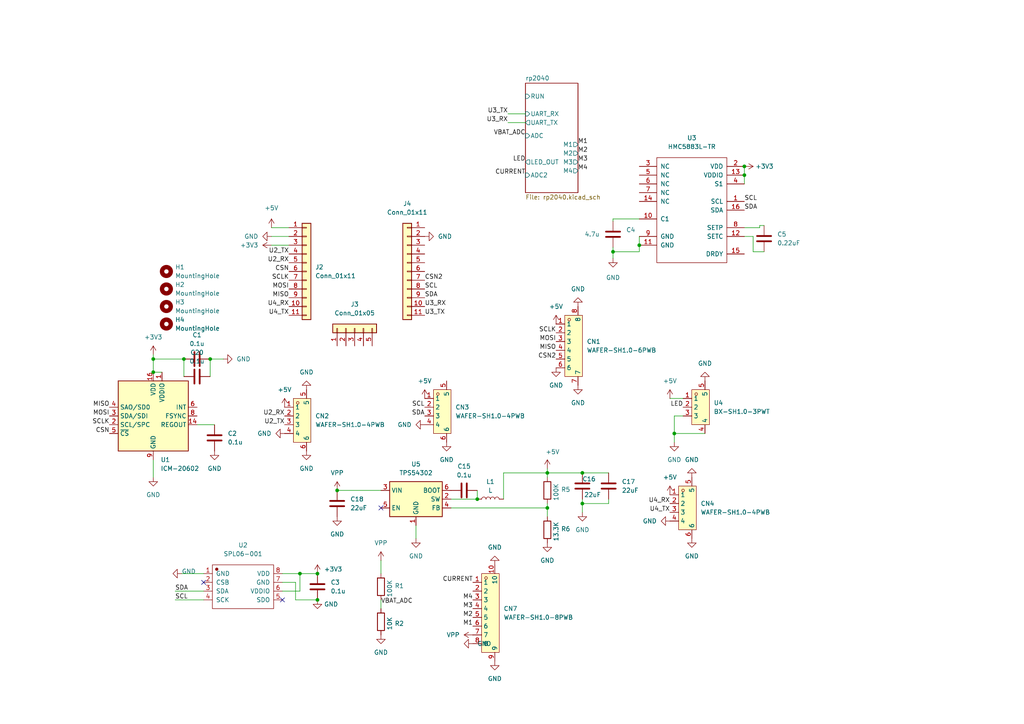
<source format=kicad_sch>
(kicad_sch
	(version 20250114)
	(generator "eeschema")
	(generator_version "9.0")
	(uuid "c0149eec-9e29-48f0-9fb2-f5ecce3300fe")
	(paper "A4")
	(lib_symbols
		(symbol "+5V_1"
			(power)
			(pin_numbers
				(hide yes)
			)
			(pin_names
				(offset 0)
				(hide yes)
			)
			(exclude_from_sim no)
			(in_bom yes)
			(on_board yes)
			(property "Reference" "#PWR"
				(at 0 -3.81 0)
				(effects
					(font
						(size 1.27 1.27)
					)
					(hide yes)
				)
			)
			(property "Value" "+5V"
				(at 0 3.556 0)
				(effects
					(font
						(size 1.27 1.27)
					)
				)
			)
			(property "Footprint" ""
				(at 0 0 0)
				(effects
					(font
						(size 1.27 1.27)
					)
					(hide yes)
				)
			)
			(property "Datasheet" ""
				(at 0 0 0)
				(effects
					(font
						(size 1.27 1.27)
					)
					(hide yes)
				)
			)
			(property "Description" "Power symbol creates a global label with name \"+5V\""
				(at 0 0 0)
				(effects
					(font
						(size 1.27 1.27)
					)
					(hide yes)
				)
			)
			(property "ki_keywords" "global power"
				(at 0 0 0)
				(effects
					(font
						(size 1.27 1.27)
					)
					(hide yes)
				)
			)
			(symbol "+5V_1_0_1"
				(polyline
					(pts
						(xy -0.762 1.27) (xy 0 2.54)
					)
					(stroke
						(width 0)
						(type default)
					)
					(fill
						(type none)
					)
				)
				(polyline
					(pts
						(xy 0 2.54) (xy 0.762 1.27)
					)
					(stroke
						(width 0)
						(type default)
					)
					(fill
						(type none)
					)
				)
				(polyline
					(pts
						(xy 0 0) (xy 0 2.54)
					)
					(stroke
						(width 0)
						(type default)
					)
					(fill
						(type none)
					)
				)
			)
			(symbol "+5V_1_1_1"
				(pin power_in line
					(at 0 0 90)
					(length 0)
					(name "~"
						(effects
							(font
								(size 1.27 1.27)
							)
						)
					)
					(number "1"
						(effects
							(font
								(size 1.27 1.27)
							)
						)
					)
				)
			)
			(embedded_fonts no)
		)
		(symbol "Connector_Generic:Conn_01x05"
			(pin_names
				(offset 1.016)
				(hide yes)
			)
			(exclude_from_sim no)
			(in_bom yes)
			(on_board yes)
			(property "Reference" "J"
				(at 0 7.62 0)
				(effects
					(font
						(size 1.27 1.27)
					)
				)
			)
			(property "Value" "Conn_01x05"
				(at 0 -7.62 0)
				(effects
					(font
						(size 1.27 1.27)
					)
				)
			)
			(property "Footprint" ""
				(at 0 0 0)
				(effects
					(font
						(size 1.27 1.27)
					)
					(hide yes)
				)
			)
			(property "Datasheet" "~"
				(at 0 0 0)
				(effects
					(font
						(size 1.27 1.27)
					)
					(hide yes)
				)
			)
			(property "Description" "Generic connector, single row, 01x05, script generated (kicad-library-utils/schlib/autogen/connector/)"
				(at 0 0 0)
				(effects
					(font
						(size 1.27 1.27)
					)
					(hide yes)
				)
			)
			(property "ki_keywords" "connector"
				(at 0 0 0)
				(effects
					(font
						(size 1.27 1.27)
					)
					(hide yes)
				)
			)
			(property "ki_fp_filters" "Connector*:*_1x??_*"
				(at 0 0 0)
				(effects
					(font
						(size 1.27 1.27)
					)
					(hide yes)
				)
			)
			(symbol "Conn_01x05_1_1"
				(rectangle
					(start -1.27 6.35)
					(end 1.27 -6.35)
					(stroke
						(width 0.254)
						(type default)
					)
					(fill
						(type background)
					)
				)
				(rectangle
					(start -1.27 5.207)
					(end 0 4.953)
					(stroke
						(width 0.1524)
						(type default)
					)
					(fill
						(type none)
					)
				)
				(rectangle
					(start -1.27 2.667)
					(end 0 2.413)
					(stroke
						(width 0.1524)
						(type default)
					)
					(fill
						(type none)
					)
				)
				(rectangle
					(start -1.27 0.127)
					(end 0 -0.127)
					(stroke
						(width 0.1524)
						(type default)
					)
					(fill
						(type none)
					)
				)
				(rectangle
					(start -1.27 -2.413)
					(end 0 -2.667)
					(stroke
						(width 0.1524)
						(type default)
					)
					(fill
						(type none)
					)
				)
				(rectangle
					(start -1.27 -4.953)
					(end 0 -5.207)
					(stroke
						(width 0.1524)
						(type default)
					)
					(fill
						(type none)
					)
				)
				(pin passive line
					(at -5.08 5.08 0)
					(length 3.81)
					(name "Pin_1"
						(effects
							(font
								(size 1.27 1.27)
							)
						)
					)
					(number "1"
						(effects
							(font
								(size 1.27 1.27)
							)
						)
					)
				)
				(pin passive line
					(at -5.08 2.54 0)
					(length 3.81)
					(name "Pin_2"
						(effects
							(font
								(size 1.27 1.27)
							)
						)
					)
					(number "2"
						(effects
							(font
								(size 1.27 1.27)
							)
						)
					)
				)
				(pin passive line
					(at -5.08 0 0)
					(length 3.81)
					(name "Pin_3"
						(effects
							(font
								(size 1.27 1.27)
							)
						)
					)
					(number "3"
						(effects
							(font
								(size 1.27 1.27)
							)
						)
					)
				)
				(pin passive line
					(at -5.08 -2.54 0)
					(length 3.81)
					(name "Pin_4"
						(effects
							(font
								(size 1.27 1.27)
							)
						)
					)
					(number "4"
						(effects
							(font
								(size 1.27 1.27)
							)
						)
					)
				)
				(pin passive line
					(at -5.08 -5.08 0)
					(length 3.81)
					(name "Pin_5"
						(effects
							(font
								(size 1.27 1.27)
							)
						)
					)
					(number "5"
						(effects
							(font
								(size 1.27 1.27)
							)
						)
					)
				)
			)
			(embedded_fonts no)
		)
		(symbol "Connector_Generic:Conn_01x11"
			(pin_names
				(offset 1.016)
				(hide yes)
			)
			(exclude_from_sim no)
			(in_bom yes)
			(on_board yes)
			(property "Reference" "J"
				(at 0 15.24 0)
				(effects
					(font
						(size 1.27 1.27)
					)
				)
			)
			(property "Value" "Conn_01x11"
				(at 0 -15.24 0)
				(effects
					(font
						(size 1.27 1.27)
					)
				)
			)
			(property "Footprint" ""
				(at 0 0 0)
				(effects
					(font
						(size 1.27 1.27)
					)
					(hide yes)
				)
			)
			(property "Datasheet" "~"
				(at 0 0 0)
				(effects
					(font
						(size 1.27 1.27)
					)
					(hide yes)
				)
			)
			(property "Description" "Generic connector, single row, 01x11, script generated (kicad-library-utils/schlib/autogen/connector/)"
				(at 0 0 0)
				(effects
					(font
						(size 1.27 1.27)
					)
					(hide yes)
				)
			)
			(property "ki_keywords" "connector"
				(at 0 0 0)
				(effects
					(font
						(size 1.27 1.27)
					)
					(hide yes)
				)
			)
			(property "ki_fp_filters" "Connector*:*_1x??_*"
				(at 0 0 0)
				(effects
					(font
						(size 1.27 1.27)
					)
					(hide yes)
				)
			)
			(symbol "Conn_01x11_1_1"
				(rectangle
					(start -1.27 13.97)
					(end 1.27 -13.97)
					(stroke
						(width 0.254)
						(type default)
					)
					(fill
						(type background)
					)
				)
				(rectangle
					(start -1.27 12.827)
					(end 0 12.573)
					(stroke
						(width 0.1524)
						(type default)
					)
					(fill
						(type none)
					)
				)
				(rectangle
					(start -1.27 10.287)
					(end 0 10.033)
					(stroke
						(width 0.1524)
						(type default)
					)
					(fill
						(type none)
					)
				)
				(rectangle
					(start -1.27 7.747)
					(end 0 7.493)
					(stroke
						(width 0.1524)
						(type default)
					)
					(fill
						(type none)
					)
				)
				(rectangle
					(start -1.27 5.207)
					(end 0 4.953)
					(stroke
						(width 0.1524)
						(type default)
					)
					(fill
						(type none)
					)
				)
				(rectangle
					(start -1.27 2.667)
					(end 0 2.413)
					(stroke
						(width 0.1524)
						(type default)
					)
					(fill
						(type none)
					)
				)
				(rectangle
					(start -1.27 0.127)
					(end 0 -0.127)
					(stroke
						(width 0.1524)
						(type default)
					)
					(fill
						(type none)
					)
				)
				(rectangle
					(start -1.27 -2.413)
					(end 0 -2.667)
					(stroke
						(width 0.1524)
						(type default)
					)
					(fill
						(type none)
					)
				)
				(rectangle
					(start -1.27 -4.953)
					(end 0 -5.207)
					(stroke
						(width 0.1524)
						(type default)
					)
					(fill
						(type none)
					)
				)
				(rectangle
					(start -1.27 -7.493)
					(end 0 -7.747)
					(stroke
						(width 0.1524)
						(type default)
					)
					(fill
						(type none)
					)
				)
				(rectangle
					(start -1.27 -10.033)
					(end 0 -10.287)
					(stroke
						(width 0.1524)
						(type default)
					)
					(fill
						(type none)
					)
				)
				(rectangle
					(start -1.27 -12.573)
					(end 0 -12.827)
					(stroke
						(width 0.1524)
						(type default)
					)
					(fill
						(type none)
					)
				)
				(pin passive line
					(at -5.08 12.7 0)
					(length 3.81)
					(name "Pin_1"
						(effects
							(font
								(size 1.27 1.27)
							)
						)
					)
					(number "1"
						(effects
							(font
								(size 1.27 1.27)
							)
						)
					)
				)
				(pin passive line
					(at -5.08 10.16 0)
					(length 3.81)
					(name "Pin_2"
						(effects
							(font
								(size 1.27 1.27)
							)
						)
					)
					(number "2"
						(effects
							(font
								(size 1.27 1.27)
							)
						)
					)
				)
				(pin passive line
					(at -5.08 7.62 0)
					(length 3.81)
					(name "Pin_3"
						(effects
							(font
								(size 1.27 1.27)
							)
						)
					)
					(number "3"
						(effects
							(font
								(size 1.27 1.27)
							)
						)
					)
				)
				(pin passive line
					(at -5.08 5.08 0)
					(length 3.81)
					(name "Pin_4"
						(effects
							(font
								(size 1.27 1.27)
							)
						)
					)
					(number "4"
						(effects
							(font
								(size 1.27 1.27)
							)
						)
					)
				)
				(pin passive line
					(at -5.08 2.54 0)
					(length 3.81)
					(name "Pin_5"
						(effects
							(font
								(size 1.27 1.27)
							)
						)
					)
					(number "5"
						(effects
							(font
								(size 1.27 1.27)
							)
						)
					)
				)
				(pin passive line
					(at -5.08 0 0)
					(length 3.81)
					(name "Pin_6"
						(effects
							(font
								(size 1.27 1.27)
							)
						)
					)
					(number "6"
						(effects
							(font
								(size 1.27 1.27)
							)
						)
					)
				)
				(pin passive line
					(at -5.08 -2.54 0)
					(length 3.81)
					(name "Pin_7"
						(effects
							(font
								(size 1.27 1.27)
							)
						)
					)
					(number "7"
						(effects
							(font
								(size 1.27 1.27)
							)
						)
					)
				)
				(pin passive line
					(at -5.08 -5.08 0)
					(length 3.81)
					(name "Pin_8"
						(effects
							(font
								(size 1.27 1.27)
							)
						)
					)
					(number "8"
						(effects
							(font
								(size 1.27 1.27)
							)
						)
					)
				)
				(pin passive line
					(at -5.08 -7.62 0)
					(length 3.81)
					(name "Pin_9"
						(effects
							(font
								(size 1.27 1.27)
							)
						)
					)
					(number "9"
						(effects
							(font
								(size 1.27 1.27)
							)
						)
					)
				)
				(pin passive line
					(at -5.08 -10.16 0)
					(length 3.81)
					(name "Pin_10"
						(effects
							(font
								(size 1.27 1.27)
							)
						)
					)
					(number "10"
						(effects
							(font
								(size 1.27 1.27)
							)
						)
					)
				)
				(pin passive line
					(at -5.08 -12.7 0)
					(length 3.81)
					(name "Pin_11"
						(effects
							(font
								(size 1.27 1.27)
							)
						)
					)
					(number "11"
						(effects
							(font
								(size 1.27 1.27)
							)
						)
					)
				)
			)
			(embedded_fonts no)
		)
		(symbol "Device:C"
			(pin_numbers
				(hide yes)
			)
			(pin_names
				(offset 0.254)
			)
			(exclude_from_sim no)
			(in_bom yes)
			(on_board yes)
			(property "Reference" "C"
				(at 0.635 2.54 0)
				(effects
					(font
						(size 1.27 1.27)
					)
					(justify left)
				)
			)
			(property "Value" "C"
				(at 0.635 -2.54 0)
				(effects
					(font
						(size 1.27 1.27)
					)
					(justify left)
				)
			)
			(property "Footprint" ""
				(at 0.9652 -3.81 0)
				(effects
					(font
						(size 1.27 1.27)
					)
					(hide yes)
				)
			)
			(property "Datasheet" "~"
				(at 0 0 0)
				(effects
					(font
						(size 1.27 1.27)
					)
					(hide yes)
				)
			)
			(property "Description" "Unpolarized capacitor"
				(at 0 0 0)
				(effects
					(font
						(size 1.27 1.27)
					)
					(hide yes)
				)
			)
			(property "ki_keywords" "cap capacitor"
				(at 0 0 0)
				(effects
					(font
						(size 1.27 1.27)
					)
					(hide yes)
				)
			)
			(property "ki_fp_filters" "C_*"
				(at 0 0 0)
				(effects
					(font
						(size 1.27 1.27)
					)
					(hide yes)
				)
			)
			(symbol "C_0_1"
				(polyline
					(pts
						(xy -2.032 0.762) (xy 2.032 0.762)
					)
					(stroke
						(width 0.508)
						(type default)
					)
					(fill
						(type none)
					)
				)
				(polyline
					(pts
						(xy -2.032 -0.762) (xy 2.032 -0.762)
					)
					(stroke
						(width 0.508)
						(type default)
					)
					(fill
						(type none)
					)
				)
			)
			(symbol "C_1_1"
				(pin passive line
					(at 0 3.81 270)
					(length 2.794)
					(name "~"
						(effects
							(font
								(size 1.27 1.27)
							)
						)
					)
					(number "1"
						(effects
							(font
								(size 1.27 1.27)
							)
						)
					)
				)
				(pin passive line
					(at 0 -3.81 90)
					(length 2.794)
					(name "~"
						(effects
							(font
								(size 1.27 1.27)
							)
						)
					)
					(number "2"
						(effects
							(font
								(size 1.27 1.27)
							)
						)
					)
				)
			)
			(embedded_fonts no)
		)
		(symbol "Device:L"
			(pin_numbers
				(hide yes)
			)
			(pin_names
				(offset 1.016)
				(hide yes)
			)
			(exclude_from_sim no)
			(in_bom yes)
			(on_board yes)
			(property "Reference" "L"
				(at -1.27 0 90)
				(effects
					(font
						(size 1.27 1.27)
					)
				)
			)
			(property "Value" "L"
				(at 1.905 0 90)
				(effects
					(font
						(size 1.27 1.27)
					)
				)
			)
			(property "Footprint" ""
				(at 0 0 0)
				(effects
					(font
						(size 1.27 1.27)
					)
					(hide yes)
				)
			)
			(property "Datasheet" "~"
				(at 0 0 0)
				(effects
					(font
						(size 1.27 1.27)
					)
					(hide yes)
				)
			)
			(property "Description" "Inductor"
				(at 0 0 0)
				(effects
					(font
						(size 1.27 1.27)
					)
					(hide yes)
				)
			)
			(property "ki_keywords" "inductor choke coil reactor magnetic"
				(at 0 0 0)
				(effects
					(font
						(size 1.27 1.27)
					)
					(hide yes)
				)
			)
			(property "ki_fp_filters" "Choke_* *Coil* Inductor_* L_*"
				(at 0 0 0)
				(effects
					(font
						(size 1.27 1.27)
					)
					(hide yes)
				)
			)
			(symbol "L_0_1"
				(arc
					(start 0 2.54)
					(mid 0.6323 1.905)
					(end 0 1.27)
					(stroke
						(width 0)
						(type default)
					)
					(fill
						(type none)
					)
				)
				(arc
					(start 0 1.27)
					(mid 0.6323 0.635)
					(end 0 0)
					(stroke
						(width 0)
						(type default)
					)
					(fill
						(type none)
					)
				)
				(arc
					(start 0 0)
					(mid 0.6323 -0.635)
					(end 0 -1.27)
					(stroke
						(width 0)
						(type default)
					)
					(fill
						(type none)
					)
				)
				(arc
					(start 0 -1.27)
					(mid 0.6323 -1.905)
					(end 0 -2.54)
					(stroke
						(width 0)
						(type default)
					)
					(fill
						(type none)
					)
				)
			)
			(symbol "L_1_1"
				(pin passive line
					(at 0 3.81 270)
					(length 1.27)
					(name "1"
						(effects
							(font
								(size 1.27 1.27)
							)
						)
					)
					(number "1"
						(effects
							(font
								(size 1.27 1.27)
							)
						)
					)
				)
				(pin passive line
					(at 0 -3.81 90)
					(length 1.27)
					(name "2"
						(effects
							(font
								(size 1.27 1.27)
							)
						)
					)
					(number "2"
						(effects
							(font
								(size 1.27 1.27)
							)
						)
					)
				)
			)
			(embedded_fonts no)
		)
		(symbol "Device:R"
			(pin_numbers
				(hide yes)
			)
			(pin_names
				(offset 0)
			)
			(exclude_from_sim no)
			(in_bom yes)
			(on_board yes)
			(property "Reference" "R"
				(at 2.032 0 90)
				(effects
					(font
						(size 1.27 1.27)
					)
				)
			)
			(property "Value" "R"
				(at 0 0 90)
				(effects
					(font
						(size 1.27 1.27)
					)
				)
			)
			(property "Footprint" ""
				(at -1.778 0 90)
				(effects
					(font
						(size 1.27 1.27)
					)
					(hide yes)
				)
			)
			(property "Datasheet" "~"
				(at 0 0 0)
				(effects
					(font
						(size 1.27 1.27)
					)
					(hide yes)
				)
			)
			(property "Description" "Resistor"
				(at 0 0 0)
				(effects
					(font
						(size 1.27 1.27)
					)
					(hide yes)
				)
			)
			(property "ki_keywords" "R res resistor"
				(at 0 0 0)
				(effects
					(font
						(size 1.27 1.27)
					)
					(hide yes)
				)
			)
			(property "ki_fp_filters" "R_*"
				(at 0 0 0)
				(effects
					(font
						(size 1.27 1.27)
					)
					(hide yes)
				)
			)
			(symbol "R_0_1"
				(rectangle
					(start -1.016 -2.54)
					(end 1.016 2.54)
					(stroke
						(width 0.254)
						(type default)
					)
					(fill
						(type none)
					)
				)
			)
			(symbol "R_1_1"
				(pin passive line
					(at 0 3.81 270)
					(length 1.27)
					(name "~"
						(effects
							(font
								(size 1.27 1.27)
							)
						)
					)
					(number "1"
						(effects
							(font
								(size 1.27 1.27)
							)
						)
					)
				)
				(pin passive line
					(at 0 -3.81 90)
					(length 1.27)
					(name "~"
						(effects
							(font
								(size 1.27 1.27)
							)
						)
					)
					(number "2"
						(effects
							(font
								(size 1.27 1.27)
							)
						)
					)
				)
			)
			(embedded_fonts no)
		)
		(symbol "EasyEDA:BX-SH1.0-3PWT"
			(exclude_from_sim no)
			(in_bom yes)
			(on_board yes)
			(property "Reference" "U"
				(at 0 12.7 0)
				(effects
					(font
						(size 1.27 1.27)
					)
				)
			)
			(property "Value" "BX-SH1.0-3PWT"
				(at 0 -9.144 0)
				(effects
					(font
						(size 1.27 1.27)
					)
				)
			)
			(property "Footprint" "EasyEDA:CONN-SMD_3P-P1.00_BX-SH1.0-3PWT"
				(at 0 -15.24 0)
				(effects
					(font
						(size 1.27 1.27)
					)
					(hide yes)
				)
			)
			(property "Datasheet" ""
				(at 0 0 0)
				(effects
					(font
						(size 1.27 1.27)
					)
					(hide yes)
				)
			)
			(property "Description" ""
				(at 0 0 0)
				(effects
					(font
						(size 1.27 1.27)
					)
					(hide yes)
				)
			)
			(property "LCSC Part" "C18077909"
				(at 0 -17.78 0)
				(effects
					(font
						(size 1.27 1.27)
					)
					(hide yes)
				)
			)
			(symbol "BX-SH1.0-3PWT_0_1"
				(rectangle
					(start -2.54 5.08)
					(end 2.54 -5.08)
					(stroke
						(width 0)
						(type default)
					)
					(fill
						(type background)
					)
				)
				(circle
					(center -1.27 3.81)
					(radius 0.38)
					(stroke
						(width 0)
						(type default)
					)
					(fill
						(type none)
					)
				)
				(pin unspecified line
					(at -5.08 2.54 0)
					(length 2.54)
					(name "1"
						(effects
							(font
								(size 1.27 1.27)
							)
						)
					)
					(number "1"
						(effects
							(font
								(size 1.27 1.27)
							)
						)
					)
				)
				(pin unspecified line
					(at -5.08 0 0)
					(length 2.54)
					(name "2"
						(effects
							(font
								(size 1.27 1.27)
							)
						)
					)
					(number "2"
						(effects
							(font
								(size 1.27 1.27)
							)
						)
					)
				)
				(pin unspecified line
					(at -5.08 -2.54 0)
					(length 2.54)
					(name "3"
						(effects
							(font
								(size 1.27 1.27)
							)
						)
					)
					(number "3"
						(effects
							(font
								(size 1.27 1.27)
							)
						)
					)
				)
				(pin unspecified line
					(at 1.27 7.62 270)
					(length 2.54)
					(name "5"
						(effects
							(font
								(size 1.27 1.27)
							)
						)
					)
					(number "5"
						(effects
							(font
								(size 1.27 1.27)
							)
						)
					)
				)
				(pin unspecified line
					(at 1.27 -7.62 90)
					(length 2.54)
					(name "4"
						(effects
							(font
								(size 1.27 1.27)
							)
						)
					)
					(number "4"
						(effects
							(font
								(size 1.27 1.27)
							)
						)
					)
				)
			)
			(embedded_fonts no)
		)
		(symbol "EasyEDA:WAFER-SH1.0-4PWB"
			(exclude_from_sim no)
			(in_bom yes)
			(on_board yes)
			(property "Reference" "CN"
				(at 0 13.97 0)
				(effects
					(font
						(size 1.27 1.27)
					)
				)
			)
			(property "Value" "WAFER-SH1.0-4PWB"
				(at 0 -13.97 0)
				(effects
					(font
						(size 1.27 1.27)
					)
				)
			)
			(property "Footprint" "EasyEDA:CONN-SMD_4P-P1.00_WAFER-SH1.0-4PWB"
				(at 0 -16.51 0)
				(effects
					(font
						(size 1.27 1.27)
					)
					(hide yes)
				)
			)
			(property "Datasheet" ""
				(at 0 0 0)
				(effects
					(font
						(size 1.27 1.27)
					)
					(hide yes)
				)
			)
			(property "Description" ""
				(at 0 0 0)
				(effects
					(font
						(size 1.27 1.27)
					)
					(hide yes)
				)
			)
			(property "LCSC Part" "C3029343"
				(at 0 -19.05 0)
				(effects
					(font
						(size 1.27 1.27)
					)
					(hide yes)
				)
			)
			(symbol "WAFER-SH1.0-4PWB_0_1"
				(rectangle
					(start -1.27 6.35)
					(end 3.81 -6.35)
					(stroke
						(width 0)
						(type default)
					)
					(fill
						(type background)
					)
				)
				(circle
					(center 0 5.08)
					(radius 0.38)
					(stroke
						(width 0)
						(type default)
					)
					(fill
						(type none)
					)
				)
				(pin unspecified line
					(at -3.81 3.81 0)
					(length 2.54)
					(name "1"
						(effects
							(font
								(size 1.27 1.27)
							)
						)
					)
					(number "1"
						(effects
							(font
								(size 1.27 1.27)
							)
						)
					)
				)
				(pin unspecified line
					(at -3.81 1.27 0)
					(length 2.54)
					(name "2"
						(effects
							(font
								(size 1.27 1.27)
							)
						)
					)
					(number "2"
						(effects
							(font
								(size 1.27 1.27)
							)
						)
					)
				)
				(pin unspecified line
					(at -3.81 -1.27 0)
					(length 2.54)
					(name "3"
						(effects
							(font
								(size 1.27 1.27)
							)
						)
					)
					(number "3"
						(effects
							(font
								(size 1.27 1.27)
							)
						)
					)
				)
				(pin unspecified line
					(at -3.81 -3.81 0)
					(length 2.54)
					(name "4"
						(effects
							(font
								(size 1.27 1.27)
							)
						)
					)
					(number "4"
						(effects
							(font
								(size 1.27 1.27)
							)
						)
					)
				)
				(pin unspecified line
					(at 2.54 8.89 270)
					(length 2.54)
					(name "5"
						(effects
							(font
								(size 1.27 1.27)
							)
						)
					)
					(number "5"
						(effects
							(font
								(size 1.27 1.27)
							)
						)
					)
				)
				(pin unspecified line
					(at 2.54 -8.89 90)
					(length 2.54)
					(name "6"
						(effects
							(font
								(size 1.27 1.27)
							)
						)
					)
					(number "6"
						(effects
							(font
								(size 1.27 1.27)
							)
						)
					)
				)
			)
			(embedded_fonts no)
		)
		(symbol "EasyEDA:WAFER-SH1.0-6PWB"
			(exclude_from_sim no)
			(in_bom yes)
			(on_board yes)
			(property "Reference" "CN"
				(at 0 16.51 0)
				(effects
					(font
						(size 1.27 1.27)
					)
				)
			)
			(property "Value" "WAFER-SH1.0-6PWB"
				(at 0 -16.51 0)
				(effects
					(font
						(size 1.27 1.27)
					)
				)
			)
			(property "Footprint" "EasyEDA:CONN-SMD_6P-P1.00_XUNPU_WAFER-SH1.0-6PWB"
				(at 0 -19.05 0)
				(effects
					(font
						(size 1.27 1.27)
					)
					(hide yes)
				)
			)
			(property "Datasheet" ""
				(at 0 0 0)
				(effects
					(font
						(size 1.27 1.27)
					)
					(hide yes)
				)
			)
			(property "Description" ""
				(at 0 0 0)
				(effects
					(font
						(size 1.27 1.27)
					)
					(hide yes)
				)
			)
			(property "LCSC Part" "C3029345"
				(at 0 -21.59 0)
				(effects
					(font
						(size 1.27 1.27)
					)
					(hide yes)
				)
			)
			(symbol "WAFER-SH1.0-6PWB_0_1"
				(rectangle
					(start -2.54 8.89)
					(end 2.54 -8.89)
					(stroke
						(width 0)
						(type default)
					)
					(fill
						(type background)
					)
				)
				(circle
					(center -1.27 7.62)
					(radius 0.38)
					(stroke
						(width 0)
						(type default)
					)
					(fill
						(type none)
					)
				)
				(pin unspecified line
					(at -5.08 6.35 0)
					(length 2.54)
					(name "1"
						(effects
							(font
								(size 1.27 1.27)
							)
						)
					)
					(number "1"
						(effects
							(font
								(size 1.27 1.27)
							)
						)
					)
				)
				(pin unspecified line
					(at -5.08 3.81 0)
					(length 2.54)
					(name "2"
						(effects
							(font
								(size 1.27 1.27)
							)
						)
					)
					(number "2"
						(effects
							(font
								(size 1.27 1.27)
							)
						)
					)
				)
				(pin unspecified line
					(at -5.08 1.27 0)
					(length 2.54)
					(name "3"
						(effects
							(font
								(size 1.27 1.27)
							)
						)
					)
					(number "3"
						(effects
							(font
								(size 1.27 1.27)
							)
						)
					)
				)
				(pin unspecified line
					(at -5.08 -1.27 0)
					(length 2.54)
					(name "4"
						(effects
							(font
								(size 1.27 1.27)
							)
						)
					)
					(number "4"
						(effects
							(font
								(size 1.27 1.27)
							)
						)
					)
				)
				(pin unspecified line
					(at -5.08 -3.81 0)
					(length 2.54)
					(name "5"
						(effects
							(font
								(size 1.27 1.27)
							)
						)
					)
					(number "5"
						(effects
							(font
								(size 1.27 1.27)
							)
						)
					)
				)
				(pin unspecified line
					(at -5.08 -6.35 0)
					(length 2.54)
					(name "6"
						(effects
							(font
								(size 1.27 1.27)
							)
						)
					)
					(number "6"
						(effects
							(font
								(size 1.27 1.27)
							)
						)
					)
				)
				(pin unspecified line
					(at 1.27 11.43 270)
					(length 2.54)
					(name "8"
						(effects
							(font
								(size 1.27 1.27)
							)
						)
					)
					(number "8"
						(effects
							(font
								(size 1.27 1.27)
							)
						)
					)
				)
				(pin unspecified line
					(at 1.27 -11.43 90)
					(length 2.54)
					(name "7"
						(effects
							(font
								(size 1.27 1.27)
							)
						)
					)
					(number "7"
						(effects
							(font
								(size 1.27 1.27)
							)
						)
					)
				)
			)
			(embedded_fonts no)
		)
		(symbol "EasyEDA:WAFER-SH1.0-8PWB"
			(exclude_from_sim no)
			(in_bom yes)
			(on_board yes)
			(property "Reference" "CN"
				(at 0 19.05 0)
				(effects
					(font
						(size 1.27 1.27)
					)
				)
			)
			(property "Value" "WAFER-SH1.0-8PWB"
				(at 0 -19.05 0)
				(effects
					(font
						(size 1.27 1.27)
					)
				)
			)
			(property "Footprint" "EasyEDA:CONN-SMD_8P-P1.00_XUNPU_WAFER-SH1.0-8PWB"
				(at 0 -21.59 0)
				(effects
					(font
						(size 1.27 1.27)
					)
					(hide yes)
				)
			)
			(property "Datasheet" ""
				(at 0 0 0)
				(effects
					(font
						(size 1.27 1.27)
					)
					(hide yes)
				)
			)
			(property "Description" ""
				(at 0 0 0)
				(effects
					(font
						(size 1.27 1.27)
					)
					(hide yes)
				)
			)
			(property "LCSC Part" "C3029347"
				(at 0 -24.13 0)
				(effects
					(font
						(size 1.27 1.27)
					)
					(hide yes)
				)
			)
			(symbol "WAFER-SH1.0-8PWB_0_1"
				(rectangle
					(start -2.54 11.43)
					(end 2.54 -11.43)
					(stroke
						(width 0)
						(type default)
					)
					(fill
						(type background)
					)
				)
				(circle
					(center -1.27 10.16)
					(radius 0.38)
					(stroke
						(width 0)
						(type default)
					)
					(fill
						(type none)
					)
				)
				(pin unspecified line
					(at -5.08 8.89 0)
					(length 2.54)
					(name "1"
						(effects
							(font
								(size 1.27 1.27)
							)
						)
					)
					(number "1"
						(effects
							(font
								(size 1.27 1.27)
							)
						)
					)
				)
				(pin unspecified line
					(at -5.08 6.35 0)
					(length 2.54)
					(name "2"
						(effects
							(font
								(size 1.27 1.27)
							)
						)
					)
					(number "2"
						(effects
							(font
								(size 1.27 1.27)
							)
						)
					)
				)
				(pin unspecified line
					(at -5.08 3.81 0)
					(length 2.54)
					(name "3"
						(effects
							(font
								(size 1.27 1.27)
							)
						)
					)
					(number "3"
						(effects
							(font
								(size 1.27 1.27)
							)
						)
					)
				)
				(pin unspecified line
					(at -5.08 1.27 0)
					(length 2.54)
					(name "4"
						(effects
							(font
								(size 1.27 1.27)
							)
						)
					)
					(number "4"
						(effects
							(font
								(size 1.27 1.27)
							)
						)
					)
				)
				(pin unspecified line
					(at -5.08 -1.27 0)
					(length 2.54)
					(name "5"
						(effects
							(font
								(size 1.27 1.27)
							)
						)
					)
					(number "5"
						(effects
							(font
								(size 1.27 1.27)
							)
						)
					)
				)
				(pin unspecified line
					(at -5.08 -3.81 0)
					(length 2.54)
					(name "6"
						(effects
							(font
								(size 1.27 1.27)
							)
						)
					)
					(number "6"
						(effects
							(font
								(size 1.27 1.27)
							)
						)
					)
				)
				(pin unspecified line
					(at -5.08 -6.35 0)
					(length 2.54)
					(name "7"
						(effects
							(font
								(size 1.27 1.27)
							)
						)
					)
					(number "7"
						(effects
							(font
								(size 1.27 1.27)
							)
						)
					)
				)
				(pin unspecified line
					(at -5.08 -8.89 0)
					(length 2.54)
					(name "8"
						(effects
							(font
								(size 1.27 1.27)
							)
						)
					)
					(number "8"
						(effects
							(font
								(size 1.27 1.27)
							)
						)
					)
				)
				(pin unspecified line
					(at 1.27 13.97 270)
					(length 2.54)
					(name "10"
						(effects
							(font
								(size 1.27 1.27)
							)
						)
					)
					(number "10"
						(effects
							(font
								(size 1.27 1.27)
							)
						)
					)
				)
				(pin unspecified line
					(at 1.27 -13.97 90)
					(length 2.54)
					(name "9"
						(effects
							(font
								(size 1.27 1.27)
							)
						)
					)
					(number "9"
						(effects
							(font
								(size 1.27 1.27)
							)
						)
					)
				)
			)
			(embedded_fonts no)
		)
		(symbol "Mechanical:MountingHole"
			(pin_names
				(offset 1.016)
			)
			(exclude_from_sim no)
			(in_bom no)
			(on_board yes)
			(property "Reference" "H"
				(at 0 5.08 0)
				(effects
					(font
						(size 1.27 1.27)
					)
				)
			)
			(property "Value" "MountingHole"
				(at 0 3.175 0)
				(effects
					(font
						(size 1.27 1.27)
					)
				)
			)
			(property "Footprint" ""
				(at 0 0 0)
				(effects
					(font
						(size 1.27 1.27)
					)
					(hide yes)
				)
			)
			(property "Datasheet" "~"
				(at 0 0 0)
				(effects
					(font
						(size 1.27 1.27)
					)
					(hide yes)
				)
			)
			(property "Description" "Mounting Hole without connection"
				(at 0 0 0)
				(effects
					(font
						(size 1.27 1.27)
					)
					(hide yes)
				)
			)
			(property "ki_keywords" "mounting hole"
				(at 0 0 0)
				(effects
					(font
						(size 1.27 1.27)
					)
					(hide yes)
				)
			)
			(property "ki_fp_filters" "MountingHole*"
				(at 0 0 0)
				(effects
					(font
						(size 1.27 1.27)
					)
					(hide yes)
				)
			)
			(symbol "MountingHole_0_1"
				(circle
					(center 0 0)
					(radius 1.27)
					(stroke
						(width 1.27)
						(type default)
					)
					(fill
						(type none)
					)
				)
			)
			(embedded_fonts no)
		)
		(symbol "Regulator_Switching:TPS54302"
			(exclude_from_sim no)
			(in_bom yes)
			(on_board yes)
			(property "Reference" "U"
				(at -7.62 6.35 0)
				(effects
					(font
						(size 1.27 1.27)
					)
					(justify left)
				)
			)
			(property "Value" "TPS54302"
				(at 0 6.35 0)
				(effects
					(font
						(size 1.27 1.27)
					)
					(justify left)
				)
			)
			(property "Footprint" "Package_TO_SOT_SMD:SOT-23-6"
				(at 1.27 -8.89 0)
				(effects
					(font
						(size 1.27 1.27)
					)
					(justify left)
					(hide yes)
				)
			)
			(property "Datasheet" "http://www.ti.com/lit/ds/symlink/tps54302.pdf"
				(at -7.62 8.89 0)
				(effects
					(font
						(size 1.27 1.27)
					)
					(hide yes)
				)
			)
			(property "Description" "3A, 4.5 to 28V Input, EMI Friendly integrated switch synchronous step-down regulator, pulse-skipping, SOT-23-6"
				(at 0 0 0)
				(effects
					(font
						(size 1.27 1.27)
					)
					(hide yes)
				)
			)
			(property "ki_keywords" "switching buck converter power-supply voltage regulator emi spread spectrum"
				(at 0 0 0)
				(effects
					(font
						(size 1.27 1.27)
					)
					(hide yes)
				)
			)
			(property "ki_fp_filters" "SOT?23*"
				(at 0 0 0)
				(effects
					(font
						(size 1.27 1.27)
					)
					(hide yes)
				)
			)
			(symbol "TPS54302_0_1"
				(rectangle
					(start -7.62 5.08)
					(end 7.62 -5.08)
					(stroke
						(width 0.254)
						(type default)
					)
					(fill
						(type background)
					)
				)
			)
			(symbol "TPS54302_1_1"
				(pin power_in line
					(at -10.16 2.54 0)
					(length 2.54)
					(name "VIN"
						(effects
							(font
								(size 1.27 1.27)
							)
						)
					)
					(number "3"
						(effects
							(font
								(size 1.27 1.27)
							)
						)
					)
				)
				(pin input line
					(at -10.16 -2.54 0)
					(length 2.54)
					(name "EN"
						(effects
							(font
								(size 1.27 1.27)
							)
						)
					)
					(number "5"
						(effects
							(font
								(size 1.27 1.27)
							)
						)
					)
				)
				(pin power_in line
					(at 0 -7.62 90)
					(length 2.54)
					(name "GND"
						(effects
							(font
								(size 1.27 1.27)
							)
						)
					)
					(number "1"
						(effects
							(font
								(size 1.27 1.27)
							)
						)
					)
				)
				(pin passive line
					(at 10.16 2.54 180)
					(length 2.54)
					(name "BOOT"
						(effects
							(font
								(size 1.27 1.27)
							)
						)
					)
					(number "6"
						(effects
							(font
								(size 1.27 1.27)
							)
						)
					)
				)
				(pin power_out line
					(at 10.16 0 180)
					(length 2.54)
					(name "SW"
						(effects
							(font
								(size 1.27 1.27)
							)
						)
					)
					(number "2"
						(effects
							(font
								(size 1.27 1.27)
							)
						)
					)
				)
				(pin input line
					(at 10.16 -2.54 180)
					(length 2.54)
					(name "FB"
						(effects
							(font
								(size 1.27 1.27)
							)
						)
					)
					(number "4"
						(effects
							(font
								(size 1.27 1.27)
							)
						)
					)
				)
			)
			(embedded_fonts no)
		)
		(symbol "Sensor_Motion:ICM-20602"
			(exclude_from_sim no)
			(in_bom yes)
			(on_board yes)
			(property "Reference" "U"
				(at -10.16 11.43 0)
				(effects
					(font
						(size 1.27 1.27)
					)
					(justify left)
				)
			)
			(property "Value" "ICM-20602"
				(at 10.16 11.43 0)
				(effects
					(font
						(size 1.27 1.27)
					)
				)
			)
			(property "Footprint" "Package_LGA:LGA-16_3x3mm_P0.5mm_LayoutBorder3x5y"
				(at 0 6.35 0)
				(effects
					(font
						(size 1.27 1.27)
					)
					(hide yes)
				)
			)
			(property "Datasheet" "http://www.invensense.com/wp-content/uploads/2016/10/DS-000176-ICM-20602-v1.0.pdf"
				(at 1.27 24.13 0)
				(effects
					(font
						(size 1.27 1.27)
					)
					(hide yes)
				)
			)
			(property "Description" "High performance 6-Axis MEMS motion tracking, SPI/I2C interface, LGA-16"
				(at 0 0 0)
				(effects
					(font
						(size 1.27 1.27)
					)
					(hide yes)
				)
			)
			(property "ki_keywords" "accelerometer gyro mems motion"
				(at 0 0 0)
				(effects
					(font
						(size 1.27 1.27)
					)
					(hide yes)
				)
			)
			(property "ki_fp_filters" "LGA*3x3mm*P0.5mm*"
				(at 0 0 0)
				(effects
					(font
						(size 1.27 1.27)
					)
					(hide yes)
				)
			)
			(symbol "ICM-20602_0_1"
				(rectangle
					(start -10.16 10.16)
					(end 10.16 -10.16)
					(stroke
						(width 0.254)
						(type default)
					)
					(fill
						(type background)
					)
				)
			)
			(symbol "ICM-20602_1_1"
				(pin bidirectional line
					(at -12.7 2.54 0)
					(length 2.54)
					(name "SAO/SD0"
						(effects
							(font
								(size 1.27 1.27)
							)
						)
					)
					(number "4"
						(effects
							(font
								(size 1.27 1.27)
							)
						)
					)
				)
				(pin bidirectional line
					(at -12.7 0 0)
					(length 2.54)
					(name "SDA/SDI"
						(effects
							(font
								(size 1.27 1.27)
							)
						)
					)
					(number "3"
						(effects
							(font
								(size 1.27 1.27)
							)
						)
					)
				)
				(pin input line
					(at -12.7 -2.54 0)
					(length 2.54)
					(name "SCL/SPC"
						(effects
							(font
								(size 1.27 1.27)
							)
						)
					)
					(number "2"
						(effects
							(font
								(size 1.27 1.27)
							)
						)
					)
				)
				(pin input line
					(at -12.7 -5.08 0)
					(length 2.54)
					(name "~{CS}"
						(effects
							(font
								(size 1.27 1.27)
							)
						)
					)
					(number "5"
						(effects
							(font
								(size 1.27 1.27)
							)
						)
					)
				)
				(pin no_connect line
					(at -10.16 5.08 0)
					(length 2.54)
					(hide yes)
					(name "RESV"
						(effects
							(font
								(size 1.27 1.27)
							)
						)
					)
					(number "7"
						(effects
							(font
								(size 1.27 1.27)
							)
						)
					)
				)
				(pin power_in line
					(at 0 12.7 270)
					(length 2.54)
					(name "VDD"
						(effects
							(font
								(size 1.27 1.27)
							)
						)
					)
					(number "16"
						(effects
							(font
								(size 1.27 1.27)
							)
						)
					)
				)
				(pin passive line
					(at 0 -12.7 90)
					(length 2.54)
					(hide yes)
					(name "GND"
						(effects
							(font
								(size 1.27 1.27)
							)
						)
					)
					(number "10"
						(effects
							(font
								(size 1.27 1.27)
							)
						)
					)
				)
				(pin passive line
					(at 0 -12.7 90)
					(length 2.54)
					(hide yes)
					(name "GND"
						(effects
							(font
								(size 1.27 1.27)
							)
						)
					)
					(number "11"
						(effects
							(font
								(size 1.27 1.27)
							)
						)
					)
				)
				(pin passive line
					(at 0 -12.7 90)
					(length 2.54)
					(hide yes)
					(name "GND"
						(effects
							(font
								(size 1.27 1.27)
							)
						)
					)
					(number "12"
						(effects
							(font
								(size 1.27 1.27)
							)
						)
					)
				)
				(pin passive line
					(at 0 -12.7 90)
					(length 2.54)
					(hide yes)
					(name "GND"
						(effects
							(font
								(size 1.27 1.27)
							)
						)
					)
					(number "13"
						(effects
							(font
								(size 1.27 1.27)
							)
						)
					)
				)
				(pin passive line
					(at 0 -12.7 90)
					(length 2.54)
					(hide yes)
					(name "GND"
						(effects
							(font
								(size 1.27 1.27)
							)
						)
					)
					(number "15"
						(effects
							(font
								(size 1.27 1.27)
							)
						)
					)
				)
				(pin power_in line
					(at 0 -12.7 90)
					(length 2.54)
					(name "GND"
						(effects
							(font
								(size 1.27 1.27)
							)
						)
					)
					(number "9"
						(effects
							(font
								(size 1.27 1.27)
							)
						)
					)
				)
				(pin power_in line
					(at 2.54 12.7 270)
					(length 2.54)
					(name "VDDIO"
						(effects
							(font
								(size 1.27 1.27)
							)
						)
					)
					(number "1"
						(effects
							(font
								(size 1.27 1.27)
							)
						)
					)
				)
				(pin output line
					(at 12.7 2.54 180)
					(length 2.54)
					(name "INT"
						(effects
							(font
								(size 1.27 1.27)
							)
						)
					)
					(number "6"
						(effects
							(font
								(size 1.27 1.27)
							)
						)
					)
				)
				(pin input line
					(at 12.7 0 180)
					(length 2.54)
					(name "FSYNC"
						(effects
							(font
								(size 1.27 1.27)
							)
						)
					)
					(number "8"
						(effects
							(font
								(size 1.27 1.27)
							)
						)
					)
				)
				(pin passive line
					(at 12.7 -2.54 180)
					(length 2.54)
					(name "REGOUT"
						(effects
							(font
								(size 1.27 1.27)
							)
						)
					)
					(number "14"
						(effects
							(font
								(size 1.27 1.27)
							)
						)
					)
				)
			)
			(embedded_fonts no)
		)
		(symbol "ic:HMC5883L-TR"
			(pin_names
				(offset 1.016)
			)
			(exclude_from_sim no)
			(in_bom yes)
			(on_board yes)
			(property "Reference" "U"
				(at 0 17.8562 0)
				(effects
					(font
						(size 1.27 1.27)
					)
				)
			)
			(property "Value" "HMC5883L-TR"
				(at 0 22.9362 0)
				(effects
					(font
						(size 1.27 1.27)
					)
				)
			)
			(property "Footprint" "kicad_lceda:LPCC-16_L3.0-W3.0-P0.50-BL"
				(at 0 12.7762 0)
				(effects
					(font
						(size 1.27 1.27)
					)
					(hide yes)
				)
			)
			(property "Datasheet" "http://www.szlcsc.com/product/details_16321.html"
				(at 0 7.6962 0)
				(effects
					(font
						(size 1.27 1.27)
					)
					(hide yes)
				)
			)
			(property "Description" ""
				(at 0 0 0)
				(effects
					(font
						(size 1.27 1.27)
					)
					(hide yes)
				)
			)
			(property "SuppliersPartNumber" "C15640"
				(at 0 2.6162 0)
				(effects
					(font
						(size 1.27 1.27)
					)
					(hide yes)
				)
			)
			(property "uuid" "std:1030168a294f4e518ed1c9727018643b"
				(at 0 2.6162 0)
				(effects
					(font
						(size 1.27 1.27)
					)
					(hide yes)
				)
			)
			(symbol "HMC5883L-TR_1_1"
				(rectangle
					(start -10.16 15.24)
					(end 10.16 -15.24)
					(stroke
						(width 0.1524)
						(type default)
					)
					(fill
						(type none)
					)
				)
				(pin input line
					(at -15.24 12.7 0)
					(length 5.08)
					(name "NC"
						(effects
							(font
								(size 1.27 1.27)
							)
						)
					)
					(number "3"
						(effects
							(font
								(size 1.27 1.27)
							)
						)
					)
				)
				(pin input line
					(at -15.24 10.16 0)
					(length 5.08)
					(name "NC"
						(effects
							(font
								(size 1.27 1.27)
							)
						)
					)
					(number "5"
						(effects
							(font
								(size 1.27 1.27)
							)
						)
					)
				)
				(pin input line
					(at -15.24 7.62 0)
					(length 5.08)
					(name "NC"
						(effects
							(font
								(size 1.27 1.27)
							)
						)
					)
					(number "6"
						(effects
							(font
								(size 1.27 1.27)
							)
						)
					)
				)
				(pin input line
					(at -15.24 5.08 0)
					(length 5.08)
					(name "NC"
						(effects
							(font
								(size 1.27 1.27)
							)
						)
					)
					(number "7"
						(effects
							(font
								(size 1.27 1.27)
							)
						)
					)
				)
				(pin input line
					(at -15.24 2.54 0)
					(length 5.08)
					(name "NC"
						(effects
							(font
								(size 1.27 1.27)
							)
						)
					)
					(number "14"
						(effects
							(font
								(size 1.27 1.27)
							)
						)
					)
				)
				(pin input line
					(at -15.24 -2.54 0)
					(length 5.08)
					(name "C1"
						(effects
							(font
								(size 1.27 1.27)
							)
						)
					)
					(number "10"
						(effects
							(font
								(size 1.27 1.27)
							)
						)
					)
				)
				(pin input line
					(at -15.24 -7.62 0)
					(length 5.08)
					(name "GND"
						(effects
							(font
								(size 1.27 1.27)
							)
						)
					)
					(number "9"
						(effects
							(font
								(size 1.27 1.27)
							)
						)
					)
				)
				(pin input line
					(at -15.24 -10.16 0)
					(length 5.08)
					(name "GND"
						(effects
							(font
								(size 1.27 1.27)
							)
						)
					)
					(number "11"
						(effects
							(font
								(size 1.27 1.27)
							)
						)
					)
				)
				(pin input line
					(at 15.24 12.7 180)
					(length 5.08)
					(name "VDD"
						(effects
							(font
								(size 1.27 1.27)
							)
						)
					)
					(number "2"
						(effects
							(font
								(size 1.27 1.27)
							)
						)
					)
				)
				(pin input line
					(at 15.24 10.16 180)
					(length 5.08)
					(name "VDDIO"
						(effects
							(font
								(size 1.27 1.27)
							)
						)
					)
					(number "13"
						(effects
							(font
								(size 1.27 1.27)
							)
						)
					)
				)
				(pin input line
					(at 15.24 7.62 180)
					(length 5.08)
					(name "S1"
						(effects
							(font
								(size 1.27 1.27)
							)
						)
					)
					(number "4"
						(effects
							(font
								(size 1.27 1.27)
							)
						)
					)
				)
				(pin input line
					(at 15.24 2.54 180)
					(length 5.08)
					(name "SCL"
						(effects
							(font
								(size 1.27 1.27)
							)
						)
					)
					(number "1"
						(effects
							(font
								(size 1.27 1.27)
							)
						)
					)
				)
				(pin input line
					(at 15.24 0 180)
					(length 5.08)
					(name "SDA"
						(effects
							(font
								(size 1.27 1.27)
							)
						)
					)
					(number "16"
						(effects
							(font
								(size 1.27 1.27)
							)
						)
					)
				)
				(pin input line
					(at 15.24 -5.08 180)
					(length 5.08)
					(name "SETP"
						(effects
							(font
								(size 1.27 1.27)
							)
						)
					)
					(number "8"
						(effects
							(font
								(size 1.27 1.27)
							)
						)
					)
				)
				(pin input line
					(at 15.24 -7.62 180)
					(length 5.08)
					(name "SETC"
						(effects
							(font
								(size 1.27 1.27)
							)
						)
					)
					(number "12"
						(effects
							(font
								(size 1.27 1.27)
							)
						)
					)
				)
				(pin input line
					(at 15.24 -12.7 180)
					(length 5.08)
					(name "DRDY"
						(effects
							(font
								(size 1.27 1.27)
							)
						)
					)
					(number "15"
						(effects
							(font
								(size 1.27 1.27)
							)
						)
					)
				)
			)
			(embedded_fonts no)
		)
		(symbol "ic:SPL06-001"
			(pin_names
				(offset 1.016)
			)
			(exclude_from_sim no)
			(in_bom yes)
			(on_board yes)
			(property "Reference" "U"
				(at 0 9.0424 0)
				(effects
					(font
						(size 1.27 1.27)
					)
				)
			)
			(property "Value" "SPL06-001"
				(at 0 14.1224 0)
				(effects
					(font
						(size 1.27 1.27)
					)
				)
			)
			(property "Footprint" "kicad_lceda:SENSOR-SMD_SPL06-001"
				(at 0 11.43 0)
				(effects
					(font
						(size 1.27 1.27)
					)
					(hide yes)
				)
			)
			(property "Datasheet" ""
				(at 0 -1.1176 0)
				(effects
					(font
						(size 1.27 1.27)
					)
					(hide yes)
				)
			)
			(property "Description" ""
				(at 0 0 0)
				(effects
					(font
						(size 1.27 1.27)
					)
					(hide yes)
				)
			)
			(property "SuppliersPartNumber" "C2684428"
				(at 0 -6.1976 0)
				(effects
					(font
						(size 1.27 1.27)
					)
					(hide yes)
				)
			)
			(property "uuid" "std:a5a1b0a255764b53a557c729785514fe"
				(at 0 -6.1976 0)
				(effects
					(font
						(size 1.27 1.27)
					)
					(hide yes)
				)
			)
			(symbol "SPL06-001_1_1"
				(rectangle
					(start -8.89 6.35)
					(end 8.89 -6.35)
					(stroke
						(width 0.1524)
						(type default)
					)
					(fill
						(type none)
					)
				)
				(circle
					(center -7.62 5.08)
					(radius 0.381)
					(stroke
						(width 0.1524)
						(type default)
					)
					(fill
						(type outline)
					)
				)
				(pin input line
					(at -11.43 3.81 0)
					(length 2.54)
					(name "GND"
						(effects
							(font
								(size 1.27 1.27)
							)
						)
					)
					(number "1"
						(effects
							(font
								(size 1.27 1.27)
							)
						)
					)
				)
				(pin input line
					(at -11.43 1.27 0)
					(length 2.54)
					(name "CSB"
						(effects
							(font
								(size 1.27 1.27)
							)
						)
					)
					(number "2"
						(effects
							(font
								(size 1.27 1.27)
							)
						)
					)
				)
				(pin input line
					(at -11.43 -1.27 0)
					(length 2.54)
					(name "SDA"
						(effects
							(font
								(size 1.27 1.27)
							)
						)
					)
					(number "3"
						(effects
							(font
								(size 1.27 1.27)
							)
						)
					)
				)
				(pin input line
					(at -11.43 -3.81 0)
					(length 2.54)
					(name "SCK"
						(effects
							(font
								(size 1.27 1.27)
							)
						)
					)
					(number "4"
						(effects
							(font
								(size 1.27 1.27)
							)
						)
					)
				)
				(pin input line
					(at 11.43 3.81 180)
					(length 2.54)
					(name "VDD"
						(effects
							(font
								(size 1.27 1.27)
							)
						)
					)
					(number "8"
						(effects
							(font
								(size 1.27 1.27)
							)
						)
					)
				)
				(pin input line
					(at 11.43 1.27 180)
					(length 2.54)
					(name "GND"
						(effects
							(font
								(size 1.27 1.27)
							)
						)
					)
					(number "7"
						(effects
							(font
								(size 1.27 1.27)
							)
						)
					)
				)
				(pin input line
					(at 11.43 -1.27 180)
					(length 2.54)
					(name "VDDIO"
						(effects
							(font
								(size 1.27 1.27)
							)
						)
					)
					(number "6"
						(effects
							(font
								(size 1.27 1.27)
							)
						)
					)
				)
				(pin input line
					(at 11.43 -3.81 180)
					(length 2.54)
					(name "SDO"
						(effects
							(font
								(size 1.27 1.27)
							)
						)
					)
					(number "5"
						(effects
							(font
								(size 1.27 1.27)
							)
						)
					)
				)
			)
			(embedded_fonts no)
		)
		(symbol "power:+3V3"
			(power)
			(pin_names
				(offset 0)
			)
			(exclude_from_sim no)
			(in_bom yes)
			(on_board yes)
			(property "Reference" "#PWR"
				(at 0 -3.81 0)
				(effects
					(font
						(size 1.27 1.27)
					)
					(hide yes)
				)
			)
			(property "Value" "+3V3"
				(at 0 3.556 0)
				(effects
					(font
						(size 1.27 1.27)
					)
				)
			)
			(property "Footprint" ""
				(at 0 0 0)
				(effects
					(font
						(size 1.27 1.27)
					)
					(hide yes)
				)
			)
			(property "Datasheet" ""
				(at 0 0 0)
				(effects
					(font
						(size 1.27 1.27)
					)
					(hide yes)
				)
			)
			(property "Description" "Power symbol creates a global label with name \"+3V3\""
				(at 0 0 0)
				(effects
					(font
						(size 1.27 1.27)
					)
					(hide yes)
				)
			)
			(property "ki_keywords" "power-flag"
				(at 0 0 0)
				(effects
					(font
						(size 1.27 1.27)
					)
					(hide yes)
				)
			)
			(symbol "+3V3_0_1"
				(polyline
					(pts
						(xy -0.762 1.27) (xy 0 2.54)
					)
					(stroke
						(width 0)
						(type default)
					)
					(fill
						(type none)
					)
				)
				(polyline
					(pts
						(xy 0 2.54) (xy 0.762 1.27)
					)
					(stroke
						(width 0)
						(type default)
					)
					(fill
						(type none)
					)
				)
				(polyline
					(pts
						(xy 0 0) (xy 0 2.54)
					)
					(stroke
						(width 0)
						(type default)
					)
					(fill
						(type none)
					)
				)
			)
			(symbol "+3V3_1_1"
				(pin power_in line
					(at 0 0 90)
					(length 0)
					(hide yes)
					(name "+3V3"
						(effects
							(font
								(size 1.27 1.27)
							)
						)
					)
					(number "1"
						(effects
							(font
								(size 1.27 1.27)
							)
						)
					)
				)
			)
			(embedded_fonts no)
		)
		(symbol "power:+5V"
			(power)
			(pin_names
				(offset 0)
			)
			(exclude_from_sim no)
			(in_bom yes)
			(on_board yes)
			(property "Reference" "#PWR"
				(at 0 -3.81 0)
				(effects
					(font
						(size 1.27 1.27)
					)
					(hide yes)
				)
			)
			(property "Value" "+5V"
				(at 0 3.556 0)
				(effects
					(font
						(size 1.27 1.27)
					)
				)
			)
			(property "Footprint" ""
				(at 0 0 0)
				(effects
					(font
						(size 1.27 1.27)
					)
					(hide yes)
				)
			)
			(property "Datasheet" ""
				(at 0 0 0)
				(effects
					(font
						(size 1.27 1.27)
					)
					(hide yes)
				)
			)
			(property "Description" "Power symbol creates a global label with name \"+5V\""
				(at 0 0 0)
				(effects
					(font
						(size 1.27 1.27)
					)
					(hide yes)
				)
			)
			(property "ki_keywords" "power-flag"
				(at 0 0 0)
				(effects
					(font
						(size 1.27 1.27)
					)
					(hide yes)
				)
			)
			(symbol "+5V_0_1"
				(polyline
					(pts
						(xy -0.762 1.27) (xy 0 2.54)
					)
					(stroke
						(width 0)
						(type default)
					)
					(fill
						(type none)
					)
				)
				(polyline
					(pts
						(xy 0 2.54) (xy 0.762 1.27)
					)
					(stroke
						(width 0)
						(type default)
					)
					(fill
						(type none)
					)
				)
				(polyline
					(pts
						(xy 0 0) (xy 0 2.54)
					)
					(stroke
						(width 0)
						(type default)
					)
					(fill
						(type none)
					)
				)
			)
			(symbol "+5V_1_1"
				(pin power_in line
					(at 0 0 90)
					(length 0)
					(hide yes)
					(name "+5V"
						(effects
							(font
								(size 1.27 1.27)
							)
						)
					)
					(number "1"
						(effects
							(font
								(size 1.27 1.27)
							)
						)
					)
				)
			)
			(embedded_fonts no)
		)
		(symbol "power:GND"
			(power)
			(pin_names
				(offset 0)
			)
			(exclude_from_sim no)
			(in_bom yes)
			(on_board yes)
			(property "Reference" "#PWR"
				(at 0 -6.35 0)
				(effects
					(font
						(size 1.27 1.27)
					)
					(hide yes)
				)
			)
			(property "Value" "GND"
				(at 0 -3.81 0)
				(effects
					(font
						(size 1.27 1.27)
					)
				)
			)
			(property "Footprint" ""
				(at 0 0 0)
				(effects
					(font
						(size 1.27 1.27)
					)
					(hide yes)
				)
			)
			(property "Datasheet" ""
				(at 0 0 0)
				(effects
					(font
						(size 1.27 1.27)
					)
					(hide yes)
				)
			)
			(property "Description" "Power symbol creates a global label with name \"GND\" , ground"
				(at 0 0 0)
				(effects
					(font
						(size 1.27 1.27)
					)
					(hide yes)
				)
			)
			(property "ki_keywords" "power-flag"
				(at 0 0 0)
				(effects
					(font
						(size 1.27 1.27)
					)
					(hide yes)
				)
			)
			(symbol "GND_0_1"
				(polyline
					(pts
						(xy 0 0) (xy 0 -1.27) (xy 1.27 -1.27) (xy 0 -2.54) (xy -1.27 -1.27) (xy 0 -1.27)
					)
					(stroke
						(width 0)
						(type default)
					)
					(fill
						(type none)
					)
				)
			)
			(symbol "GND_1_1"
				(pin power_in line
					(at 0 0 270)
					(length 0)
					(hide yes)
					(name "GND"
						(effects
							(font
								(size 1.27 1.27)
							)
						)
					)
					(number "1"
						(effects
							(font
								(size 1.27 1.27)
							)
						)
					)
				)
			)
			(embedded_fonts no)
		)
		(symbol "power:VPP"
			(power)
			(pin_numbers
				(hide yes)
			)
			(pin_names
				(offset 0)
				(hide yes)
			)
			(exclude_from_sim no)
			(in_bom yes)
			(on_board yes)
			(property "Reference" "#PWR"
				(at 0 -3.81 0)
				(effects
					(font
						(size 1.27 1.27)
					)
					(hide yes)
				)
			)
			(property "Value" "VPP"
				(at 0 3.556 0)
				(effects
					(font
						(size 1.27 1.27)
					)
				)
			)
			(property "Footprint" ""
				(at 0 0 0)
				(effects
					(font
						(size 1.27 1.27)
					)
					(hide yes)
				)
			)
			(property "Datasheet" ""
				(at 0 0 0)
				(effects
					(font
						(size 1.27 1.27)
					)
					(hide yes)
				)
			)
			(property "Description" "Power symbol creates a global label with name \"VPP\""
				(at 0 0 0)
				(effects
					(font
						(size 1.27 1.27)
					)
					(hide yes)
				)
			)
			(property "ki_keywords" "global power"
				(at 0 0 0)
				(effects
					(font
						(size 1.27 1.27)
					)
					(hide yes)
				)
			)
			(symbol "VPP_0_1"
				(polyline
					(pts
						(xy -0.762 1.27) (xy 0 2.54)
					)
					(stroke
						(width 0)
						(type default)
					)
					(fill
						(type none)
					)
				)
				(polyline
					(pts
						(xy 0 2.54) (xy 0.762 1.27)
					)
					(stroke
						(width 0)
						(type default)
					)
					(fill
						(type none)
					)
				)
				(polyline
					(pts
						(xy 0 0) (xy 0 2.54)
					)
					(stroke
						(width 0)
						(type default)
					)
					(fill
						(type none)
					)
				)
			)
			(symbol "VPP_1_1"
				(pin power_in line
					(at 0 0 90)
					(length 0)
					(name "~"
						(effects
							(font
								(size 1.27 1.27)
							)
						)
					)
					(number "1"
						(effects
							(font
								(size 1.27 1.27)
							)
						)
					)
				)
			)
			(embedded_fonts no)
		)
	)
	(junction
		(at 138.43 144.78)
		(diameter 0)
		(color 0 0 0 0)
		(uuid "00598ea0-a4e2-4a1c-91be-c677ca0f3ca6")
	)
	(junction
		(at 195.58 125.73)
		(diameter 0)
		(color 0 0 0 0)
		(uuid "0dc99570-bc6b-4a91-bcf6-4a751872aa30")
	)
	(junction
		(at 92.075 166.37)
		(diameter 0)
		(color 0 0 0 0)
		(uuid "14c19d44-b15d-45e2-bed2-01b0d09872c0")
	)
	(junction
		(at 53.34 104.14)
		(diameter 0)
		(color 0 0 0 0)
		(uuid "3623ee73-bf99-48a1-bb83-5ca231d5d52f")
	)
	(junction
		(at 158.75 137.16)
		(diameter 0)
		(color 0 0 0 0)
		(uuid "425cc02b-1079-4bd5-a54e-73c959255f26")
	)
	(junction
		(at 158.75 147.32)
		(diameter 0)
		(color 0 0 0 0)
		(uuid "44d24ea3-93cf-4bce-b402-bc909fb3632e")
	)
	(junction
		(at 215.9 50.8)
		(diameter 0)
		(color 0 0 0 0)
		(uuid "63a1eca3-de1f-44e7-adf9-bad3351f852d")
	)
	(junction
		(at 177.8 73.025)
		(diameter 0)
		(color 0 0 0 0)
		(uuid "78b4c152-78b6-43b1-aaf1-a8dc9a62c13f")
	)
	(junction
		(at 92.075 173.99)
		(diameter 0)
		(color 0 0 0 0)
		(uuid "7cf99184-1dea-4069-bd38-5f366ae2ce22")
	)
	(junction
		(at 44.45 104.14)
		(diameter 0)
		(color 0 0 0 0)
		(uuid "8776be00-4ce2-4598-8668-e4c3e2f3f379")
	)
	(junction
		(at 168.91 146.05)
		(diameter 0)
		(color 0 0 0 0)
		(uuid "885fafb4-dbbf-4d92-8208-faec6bec4834")
	)
	(junction
		(at 44.45 107.95)
		(diameter 0)
		(color 0 0 0 0)
		(uuid "930a9544-2155-464d-8a93-4f3dad0f0a8d")
	)
	(junction
		(at 97.79 142.24)
		(diameter 0)
		(color 0 0 0 0)
		(uuid "a94ceba4-835c-4ae5-abb4-b77f1f90e604")
	)
	(junction
		(at 168.91 137.16)
		(diameter 0)
		(color 0 0 0 0)
		(uuid "d78badc1-8da6-4fad-9763-274033291104")
	)
	(junction
		(at 86.995 166.37)
		(diameter 0)
		(color 0 0 0 0)
		(uuid "dbc31e79-4b38-4d42-8b1f-9c55b732f967")
	)
	(junction
		(at 60.96 104.14)
		(diameter 0)
		(color 0 0 0 0)
		(uuid "e3e875ab-8af8-4cfd-a424-86a43a717019")
	)
	(junction
		(at 185.42 71.12)
		(diameter 0)
		(color 0 0 0 0)
		(uuid "ec52260a-9526-4448-b39f-51d889eb0a24")
	)
	(junction
		(at 215.9 48.26)
		(diameter 0)
		(color 0 0 0 0)
		(uuid "f2aa0dc3-2955-41d9-a753-1d75f1ae42eb")
	)
	(no_connect
		(at 59.055 168.91)
		(uuid "370c52a8-556d-4655-8ed8-b905710ee85d")
	)
	(no_connect
		(at 81.915 173.99)
		(uuid "83b57b8b-ed8e-484e-bc93-ac8ceb6e2987")
	)
	(no_connect
		(at 110.49 147.32)
		(uuid "8c758974-ec08-466c-be4e-0c0275ae99dd")
	)
	(wire
		(pts
			(xy 60.96 104.14) (xy 60.96 109.22)
		)
		(stroke
			(width 0)
			(type default)
		)
		(uuid "0676a22c-9b62-4699-a7aa-44c10ac9ab1f")
	)
	(wire
		(pts
			(xy 177.8 74.93) (xy 177.8 73.025)
		)
		(stroke
			(width 0)
			(type default)
		)
		(uuid "07055b3e-90f0-4f27-9d64-95d526cfc453")
	)
	(wire
		(pts
			(xy 220.345 66.04) (xy 220.345 65.405)
		)
		(stroke
			(width 0)
			(type default)
		)
		(uuid "0772dca1-4e04-4070-bb5c-45e65ad94380")
	)
	(wire
		(pts
			(xy 158.75 137.16) (xy 168.91 137.16)
		)
		(stroke
			(width 0)
			(type default)
		)
		(uuid "0dca5af0-525b-473b-ab05-eb9904476e06")
	)
	(wire
		(pts
			(xy 78.74 71.12) (xy 83.82 71.12)
		)
		(stroke
			(width 0)
			(type default)
		)
		(uuid "0fa7ce94-bbf6-4d23-9835-7978a965b83c")
	)
	(wire
		(pts
			(xy 218.44 73.025) (xy 221.615 73.025)
		)
		(stroke
			(width 0)
			(type default)
		)
		(uuid "1809451d-8a1c-485a-9b64-95b6c9f64f69")
	)
	(wire
		(pts
			(xy 130.81 147.32) (xy 158.75 147.32)
		)
		(stroke
			(width 0)
			(type default)
		)
		(uuid "18188df5-46dd-4e73-a81f-4e8751f8cb9a")
	)
	(wire
		(pts
			(xy 176.53 146.05) (xy 168.91 146.05)
		)
		(stroke
			(width 0)
			(type default)
		)
		(uuid "191b8563-2765-43aa-a052-cbd31e4e6149")
	)
	(wire
		(pts
			(xy 53.34 109.22) (xy 53.34 104.14)
		)
		(stroke
			(width 0)
			(type default)
		)
		(uuid "1b9685d0-080a-42a2-9fc1-d2eb5766ea17")
	)
	(wire
		(pts
			(xy 220.345 65.405) (xy 221.615 65.405)
		)
		(stroke
			(width 0)
			(type default)
		)
		(uuid "1c978747-04a6-4157-b1ae-3bd18e32ea0c")
	)
	(wire
		(pts
			(xy 195.58 125.73) (xy 204.47 125.73)
		)
		(stroke
			(width 0)
			(type default)
		)
		(uuid "1d45e3b1-2a68-4a0f-98ec-4ed0693ab2db")
	)
	(wire
		(pts
			(xy 185.42 68.58) (xy 185.42 71.12)
		)
		(stroke
			(width 0)
			(type default)
		)
		(uuid "247b4e79-614d-4d49-98b8-50563515db2a")
	)
	(wire
		(pts
			(xy 168.91 137.16) (xy 176.53 137.16)
		)
		(stroke
			(width 0)
			(type default)
		)
		(uuid "27cb00e1-200f-4d90-b636-0e502e7e70a8")
	)
	(wire
		(pts
			(xy 97.79 142.24) (xy 110.49 142.24)
		)
		(stroke
			(width 0)
			(type default)
		)
		(uuid "2ba7cfd9-9a2f-4d85-9943-ae2eef2c3ad5")
	)
	(wire
		(pts
			(xy 110.49 176.53) (xy 110.49 173.99)
		)
		(stroke
			(width 0)
			(type default)
		)
		(uuid "2bd1a830-ffa0-4984-b8a3-3dd567e76c5b")
	)
	(wire
		(pts
			(xy 195.58 120.65) (xy 198.12 120.65)
		)
		(stroke
			(width 0)
			(type default)
		)
		(uuid "2f1fbe83-2345-4a1b-a0ea-854e09213363")
	)
	(wire
		(pts
			(xy 62.23 123.19) (xy 57.15 123.19)
		)
		(stroke
			(width 0)
			(type default)
		)
		(uuid "2f477576-7f19-4ffa-9d27-c236a5e4ba67")
	)
	(wire
		(pts
			(xy 50.8 173.99) (xy 59.055 173.99)
		)
		(stroke
			(width 0)
			(type default)
		)
		(uuid "33cb4a25-6a2b-4859-8168-12bf9b3e8987")
	)
	(wire
		(pts
			(xy 86.995 171.45) (xy 86.995 166.37)
		)
		(stroke
			(width 0)
			(type default)
		)
		(uuid "34ec7562-1b59-42bb-9a85-fd21fef2a470")
	)
	(wire
		(pts
			(xy 185.42 71.12) (xy 185.42 73.025)
		)
		(stroke
			(width 0)
			(type default)
		)
		(uuid "36e2b16f-0103-48f8-8237-083140859195")
	)
	(wire
		(pts
			(xy 81.915 168.91) (xy 85.725 168.91)
		)
		(stroke
			(width 0)
			(type default)
		)
		(uuid "388efe39-704e-4798-bef5-2ee1b35c3deb")
	)
	(wire
		(pts
			(xy 215.9 68.58) (xy 218.44 68.58)
		)
		(stroke
			(width 0)
			(type default)
		)
		(uuid "3a1e3718-f7fe-4f81-9579-a889bbe36085")
	)
	(wire
		(pts
			(xy 158.75 137.16) (xy 158.75 138.43)
		)
		(stroke
			(width 0)
			(type default)
		)
		(uuid "3d1b39c4-a5c7-4aa0-806d-f4ec81bbf35a")
	)
	(wire
		(pts
			(xy 215.9 50.8) (xy 215.9 53.34)
		)
		(stroke
			(width 0)
			(type default)
		)
		(uuid "418f8bda-187f-4423-997c-e4d929f2b481")
	)
	(wire
		(pts
			(xy 147.32 35.56) (xy 152.4 35.56)
		)
		(stroke
			(width 0)
			(type default)
		)
		(uuid "446688d0-0b5b-40fd-9d01-77d82c4423f8")
	)
	(wire
		(pts
			(xy 60.96 104.14) (xy 64.77 104.14)
		)
		(stroke
			(width 0)
			(type default)
		)
		(uuid "45bcecd1-7559-4fe6-8831-50e80fcb65e6")
	)
	(wire
		(pts
			(xy 177.8 63.5) (xy 177.8 64.135)
		)
		(stroke
			(width 0)
			(type default)
		)
		(uuid "53dcfb50-95b2-4712-9023-b295ef106baf")
	)
	(wire
		(pts
			(xy 177.8 73.025) (xy 177.8 71.755)
		)
		(stroke
			(width 0)
			(type default)
		)
		(uuid "55554529-03cc-436e-8038-7d6064d505c5")
	)
	(wire
		(pts
			(xy 218.44 68.58) (xy 218.44 73.025)
		)
		(stroke
			(width 0)
			(type default)
		)
		(uuid "59994e21-b586-4227-8254-b46de25385db")
	)
	(wire
		(pts
			(xy 185.42 73.025) (xy 177.8 73.025)
		)
		(stroke
			(width 0)
			(type default)
		)
		(uuid "6e77e813-53ce-4116-8a9b-cd9e36bec6f7")
	)
	(wire
		(pts
			(xy 78.74 66.04) (xy 83.82 66.04)
		)
		(stroke
			(width 0)
			(type default)
		)
		(uuid "79203f07-3654-4a38-bd74-1e7ee511e8ef")
	)
	(wire
		(pts
			(xy 44.45 138.43) (xy 44.45 133.35)
		)
		(stroke
			(width 0)
			(type default)
		)
		(uuid "7aa7bff3-fc57-4e8b-8b23-0f4d0302e87a")
	)
	(wire
		(pts
			(xy 146.05 137.16) (xy 158.75 137.16)
		)
		(stroke
			(width 0)
			(type default)
		)
		(uuid "7b0b9040-79e1-4bbb-8883-33add5e3d29b")
	)
	(wire
		(pts
			(xy 194.31 115.57) (xy 198.12 115.57)
		)
		(stroke
			(width 0)
			(type default)
		)
		(uuid "7d9c63a0-30ac-4958-9e61-4bd99f8b1781")
	)
	(wire
		(pts
			(xy 168.91 146.05) (xy 168.91 144.78)
		)
		(stroke
			(width 0)
			(type default)
		)
		(uuid "88265f7a-35d5-4120-a6b4-8e942d1c355a")
	)
	(wire
		(pts
			(xy 92.075 166.37) (xy 86.995 166.37)
		)
		(stroke
			(width 0)
			(type default)
		)
		(uuid "8d459a15-eb3c-48c7-a38b-17c9ed6d95cd")
	)
	(wire
		(pts
			(xy 147.32 33.02) (xy 152.4 33.02)
		)
		(stroke
			(width 0)
			(type default)
		)
		(uuid "8dd48d5e-78a3-4540-b0de-389b83b60818")
	)
	(wire
		(pts
			(xy 138.43 144.78) (xy 130.81 144.78)
		)
		(stroke
			(width 0)
			(type default)
		)
		(uuid "90c239ec-541a-49f6-9660-30959028f324")
	)
	(wire
		(pts
			(xy 81.915 171.45) (xy 86.995 171.45)
		)
		(stroke
			(width 0)
			(type default)
		)
		(uuid "95a89d50-a777-4eb8-b35e-9fa637c0fbd8")
	)
	(wire
		(pts
			(xy 195.58 125.73) (xy 195.58 120.65)
		)
		(stroke
			(width 0)
			(type default)
		)
		(uuid "9780b8dc-0239-447e-a549-2dee41f9e8a7")
	)
	(wire
		(pts
			(xy 168.91 146.05) (xy 168.91 148.59)
		)
		(stroke
			(width 0)
			(type default)
		)
		(uuid "97d82895-a4ec-4d2d-9c14-502da34b95f4")
	)
	(wire
		(pts
			(xy 158.75 147.32) (xy 158.75 149.86)
		)
		(stroke
			(width 0)
			(type default)
		)
		(uuid "9a24b194-aada-49db-82fe-a6f417ce0ad6")
	)
	(wire
		(pts
			(xy 86.995 166.37) (xy 81.915 166.37)
		)
		(stroke
			(width 0)
			(type default)
		)
		(uuid "a1933b39-5961-488f-9e60-3c256c7e10b7")
	)
	(wire
		(pts
			(xy 44.45 104.14) (xy 44.45 107.95)
		)
		(stroke
			(width 0)
			(type default)
		)
		(uuid "a7a76516-a662-4a0d-92b6-04d1893292c9")
	)
	(wire
		(pts
			(xy 44.45 107.95) (xy 46.99 107.95)
		)
		(stroke
			(width 0)
			(type default)
		)
		(uuid "b3e98fcc-c823-48b5-94bc-29da88fed453")
	)
	(wire
		(pts
			(xy 44.45 102.87) (xy 44.45 104.14)
		)
		(stroke
			(width 0)
			(type default)
		)
		(uuid "be39c558-0933-4a88-88f3-4512fd3345bb")
	)
	(wire
		(pts
			(xy 158.75 135.89) (xy 158.75 137.16)
		)
		(stroke
			(width 0)
			(type default)
		)
		(uuid "bfa84c10-0fac-4353-9b68-b0190636decc")
	)
	(wire
		(pts
			(xy 44.45 104.14) (xy 53.34 104.14)
		)
		(stroke
			(width 0)
			(type default)
		)
		(uuid "c44cc9d7-a6d6-4743-af09-f929d90a82fc")
	)
	(wire
		(pts
			(xy 138.43 142.24) (xy 138.43 144.78)
		)
		(stroke
			(width 0)
			(type default)
		)
		(uuid "c4dd76b0-33b8-48d2-9ec5-1ad15206ed04")
	)
	(wire
		(pts
			(xy 120.65 156.21) (xy 120.65 152.4)
		)
		(stroke
			(width 0)
			(type default)
		)
		(uuid "cbc75744-1dec-406b-ba08-914b8fb0d311")
	)
	(wire
		(pts
			(xy 110.49 162.56) (xy 110.49 166.37)
		)
		(stroke
			(width 0)
			(type default)
		)
		(uuid "cc80f36c-13d5-4925-8d52-6aa368aba18f")
	)
	(wire
		(pts
			(xy 158.75 146.05) (xy 158.75 147.32)
		)
		(stroke
			(width 0)
			(type default)
		)
		(uuid "d07b00b0-677a-49e6-9367-75ed4fadc012")
	)
	(wire
		(pts
			(xy 50.8 171.45) (xy 59.055 171.45)
		)
		(stroke
			(width 0)
			(type default)
		)
		(uuid "d2fb35af-9038-49d4-ab36-a1d6051a8bc9")
	)
	(wire
		(pts
			(xy 146.05 144.78) (xy 146.05 137.16)
		)
		(stroke
			(width 0)
			(type default)
		)
		(uuid "d3c58d0d-9240-427f-9eb8-4cf771ab8be9")
	)
	(wire
		(pts
			(xy 78.74 68.58) (xy 83.82 68.58)
		)
		(stroke
			(width 0)
			(type default)
		)
		(uuid "d4d4d0c6-69da-446e-a697-5cbf549c26da")
	)
	(wire
		(pts
			(xy 215.9 48.26) (xy 215.9 50.8)
		)
		(stroke
			(width 0)
			(type default)
		)
		(uuid "d4d85485-f695-4c5a-9ed9-f8469e8170f0")
	)
	(wire
		(pts
			(xy 85.725 173.99) (xy 92.075 173.99)
		)
		(stroke
			(width 0)
			(type default)
		)
		(uuid "def50608-5222-4350-a2f4-1981435bbb08")
	)
	(wire
		(pts
			(xy 195.58 128.27) (xy 195.58 125.73)
		)
		(stroke
			(width 0)
			(type default)
		)
		(uuid "e056b4fe-3f9d-4c32-a8e2-35fc3ab32c9e")
	)
	(wire
		(pts
			(xy 215.9 66.04) (xy 220.345 66.04)
		)
		(stroke
			(width 0)
			(type default)
		)
		(uuid "e164c969-2d13-4825-a264-c60111ec0f59")
	)
	(wire
		(pts
			(xy 176.53 146.05) (xy 176.53 144.78)
		)
		(stroke
			(width 0)
			(type default)
		)
		(uuid "e2e6a449-c8a1-4baa-aa37-55641b5bd732")
	)
	(wire
		(pts
			(xy 185.42 63.5) (xy 177.8 63.5)
		)
		(stroke
			(width 0)
			(type default)
		)
		(uuid "e66ccee5-b82b-48c3-becc-4c85456e6f48")
	)
	(wire
		(pts
			(xy 52.705 166.37) (xy 59.055 166.37)
		)
		(stroke
			(width 0)
			(type default)
		)
		(uuid "ed0b34fd-8206-4128-afda-8c232f152516")
	)
	(wire
		(pts
			(xy 85.725 168.91) (xy 85.725 173.99)
		)
		(stroke
			(width 0)
			(type default)
		)
		(uuid "fa09043b-170f-453b-96a2-f47243864180")
	)
	(label "CURRENT"
		(at 152.4 50.8 180)
		(effects
			(font
				(size 1.27 1.27)
			)
			(justify right bottom)
		)
		(uuid "09187029-c470-41c1-a344-0e7f70f39d5e")
	)
	(label "SCLK"
		(at 161.29 96.52 180)
		(effects
			(font
				(size 1.27 1.27)
			)
			(justify right bottom)
		)
		(uuid "0bd3130a-99e3-4948-b8ee-cf2ec82875ab")
	)
	(label "U3_RX"
		(at 123.19 88.9 0)
		(effects
			(font
				(size 1.27 1.27)
			)
			(justify left bottom)
		)
		(uuid "120dffca-68f7-4420-866e-4ea63754eaf2")
	)
	(label "SCL"
		(at 123.19 118.11 180)
		(effects
			(font
				(size 1.27 1.27)
			)
			(justify right bottom)
		)
		(uuid "1d6f0373-573b-496d-8b09-f29e5bcf651d")
	)
	(label "SDA"
		(at 123.19 120.65 180)
		(effects
			(font
				(size 1.27 1.27)
			)
			(justify right bottom)
		)
		(uuid "20059062-2f48-4d54-a957-efb3a343ed7f")
	)
	(label "M3"
		(at 167.64 46.99 0)
		(effects
			(font
				(size 1.27 1.27)
			)
			(justify left bottom)
		)
		(uuid "2e629c27-9154-48b1-9885-e649b2754fe6")
	)
	(label "SDA"
		(at 123.19 86.36 0)
		(effects
			(font
				(size 1.27 1.27)
			)
			(justify left bottom)
		)
		(uuid "33074456-8811-4af2-9b1f-8b0916c1f7c7")
	)
	(label "U3_TX"
		(at 147.32 33.02 180)
		(effects
			(font
				(size 1.27 1.27)
			)
			(justify right bottom)
		)
		(uuid "38a2ddf6-5420-4007-b8dd-b2379cfd2b0b")
	)
	(label "U3_TX"
		(at 123.19 91.44 0)
		(effects
			(font
				(size 1.27 1.27)
			)
			(justify left bottom)
		)
		(uuid "3c82afd1-3e30-4b63-9e45-f939cc607b69")
	)
	(label "MISO"
		(at 83.82 86.36 180)
		(effects
			(font
				(size 1.27 1.27)
			)
			(justify right bottom)
		)
		(uuid "3ed82af8-dc6d-478c-a5de-3fb017dd5917")
	)
	(label "M3"
		(at 137.16 176.53 180)
		(effects
			(font
				(size 1.27 1.27)
			)
			(justify right bottom)
		)
		(uuid "43ea52de-232b-4476-9026-1e48a98328ab")
	)
	(label "SCL"
		(at 50.8 173.99 0)
		(effects
			(font
				(size 1.27 1.27)
			)
			(justify left bottom)
		)
		(uuid "49225ddd-e330-4f2b-8c58-aa43a2b2903e")
	)
	(label "VBAT_ADC"
		(at 110.49 175.26 0)
		(effects
			(font
				(size 1.27 1.27)
			)
			(justify left bottom)
		)
		(uuid "4cbcdb1a-3b1c-425a-a910-90f7df8a8889")
	)
	(label "SDA"
		(at 215.9 60.96 0)
		(effects
			(font
				(size 1.27 1.27)
			)
			(justify left bottom)
		)
		(uuid "5345c416-5d94-4e4b-8527-334d4b396f5c")
	)
	(label "SCL"
		(at 215.9 58.42 0)
		(effects
			(font
				(size 1.27 1.27)
			)
			(justify left bottom)
		)
		(uuid "58688e43-d1af-4c3c-a503-fe0176cd81a8")
	)
	(label "CURRENT"
		(at 137.16 168.91 180)
		(effects
			(font
				(size 1.27 1.27)
			)
			(justify right bottom)
		)
		(uuid "5ab46262-5887-418d-9f25-758e013b291d")
	)
	(label "CSN2"
		(at 161.29 104.14 180)
		(effects
			(font
				(size 1.27 1.27)
			)
			(justify right bottom)
		)
		(uuid "5d8ab03b-1147-41e9-8b50-a7a4660f17df")
	)
	(label "MOSI"
		(at 161.29 99.06 180)
		(effects
			(font
				(size 1.27 1.27)
			)
			(justify right bottom)
		)
		(uuid "5ef9639f-e4bd-4ac3-9e4a-4e48fc5d23ee")
	)
	(label "VBAT_ADC"
		(at 152.4 39.37 180)
		(effects
			(font
				(size 1.27 1.27)
			)
			(justify right bottom)
		)
		(uuid "640aabb9-a0d8-43e7-93a7-bb1c6246f7bd")
	)
	(label "U4_RX"
		(at 194.31 146.05 180)
		(effects
			(font
				(size 1.27 1.27)
			)
			(justify right bottom)
		)
		(uuid "650390ef-a538-4153-87f0-9d02bc7afc18")
	)
	(label "SDA"
		(at 50.8 171.45 0)
		(effects
			(font
				(size 1.27 1.27)
			)
			(justify left bottom)
		)
		(uuid "67cd1070-606c-4342-a386-c6800df04a86")
	)
	(label "U4_TX"
		(at 194.31 148.59 180)
		(effects
			(font
				(size 1.27 1.27)
			)
			(justify right bottom)
		)
		(uuid "6bfbbecd-ea48-4852-8351-c5546c0adde1")
	)
	(label "M2"
		(at 137.16 179.07 180)
		(effects
			(font
				(size 1.27 1.27)
			)
			(justify right bottom)
		)
		(uuid "6f15a7ca-0bc1-4d38-93b5-588bae595c08")
	)
	(label "U2_RX"
		(at 82.55 120.65 180)
		(effects
			(font
				(size 1.27 1.27)
			)
			(justify right bottom)
		)
		(uuid "7d96b4bc-724c-45da-8e1d-28f828f4b6c2")
	)
	(label "MOSI"
		(at 31.75 120.65 180)
		(effects
			(font
				(size 1.27 1.27)
			)
			(justify right bottom)
		)
		(uuid "84087bb7-8275-4d78-a7bf-03c7d1b6af67")
	)
	(label "M1"
		(at 137.16 181.61 180)
		(effects
			(font
				(size 1.27 1.27)
			)
			(justify right bottom)
		)
		(uuid "864a1c14-363d-4792-8e02-4947d41b520e")
	)
	(label "CSN"
		(at 31.75 125.73 180)
		(effects
			(font
				(size 1.27 1.27)
			)
			(justify right bottom)
		)
		(uuid "8d5274aa-8e0d-4ff6-9d8c-0f74efb8e02d")
	)
	(label "M4"
		(at 167.64 49.53 0)
		(effects
			(font
				(size 1.27 1.27)
			)
			(justify left bottom)
		)
		(uuid "9bf36737-a18d-427c-a2c6-86433305b64a")
	)
	(label "U2_RX"
		(at 83.82 76.2 180)
		(effects
			(font
				(size 1.27 1.27)
			)
			(justify right bottom)
		)
		(uuid "a843d419-715d-40c1-acc6-f01cdeb6298e")
	)
	(label "U2_TX"
		(at 83.82 73.66 180)
		(effects
			(font
				(size 1.27 1.27)
			)
			(justify right bottom)
		)
		(uuid "ace2693d-24ce-4151-a50a-bbfafc4f042a")
	)
	(label "LED"
		(at 152.4 46.99 180)
		(effects
			(font
				(size 1.27 1.27)
			)
			(justify right bottom)
		)
		(uuid "adb94fd7-f3ad-4033-806d-897bfe46e369")
	)
	(label "U4_TX"
		(at 83.82 91.44 180)
		(effects
			(font
				(size 1.27 1.27)
			)
			(justify right bottom)
		)
		(uuid "adbaa8dd-5211-42a2-a7d1-c5fa8e8364f3")
	)
	(label "M2"
		(at 167.64 44.45 0)
		(effects
			(font
				(size 1.27 1.27)
			)
			(justify left bottom)
		)
		(uuid "ae7e0210-9a59-4820-b609-4781b600fb67")
	)
	(label "MOSI"
		(at 83.82 83.82 180)
		(effects
			(font
				(size 1.27 1.27)
			)
			(justify right bottom)
		)
		(uuid "bb6af7e9-9b11-407c-bced-cb36970e1452")
	)
	(label "SCL"
		(at 123.19 83.82 0)
		(effects
			(font
				(size 1.27 1.27)
			)
			(justify left bottom)
		)
		(uuid "c08b1518-2c48-4761-81a3-4e1838e1f0f6")
	)
	(label "MISO"
		(at 161.29 101.6 180)
		(effects
			(font
				(size 1.27 1.27)
			)
			(justify right bottom)
		)
		(uuid "c31ea547-5494-41d2-9d16-f12768c469f6")
	)
	(label "M1"
		(at 167.64 41.91 0)
		(effects
			(font
				(size 1.27 1.27)
			)
			(justify left bottom)
		)
		(uuid "c59133f1-a5b8-4270-b881-48d5045baf5c")
	)
	(label "M4"
		(at 137.16 173.99 180)
		(effects
			(font
				(size 1.27 1.27)
			)
			(justify right bottom)
		)
		(uuid "c65a8ea7-ddcd-490c-a5dd-058fcb488052")
	)
	(label "SCLK"
		(at 83.82 81.28 180)
		(effects
			(font
				(size 1.27 1.27)
			)
			(justify right bottom)
		)
		(uuid "d3459b03-ca7e-45f8-8e84-b7fe059d266a")
	)
	(label "MISO"
		(at 31.75 118.11 180)
		(effects
			(font
				(size 1.27 1.27)
			)
			(justify right bottom)
		)
		(uuid "e2813da4-cd19-4819-ab96-728f2287ed70")
	)
	(label "U4_RX"
		(at 83.82 88.9 180)
		(effects
			(font
				(size 1.27 1.27)
			)
			(justify right bottom)
		)
		(uuid "e5b67a06-1a73-4212-8f71-73c256b7893b")
	)
	(label "U3_RX"
		(at 147.32 35.56 180)
		(effects
			(font
				(size 1.27 1.27)
			)
			(justify right bottom)
		)
		(uuid "e9c07208-c87c-431e-911f-17da87e601c0")
	)
	(label "U2_TX"
		(at 82.55 123.19 180)
		(effects
			(font
				(size 1.27 1.27)
			)
			(justify right bottom)
		)
		(uuid "e9d61383-4336-469a-ba57-e20a2d555ad5")
	)
	(label "LED"
		(at 198.12 118.11 180)
		(effects
			(font
				(size 1.27 1.27)
			)
			(justify right bottom)
		)
		(uuid "ec865ad8-419b-4f90-96df-378d2cfa808f")
	)
	(label "CSN2"
		(at 123.19 81.28 0)
		(effects
			(font
				(size 1.27 1.27)
			)
			(justify left bottom)
		)
		(uuid "ed632ee3-943e-4a48-8a26-055d8cee054a")
	)
	(label "CSN"
		(at 83.82 78.74 180)
		(effects
			(font
				(size 1.27 1.27)
			)
			(justify right bottom)
		)
		(uuid "f3d42e2a-0578-4d25-9943-d08ed50a9e79")
	)
	(label "SCLK"
		(at 31.75 123.19 180)
		(effects
			(font
				(size 1.27 1.27)
			)
			(justify right bottom)
		)
		(uuid "f538ee04-8e32-40ec-b4c0-805a4edf835e")
	)
	(symbol
		(lib_id "power:GND")
		(at 120.65 156.21 0)
		(unit 1)
		(exclude_from_sim no)
		(in_bom yes)
		(on_board yes)
		(dnp no)
		(fields_autoplaced yes)
		(uuid "053cc9e9-6a05-4688-be58-ed97b51a1275")
		(property "Reference" "#PWR030"
			(at 120.65 162.56 0)
			(effects
				(font
					(size 1.27 1.27)
				)
				(hide yes)
			)
		)
		(property "Value" "GND"
			(at 120.65 161.29 0)
			(effects
				(font
					(size 1.27 1.27)
				)
			)
		)
		(property "Footprint" ""
			(at 120.65 156.21 0)
			(effects
				(font
					(size 1.27 1.27)
				)
				(hide yes)
			)
		)
		(property "Datasheet" ""
			(at 120.65 156.21 0)
			(effects
				(font
					(size 1.27 1.27)
				)
				(hide yes)
			)
		)
		(property "Description" ""
			(at 120.65 156.21 0)
			(effects
				(font
					(size 1.27 1.27)
				)
			)
		)
		(pin "1"
			(uuid "3cd6cb26-96eb-49b7-8d07-fec4229d4233")
		)
		(instances
			(project "pico_mini"
				(path "/c0149eec-9e29-48f0-9fb2-f5ecce3300fe"
					(reference "#PWR030")
					(unit 1)
				)
			)
		)
	)
	(symbol
		(lib_id "ic:HMC5883L-TR")
		(at 200.66 60.96 0)
		(unit 1)
		(exclude_from_sim no)
		(in_bom yes)
		(on_board yes)
		(dnp no)
		(fields_autoplaced yes)
		(uuid "06178640-21ce-40c4-8924-f93ac0dd0230")
		(property "Reference" "U3"
			(at 200.66 40.005 0)
			(effects
				(font
					(size 1.27 1.27)
				)
			)
		)
		(property "Value" "HMC5883L-TR"
			(at 200.66 42.545 0)
			(effects
				(font
					(size 1.27 1.27)
				)
			)
		)
		(property "Footprint" "Package_LGA:LGA-16_3x3mm_P0.5mm"
			(at 200.66 48.1838 0)
			(effects
				(font
					(size 1.27 1.27)
				)
				(hide yes)
			)
		)
		(property "Datasheet" "http://www.szlcsc.com/product/details_16321.html"
			(at 200.66 53.2638 0)
			(effects
				(font
					(size 1.27 1.27)
				)
				(hide yes)
			)
		)
		(property "Description" ""
			(at 200.66 60.96 0)
			(effects
				(font
					(size 1.27 1.27)
				)
			)
		)
		(property "SuppliersPartNumber" "C15640"
			(at 200.66 58.3438 0)
			(effects
				(font
					(size 1.27 1.27)
				)
				(hide yes)
			)
		)
		(property "uuid" "std:1030168a294f4e518ed1c9727018643b"
			(at 200.66 58.3438 0)
			(effects
				(font
					(size 1.27 1.27)
				)
				(hide yes)
			)
		)
		(pin "1"
			(uuid "1e5c36bd-ad1d-4ffa-ae32-225035eaf2ef")
		)
		(pin "10"
			(uuid "5a7122a7-d653-423b-9b02-f5a7704519cb")
		)
		(pin "11"
			(uuid "ab4d7f77-18c5-4155-b8b6-baea1c8f36bc")
		)
		(pin "12"
			(uuid "e3827dfb-5cc5-4d10-8ba8-2d62e31fb251")
		)
		(pin "13"
			(uuid "23cebe5c-5b8d-4d1b-8a9c-9b686d9455be")
		)
		(pin "14"
			(uuid "43595f23-2b23-4401-9ec9-bf51ece83056")
		)
		(pin "15"
			(uuid "ef910ecb-28cd-4d61-9789-002c9822216b")
		)
		(pin "16"
			(uuid "188233be-92b5-4ed1-9053-4617f812a702")
		)
		(pin "2"
			(uuid "820f1407-6365-4d81-ac08-5a372c365d26")
		)
		(pin "3"
			(uuid "72c4bdb7-f73d-4a0f-b18e-83dd0fcf134c")
		)
		(pin "4"
			(uuid "97687597-d2d5-4d85-9c15-8d76ae6280c5")
		)
		(pin "5"
			(uuid "37dbdc67-14f6-4030-b6b7-3a994f382a12")
		)
		(pin "6"
			(uuid "64e2b6d3-331b-445e-ac6e-714ef8ee548a")
		)
		(pin "7"
			(uuid "96fe3a32-3c90-487e-b9ad-20cae3ead1a9")
		)
		(pin "8"
			(uuid "6f987109-8d1d-4fc4-8cce-a569ab78da6d")
		)
		(pin "9"
			(uuid "9bcd7e4b-a38f-4484-9a46-bedd226896c6")
		)
		(instances
			(project "pico_mini"
				(path "/c0149eec-9e29-48f0-9fb2-f5ecce3300fe"
					(reference "U3")
					(unit 1)
				)
			)
		)
	)
	(symbol
		(lib_id "power:GND")
		(at 82.55 125.73 270)
		(unit 1)
		(exclude_from_sim no)
		(in_bom yes)
		(on_board yes)
		(dnp no)
		(fields_autoplaced yes)
		(uuid "0c522da0-4188-4faa-8972-ccb65b48cec2")
		(property "Reference" "#PWR010"
			(at 76.2 125.73 0)
			(effects
				(font
					(size 1.27 1.27)
				)
				(hide yes)
			)
		)
		(property "Value" "GND"
			(at 78.74 125.7299 90)
			(effects
				(font
					(size 1.27 1.27)
				)
				(justify right)
			)
		)
		(property "Footprint" ""
			(at 82.55 125.73 0)
			(effects
				(font
					(size 1.27 1.27)
				)
				(hide yes)
			)
		)
		(property "Datasheet" ""
			(at 82.55 125.73 0)
			(effects
				(font
					(size 1.27 1.27)
				)
				(hide yes)
			)
		)
		(property "Description" ""
			(at 82.55 125.73 0)
			(effects
				(font
					(size 1.27 1.27)
				)
			)
		)
		(pin "1"
			(uuid "3c5e521d-1ece-4257-9da4-157f4239ffb5")
		)
		(instances
			(project "pico_mini"
				(path "/c0149eec-9e29-48f0-9fb2-f5ecce3300fe"
					(reference "#PWR010")
					(unit 1)
				)
			)
		)
	)
	(symbol
		(lib_id "power:GND")
		(at 52.705 166.37 270)
		(unit 1)
		(exclude_from_sim no)
		(in_bom yes)
		(on_board yes)
		(dnp no)
		(uuid "0ce81a2d-ba16-44d8-bc6a-c4d2e16d758d")
		(property "Reference" "#PWR03"
			(at 46.355 166.37 0)
			(effects
				(font
					(size 1.27 1.27)
				)
				(hide yes)
			)
		)
		(property "Value" "GND"
			(at 52.705 165.735 90)
			(effects
				(font
					(size 1.27 1.27)
				)
				(justify left)
			)
		)
		(property "Footprint" ""
			(at 52.705 166.37 0)
			(effects
				(font
					(size 1.27 1.27)
				)
				(hide yes)
			)
		)
		(property "Datasheet" ""
			(at 52.705 166.37 0)
			(effects
				(font
					(size 1.27 1.27)
				)
				(hide yes)
			)
		)
		(property "Description" ""
			(at 52.705 166.37 0)
			(effects
				(font
					(size 1.27 1.27)
				)
			)
		)
		(pin "1"
			(uuid "9a380f7d-ffa9-48f8-8509-e8be539397c1")
		)
		(instances
			(project "pico_mini"
				(path "/c0149eec-9e29-48f0-9fb2-f5ecce3300fe"
					(reference "#PWR03")
					(unit 1)
				)
			)
		)
	)
	(symbol
		(lib_id "Device:C")
		(at 134.62 142.24 270)
		(unit 1)
		(exclude_from_sim no)
		(in_bom yes)
		(on_board yes)
		(dnp no)
		(fields_autoplaced yes)
		(uuid "0d4ebdd4-3d1d-41a0-bffe-ff2d802671f4")
		(property "Reference" "C15"
			(at 134.62 135.255 90)
			(effects
				(font
					(size 1.27 1.27)
				)
			)
		)
		(property "Value" "0.1u"
			(at 134.62 137.795 90)
			(effects
				(font
					(size 1.27 1.27)
				)
			)
		)
		(property "Footprint" "Capacitor_SMD:C_0402_1005Metric"
			(at 130.81 143.2052 0)
			(effects
				(font
					(size 1.27 1.27)
				)
				(hide yes)
			)
		)
		(property "Datasheet" "~"
			(at 134.62 142.24 0)
			(effects
				(font
					(size 1.27 1.27)
				)
				(hide yes)
			)
		)
		(property "Description" ""
			(at 134.62 142.24 0)
			(effects
				(font
					(size 1.27 1.27)
				)
			)
		)
		(pin "1"
			(uuid "61d4760c-f067-44ac-affc-a72c6430e02a")
		)
		(pin "2"
			(uuid "65b4c890-e282-4dec-8823-eaaafb99d4d1")
		)
		(instances
			(project "pico_mini"
				(path "/c0149eec-9e29-48f0-9fb2-f5ecce3300fe"
					(reference "C15")
					(unit 1)
				)
			)
		)
	)
	(symbol
		(lib_id "Regulator_Switching:TPS54302")
		(at 120.65 144.78 0)
		(unit 1)
		(exclude_from_sim no)
		(in_bom yes)
		(on_board yes)
		(dnp no)
		(fields_autoplaced yes)
		(uuid "0db4e2b0-e9c4-43e4-b044-192dff0fe4b3")
		(property "Reference" "U5"
			(at 120.65 134.62 0)
			(effects
				(font
					(size 1.27 1.27)
				)
			)
		)
		(property "Value" "TPS54302"
			(at 120.65 137.16 0)
			(effects
				(font
					(size 1.27 1.27)
				)
			)
		)
		(property "Footprint" "Package_TO_SOT_SMD:SOT-23-6"
			(at 121.92 153.67 0)
			(effects
				(font
					(size 1.27 1.27)
				)
				(justify left)
				(hide yes)
			)
		)
		(property "Datasheet" "http://www.ti.com/lit/ds/symlink/tps54302.pdf"
			(at 113.03 135.89 0)
			(effects
				(font
					(size 1.27 1.27)
				)
				(hide yes)
			)
		)
		(property "Description" "3A, 4.5 to 28V Input, EMI Friendly integrated switch synchronous step-down regulator, pulse-skipping, SOT-23-6"
			(at 120.65 144.78 0)
			(effects
				(font
					(size 1.27 1.27)
				)
				(hide yes)
			)
		)
		(pin "5"
			(uuid "54eaae7c-7d7f-4f77-8d46-d54dbe17e3fe")
		)
		(pin "2"
			(uuid "30d29e3c-04cf-4a65-b845-d9a9e7e5827e")
		)
		(pin "1"
			(uuid "9cea8c00-2be8-4a09-bd50-d5cba9ec5f17")
		)
		(pin "3"
			(uuid "4ac0b74f-50db-432b-b59c-ddbcbddbc8b3")
		)
		(pin "6"
			(uuid "5cbd4ba4-2a40-4f4e-a3b0-dd5782b2f1c7")
		)
		(pin "4"
			(uuid "1ad353f8-a265-42ce-bd4a-cba655a13fe8")
		)
		(instances
			(project "pico_mini"
				(path "/c0149eec-9e29-48f0-9fb2-f5ecce3300fe"
					(reference "U5")
					(unit 1)
				)
			)
		)
	)
	(symbol
		(lib_name "+5V_1")
		(lib_id "power:+5V")
		(at 194.31 143.51 0)
		(unit 1)
		(exclude_from_sim no)
		(in_bom yes)
		(on_board yes)
		(dnp no)
		(fields_autoplaced yes)
		(uuid "140327dc-dcfd-4e25-b60e-bfda6380629c")
		(property "Reference" "#PWR021"
			(at 194.31 147.32 0)
			(effects
				(font
					(size 1.27 1.27)
				)
				(hide yes)
			)
		)
		(property "Value" "+5V"
			(at 194.31 138.43 0)
			(effects
				(font
					(size 1.27 1.27)
				)
			)
		)
		(property "Footprint" ""
			(at 194.31 143.51 0)
			(effects
				(font
					(size 1.27 1.27)
				)
				(hide yes)
			)
		)
		(property "Datasheet" ""
			(at 194.31 143.51 0)
			(effects
				(font
					(size 1.27 1.27)
				)
				(hide yes)
			)
		)
		(property "Description" "Power symbol creates a global label with name \"+5V\""
			(at 194.31 143.51 0)
			(effects
				(font
					(size 1.27 1.27)
				)
				(hide yes)
			)
		)
		(pin "1"
			(uuid "44f27096-dc2c-4a44-8e8e-e518486d2d74")
		)
		(instances
			(project "pico_mini"
				(path "/c0149eec-9e29-48f0-9fb2-f5ecce3300fe"
					(reference "#PWR021")
					(unit 1)
				)
			)
		)
	)
	(symbol
		(lib_name "+5V_1")
		(lib_id "power:+5V")
		(at 161.29 93.98 0)
		(unit 1)
		(exclude_from_sim no)
		(in_bom yes)
		(on_board yes)
		(dnp no)
		(fields_autoplaced yes)
		(uuid "1a6086d0-049b-4bab-9c35-b8dc35bcf7d2")
		(property "Reference" "#PWR053"
			(at 161.29 97.79 0)
			(effects
				(font
					(size 1.27 1.27)
				)
				(hide yes)
			)
		)
		(property "Value" "+5V"
			(at 161.29 88.9 0)
			(effects
				(font
					(size 1.27 1.27)
				)
			)
		)
		(property "Footprint" ""
			(at 161.29 93.98 0)
			(effects
				(font
					(size 1.27 1.27)
				)
				(hide yes)
			)
		)
		(property "Datasheet" ""
			(at 161.29 93.98 0)
			(effects
				(font
					(size 1.27 1.27)
				)
				(hide yes)
			)
		)
		(property "Description" "Power symbol creates a global label with name \"+5V\""
			(at 161.29 93.98 0)
			(effects
				(font
					(size 1.27 1.27)
				)
				(hide yes)
			)
		)
		(pin "1"
			(uuid "2f5599ca-f0be-4773-bf38-055eb834ea9e")
		)
		(instances
			(project "pico_mini"
				(path "/c0149eec-9e29-48f0-9fb2-f5ecce3300fe"
					(reference "#PWR053")
					(unit 1)
				)
			)
		)
	)
	(symbol
		(lib_id "power:GND")
		(at 123.19 123.19 270)
		(unit 1)
		(exclude_from_sim no)
		(in_bom yes)
		(on_board yes)
		(dnp no)
		(fields_autoplaced yes)
		(uuid "20df57d1-6761-492a-8267-1e5e0c439bf2")
		(property "Reference" "#PWR051"
			(at 116.84 123.19 0)
			(effects
				(font
					(size 1.27 1.27)
				)
				(hide yes)
			)
		)
		(property "Value" "GND"
			(at 119.38 123.1899 90)
			(effects
				(font
					(size 1.27 1.27)
				)
				(justify right)
			)
		)
		(property "Footprint" ""
			(at 123.19 123.19 0)
			(effects
				(font
					(size 1.27 1.27)
				)
				(hide yes)
			)
		)
		(property "Datasheet" ""
			(at 123.19 123.19 0)
			(effects
				(font
					(size 1.27 1.27)
				)
				(hide yes)
			)
		)
		(property "Description" ""
			(at 123.19 123.19 0)
			(effects
				(font
					(size 1.27 1.27)
				)
			)
		)
		(pin "1"
			(uuid "6d60f446-cd07-4942-bf9f-9bf998b60fac")
		)
		(instances
			(project "pico_mini"
				(path "/c0149eec-9e29-48f0-9fb2-f5ecce3300fe"
					(reference "#PWR051")
					(unit 1)
				)
			)
		)
	)
	(symbol
		(lib_id "power:VPP")
		(at 110.49 162.56 0)
		(unit 1)
		(exclude_from_sim no)
		(in_bom yes)
		(on_board yes)
		(dnp no)
		(fields_autoplaced yes)
		(uuid "21842b6a-967a-4f31-be0e-8bdad83bbaf3")
		(property "Reference" "#PWR014"
			(at 110.49 166.37 0)
			(effects
				(font
					(size 1.27 1.27)
				)
				(hide yes)
			)
		)
		(property "Value" "VPP"
			(at 110.49 157.48 0)
			(effects
				(font
					(size 1.27 1.27)
				)
			)
		)
		(property "Footprint" ""
			(at 110.49 162.56 0)
			(effects
				(font
					(size 1.27 1.27)
				)
				(hide yes)
			)
		)
		(property "Datasheet" ""
			(at 110.49 162.56 0)
			(effects
				(font
					(size 1.27 1.27)
				)
				(hide yes)
			)
		)
		(property "Description" "Power symbol creates a global label with name \"VPP\""
			(at 110.49 162.56 0)
			(effects
				(font
					(size 1.27 1.27)
				)
				(hide yes)
			)
		)
		(pin "1"
			(uuid "0c5fd3e3-4838-427e-ac5f-74248a00c962")
		)
		(instances
			(project "pico_mini"
				(path "/c0149eec-9e29-48f0-9fb2-f5ecce3300fe"
					(reference "#PWR014")
					(unit 1)
				)
			)
		)
	)
	(symbol
		(lib_id "Mechanical:MountingHole")
		(at 48.26 78.74 0)
		(unit 1)
		(exclude_from_sim no)
		(in_bom no)
		(on_board yes)
		(dnp no)
		(fields_autoplaced yes)
		(uuid "2431d087-11ba-4128-ac68-3a3a02b86d25")
		(property "Reference" "H1"
			(at 50.8 77.4699 0)
			(effects
				(font
					(size 1.27 1.27)
				)
				(justify left)
			)
		)
		(property "Value" "MountingHole"
			(at 50.8 80.0099 0)
			(effects
				(font
					(size 1.27 1.27)
				)
				(justify left)
			)
		)
		(property "Footprint" "MountingHole:MountingHole_3.2mm_M3"
			(at 48.26 78.74 0)
			(effects
				(font
					(size 1.27 1.27)
				)
				(hide yes)
			)
		)
		(property "Datasheet" "~"
			(at 48.26 78.74 0)
			(effects
				(font
					(size 1.27 1.27)
				)
				(hide yes)
			)
		)
		(property "Description" "Mounting Hole without connection"
			(at 48.26 78.74 0)
			(effects
				(font
					(size 1.27 1.27)
				)
				(hide yes)
			)
		)
		(instances
			(project ""
				(path "/c0149eec-9e29-48f0-9fb2-f5ecce3300fe"
					(reference "H1")
					(unit 1)
				)
			)
		)
	)
	(symbol
		(lib_id "EasyEDA:BX-SH1.0-3PWT")
		(at 203.2 118.11 0)
		(unit 1)
		(exclude_from_sim no)
		(in_bom yes)
		(on_board yes)
		(dnp no)
		(fields_autoplaced yes)
		(uuid "2435becd-9b3a-43af-a6f6-03e9195bee57")
		(property "Reference" "U4"
			(at 207.01 116.8399 0)
			(effects
				(font
					(size 1.27 1.27)
				)
				(justify left)
			)
		)
		(property "Value" "BX-SH1.0-3PWT"
			(at 207.01 119.3799 0)
			(effects
				(font
					(size 1.27 1.27)
				)
				(justify left)
			)
		)
		(property "Footprint" "EasyEDA:CONN-SMD_3P-P1.00_BX-SH1.0-3PWT"
			(at 203.2 133.35 0)
			(effects
				(font
					(size 1.27 1.27)
				)
				(hide yes)
			)
		)
		(property "Datasheet" ""
			(at 203.2 118.11 0)
			(effects
				(font
					(size 1.27 1.27)
				)
				(hide yes)
			)
		)
		(property "Description" ""
			(at 203.2 118.11 0)
			(effects
				(font
					(size 1.27 1.27)
				)
				(hide yes)
			)
		)
		(property "LCSC Part" "C18077909"
			(at 203.2 135.89 0)
			(effects
				(font
					(size 1.27 1.27)
				)
				(hide yes)
			)
		)
		(pin "3"
			(uuid "bafe7c51-ba93-495c-9535-4e38054b2d3e")
		)
		(pin "2"
			(uuid "09e2d4ed-1005-449a-81c4-7769aa8797d6")
		)
		(pin "1"
			(uuid "7a4d7d78-d596-46b9-b4fb-248feb2f8edd")
		)
		(pin "5"
			(uuid "42c607f5-92b4-4279-bffd-493eb1c5c2ee")
		)
		(pin "4"
			(uuid "802b78bd-08d2-4b8d-bc49-1ad5306a56c1")
		)
		(instances
			(project ""
				(path "/c0149eec-9e29-48f0-9fb2-f5ecce3300fe"
					(reference "U4")
					(unit 1)
				)
			)
		)
	)
	(symbol
		(lib_id "power:GND")
		(at 194.31 151.13 270)
		(unit 1)
		(exclude_from_sim no)
		(in_bom yes)
		(on_board yes)
		(dnp no)
		(fields_autoplaced yes)
		(uuid "246f522a-cc16-49f0-958a-d5a1798d4292")
		(property "Reference" "#PWR022"
			(at 187.96 151.13 0)
			(effects
				(font
					(size 1.27 1.27)
				)
				(hide yes)
			)
		)
		(property "Value" "GND"
			(at 190.5 151.1299 90)
			(effects
				(font
					(size 1.27 1.27)
				)
				(justify right)
			)
		)
		(property "Footprint" ""
			(at 194.31 151.13 0)
			(effects
				(font
					(size 1.27 1.27)
				)
				(hide yes)
			)
		)
		(property "Datasheet" ""
			(at 194.31 151.13 0)
			(effects
				(font
					(size 1.27 1.27)
				)
				(hide yes)
			)
		)
		(property "Description" ""
			(at 194.31 151.13 0)
			(effects
				(font
					(size 1.27 1.27)
				)
			)
		)
		(pin "1"
			(uuid "6eaf39d8-b5bf-4f08-9cff-b621dd84901b")
		)
		(instances
			(project "pico_mini"
				(path "/c0149eec-9e29-48f0-9fb2-f5ecce3300fe"
					(reference "#PWR022")
					(unit 1)
				)
			)
		)
	)
	(symbol
		(lib_id "Mechanical:MountingHole")
		(at 48.26 83.82 0)
		(unit 1)
		(exclude_from_sim no)
		(in_bom no)
		(on_board yes)
		(dnp no)
		(fields_autoplaced yes)
		(uuid "25adf4ea-0b3a-4daa-bab4-febb4ed958a4")
		(property "Reference" "H2"
			(at 50.8 82.5499 0)
			(effects
				(font
					(size 1.27 1.27)
				)
				(justify left)
			)
		)
		(property "Value" "MountingHole"
			(at 50.8 85.0899 0)
			(effects
				(font
					(size 1.27 1.27)
				)
				(justify left)
			)
		)
		(property "Footprint" "MountingHole:MountingHole_3.2mm_M3"
			(at 48.26 83.82 0)
			(effects
				(font
					(size 1.27 1.27)
				)
				(hide yes)
			)
		)
		(property "Datasheet" "~"
			(at 48.26 83.82 0)
			(effects
				(font
					(size 1.27 1.27)
				)
				(hide yes)
			)
		)
		(property "Description" "Mounting Hole without connection"
			(at 48.26 83.82 0)
			(effects
				(font
					(size 1.27 1.27)
				)
				(hide yes)
			)
		)
		(instances
			(project "pico_mini"
				(path "/c0149eec-9e29-48f0-9fb2-f5ecce3300fe"
					(reference "H2")
					(unit 1)
				)
			)
		)
	)
	(symbol
		(lib_id "power:GND")
		(at 167.64 111.76 0)
		(unit 1)
		(exclude_from_sim no)
		(in_bom yes)
		(on_board yes)
		(dnp no)
		(fields_autoplaced yes)
		(uuid "263d0374-bd2d-4d10-8698-cad245c29d3a")
		(property "Reference" "#PWR054"
			(at 167.64 118.11 0)
			(effects
				(font
					(size 1.27 1.27)
				)
				(hide yes)
			)
		)
		(property "Value" "GND"
			(at 167.64 116.84 0)
			(effects
				(font
					(size 1.27 1.27)
				)
			)
		)
		(property "Footprint" ""
			(at 167.64 111.76 0)
			(effects
				(font
					(size 1.27 1.27)
				)
				(hide yes)
			)
		)
		(property "Datasheet" ""
			(at 167.64 111.76 0)
			(effects
				(font
					(size 1.27 1.27)
				)
				(hide yes)
			)
		)
		(property "Description" ""
			(at 167.64 111.76 0)
			(effects
				(font
					(size 1.27 1.27)
				)
			)
		)
		(pin "1"
			(uuid "dd974785-57ba-4f19-a11e-c1172711b6f5")
		)
		(instances
			(project "pico_mini"
				(path "/c0149eec-9e29-48f0-9fb2-f5ecce3300fe"
					(reference "#PWR054")
					(unit 1)
				)
			)
		)
	)
	(symbol
		(lib_id "Device:C")
		(at 97.79 146.05 0)
		(unit 1)
		(exclude_from_sim no)
		(in_bom yes)
		(on_board yes)
		(dnp no)
		(fields_autoplaced yes)
		(uuid "268bbf34-a233-4666-9a78-36ef16758ec3")
		(property "Reference" "C18"
			(at 101.6 144.7799 0)
			(effects
				(font
					(size 1.27 1.27)
				)
				(justify left)
			)
		)
		(property "Value" "22uF"
			(at 101.6 147.3199 0)
			(effects
				(font
					(size 1.27 1.27)
				)
				(justify left)
			)
		)
		(property "Footprint" "Capacitor_SMD:C_0603_1608Metric"
			(at 98.7552 149.86 0)
			(effects
				(font
					(size 1.27 1.27)
				)
				(hide yes)
			)
		)
		(property "Datasheet" "~"
			(at 97.79 146.05 0)
			(effects
				(font
					(size 1.27 1.27)
				)
				(hide yes)
			)
		)
		(property "Description" ""
			(at 97.79 146.05 0)
			(effects
				(font
					(size 1.27 1.27)
				)
			)
		)
		(pin "1"
			(uuid "cc5e0259-6366-4aa9-b5e4-1fe019f9d4d6")
		)
		(pin "2"
			(uuid "56e82037-6bd2-4d62-98f6-43c709bb3f77")
		)
		(instances
			(project "pico_mini"
				(path "/c0149eec-9e29-48f0-9fb2-f5ecce3300fe"
					(reference "C18")
					(unit 1)
				)
			)
		)
	)
	(symbol
		(lib_id "power:+3V3")
		(at 215.9 48.26 270)
		(unit 1)
		(exclude_from_sim no)
		(in_bom yes)
		(on_board yes)
		(dnp no)
		(fields_autoplaced yes)
		(uuid "28e93b34-e1af-40ca-bc65-9e58d68c7dfe")
		(property "Reference" "#PWR026"
			(at 212.09 48.26 0)
			(effects
				(font
					(size 1.27 1.27)
				)
				(hide yes)
			)
		)
		(property "Value" "+3V3"
			(at 219.075 48.2599 90)
			(effects
				(font
					(size 1.27 1.27)
				)
				(justify left)
			)
		)
		(property "Footprint" ""
			(at 215.9 48.26 0)
			(effects
				(font
					(size 1.27 1.27)
				)
				(hide yes)
			)
		)
		(property "Datasheet" ""
			(at 215.9 48.26 0)
			(effects
				(font
					(size 1.27 1.27)
				)
				(hide yes)
			)
		)
		(property "Description" ""
			(at 215.9 48.26 0)
			(effects
				(font
					(size 1.27 1.27)
				)
			)
		)
		(pin "1"
			(uuid "73b562d8-aa82-49ad-a3b7-68d3a5dd2981")
		)
		(instances
			(project "pico_mini"
				(path "/c0149eec-9e29-48f0-9fb2-f5ecce3300fe"
					(reference "#PWR026")
					(unit 1)
				)
			)
		)
	)
	(symbol
		(lib_id "Device:C")
		(at 168.91 140.97 0)
		(unit 1)
		(exclude_from_sim no)
		(in_bom yes)
		(on_board yes)
		(dnp no)
		(uuid "2938a8a0-1a98-400f-8d61-3eb179c06955")
		(property "Reference" "C16"
			(at 168.91 138.938 0)
			(effects
				(font
					(size 1.27 1.27)
				)
				(justify left)
			)
		)
		(property "Value" "22uF"
			(at 169.418 143.51 0)
			(effects
				(font
					(size 1.27 1.27)
				)
				(justify left)
			)
		)
		(property "Footprint" "Capacitor_SMD:C_0603_1608Metric"
			(at 169.8752 144.78 0)
			(effects
				(font
					(size 1.27 1.27)
				)
				(hide yes)
			)
		)
		(property "Datasheet" "~"
			(at 168.91 140.97 0)
			(effects
				(font
					(size 1.27 1.27)
				)
				(hide yes)
			)
		)
		(property "Description" ""
			(at 168.91 140.97 0)
			(effects
				(font
					(size 1.27 1.27)
				)
			)
		)
		(pin "1"
			(uuid "54583f40-3767-495a-a9d3-e51e8c39379c")
		)
		(pin "2"
			(uuid "db64e624-dc0b-408d-80ee-7c9a85f63fda")
		)
		(instances
			(project "pico_mini"
				(path "/c0149eec-9e29-48f0-9fb2-f5ecce3300fe"
					(reference "C16")
					(unit 1)
				)
			)
		)
	)
	(symbol
		(lib_id "power:VPP")
		(at 97.79 142.24 0)
		(unit 1)
		(exclude_from_sim no)
		(in_bom yes)
		(on_board yes)
		(dnp no)
		(fields_autoplaced yes)
		(uuid "2a40ed62-a867-4bc2-a3e3-5c31eaf29204")
		(property "Reference" "#PWR029"
			(at 97.79 146.05 0)
			(effects
				(font
					(size 1.27 1.27)
				)
				(hide yes)
			)
		)
		(property "Value" "VPP"
			(at 97.79 137.16 0)
			(effects
				(font
					(size 1.27 1.27)
				)
			)
		)
		(property "Footprint" ""
			(at 97.79 142.24 0)
			(effects
				(font
					(size 1.27 1.27)
				)
				(hide yes)
			)
		)
		(property "Datasheet" ""
			(at 97.79 142.24 0)
			(effects
				(font
					(size 1.27 1.27)
				)
				(hide yes)
			)
		)
		(property "Description" "Power symbol creates a global label with name \"VPP\""
			(at 97.79 142.24 0)
			(effects
				(font
					(size 1.27 1.27)
				)
				(hide yes)
			)
		)
		(pin "1"
			(uuid "b10fb174-a917-4017-90b7-82fd12e4a81f")
		)
		(instances
			(project "pico_mini"
				(path "/c0149eec-9e29-48f0-9fb2-f5ecce3300fe"
					(reference "#PWR029")
					(unit 1)
				)
			)
		)
	)
	(symbol
		(lib_id "power:+3V3")
		(at 92.075 166.37 0)
		(unit 1)
		(exclude_from_sim no)
		(in_bom yes)
		(on_board yes)
		(dnp no)
		(fields_autoplaced yes)
		(uuid "2aa6fc4a-9b7d-442e-aa16-4c2faab7f4db")
		(property "Reference" "#PWR012"
			(at 92.075 170.18 0)
			(effects
				(font
					(size 1.27 1.27)
				)
				(hide yes)
			)
		)
		(property "Value" "+3V3"
			(at 93.98 165.0999 0)
			(effects
				(font
					(size 1.27 1.27)
				)
				(justify left)
			)
		)
		(property "Footprint" ""
			(at 92.075 166.37 0)
			(effects
				(font
					(size 1.27 1.27)
				)
				(hide yes)
			)
		)
		(property "Datasheet" ""
			(at 92.075 166.37 0)
			(effects
				(font
					(size 1.27 1.27)
				)
				(hide yes)
			)
		)
		(property "Description" ""
			(at 92.075 166.37 0)
			(effects
				(font
					(size 1.27 1.27)
				)
			)
		)
		(pin "1"
			(uuid "d918c939-7b27-4c79-8ee4-c46f4ee5fa47")
		)
		(instances
			(project "pico_mini"
				(path "/c0149eec-9e29-48f0-9fb2-f5ecce3300fe"
					(reference "#PWR012")
					(unit 1)
				)
			)
		)
	)
	(symbol
		(lib_id "EasyEDA:WAFER-SH1.0-4PWB")
		(at 86.36 121.92 0)
		(unit 1)
		(exclude_from_sim no)
		(in_bom yes)
		(on_board yes)
		(dnp no)
		(fields_autoplaced yes)
		(uuid "2b4c0144-8051-4c3e-a465-31ecd9d7d183")
		(property "Reference" "CN2"
			(at 91.44 120.6499 0)
			(effects
				(font
					(size 1.27 1.27)
				)
				(justify left)
			)
		)
		(property "Value" "WAFER-SH1.0-4PWB"
			(at 91.44 123.1899 0)
			(effects
				(font
					(size 1.27 1.27)
				)
				(justify left)
			)
		)
		(property "Footprint" "EasyEDA:CONN-SMD_4P-P1.00_WAFER-SH1.0-4PWB"
			(at 86.36 138.43 0)
			(effects
				(font
					(size 1.27 1.27)
				)
				(hide yes)
			)
		)
		(property "Datasheet" ""
			(at 86.36 121.92 0)
			(effects
				(font
					(size 1.27 1.27)
				)
				(hide yes)
			)
		)
		(property "Description" ""
			(at 86.36 121.92 0)
			(effects
				(font
					(size 1.27 1.27)
				)
				(hide yes)
			)
		)
		(property "LCSC Part" "C3029343"
			(at 86.36 140.97 0)
			(effects
				(font
					(size 1.27 1.27)
				)
				(hide yes)
			)
		)
		(pin "6"
			(uuid "d6cf7830-64a2-477c-a132-3c50e8115826")
		)
		(pin "4"
			(uuid "768bb4ea-cd52-4814-85d2-78124460160e")
		)
		(pin "1"
			(uuid "8b6aa9c8-5a7d-4312-b893-c7132d8dbec0")
		)
		(pin "2"
			(uuid "b825f7d5-772b-4c26-b307-6adee23d8a10")
		)
		(pin "3"
			(uuid "2cb2a9d0-7b76-420b-9acd-ae50aebe4995")
		)
		(pin "5"
			(uuid "21e16d64-91ba-4593-abaa-9d62c4664cb3")
		)
		(instances
			(project ""
				(path "/c0149eec-9e29-48f0-9fb2-f5ecce3300fe"
					(reference "CN2")
					(unit 1)
				)
			)
		)
	)
	(symbol
		(lib_name "+5V_1")
		(lib_id "power:+5V")
		(at 123.19 115.57 0)
		(unit 1)
		(exclude_from_sim no)
		(in_bom yes)
		(on_board yes)
		(dnp no)
		(fields_autoplaced yes)
		(uuid "2d4e6ca9-c498-46c5-bb2c-5bc4e51f8f46")
		(property "Reference" "#PWR050"
			(at 123.19 119.38 0)
			(effects
				(font
					(size 1.27 1.27)
				)
				(hide yes)
			)
		)
		(property "Value" "+5V"
			(at 123.19 110.49 0)
			(effects
				(font
					(size 1.27 1.27)
				)
			)
		)
		(property "Footprint" ""
			(at 123.19 115.57 0)
			(effects
				(font
					(size 1.27 1.27)
				)
				(hide yes)
			)
		)
		(property "Datasheet" ""
			(at 123.19 115.57 0)
			(effects
				(font
					(size 1.27 1.27)
				)
				(hide yes)
			)
		)
		(property "Description" "Power symbol creates a global label with name \"+5V\""
			(at 123.19 115.57 0)
			(effects
				(font
					(size 1.27 1.27)
				)
				(hide yes)
			)
		)
		(pin "1"
			(uuid "0eda0ae9-48f7-442b-af1a-1e36e367947c")
		)
		(instances
			(project "pico_mini"
				(path "/c0149eec-9e29-48f0-9fb2-f5ecce3300fe"
					(reference "#PWR050")
					(unit 1)
				)
			)
		)
	)
	(symbol
		(lib_id "power:GND")
		(at 168.91 148.59 0)
		(unit 1)
		(exclude_from_sim no)
		(in_bom yes)
		(on_board yes)
		(dnp no)
		(fields_autoplaced yes)
		(uuid "2fdb2116-66fe-4e68-8040-f4207e51a9f4")
		(property "Reference" "#PWR039"
			(at 168.91 154.94 0)
			(effects
				(font
					(size 1.27 1.27)
				)
				(hide yes)
			)
		)
		(property "Value" "GND"
			(at 168.91 153.67 0)
			(effects
				(font
					(size 1.27 1.27)
				)
			)
		)
		(property "Footprint" ""
			(at 168.91 148.59 0)
			(effects
				(font
					(size 1.27 1.27)
				)
				(hide yes)
			)
		)
		(property "Datasheet" ""
			(at 168.91 148.59 0)
			(effects
				(font
					(size 1.27 1.27)
				)
				(hide yes)
			)
		)
		(property "Description" ""
			(at 168.91 148.59 0)
			(effects
				(font
					(size 1.27 1.27)
				)
			)
		)
		(pin "1"
			(uuid "18a18051-d0c6-4b39-8029-b2586eef72ad")
		)
		(instances
			(project "pico_mini"
				(path "/c0149eec-9e29-48f0-9fb2-f5ecce3300fe"
					(reference "#PWR039")
					(unit 1)
				)
			)
		)
	)
	(symbol
		(lib_id "Connector_Generic:Conn_01x05")
		(at 102.87 95.25 90)
		(unit 1)
		(exclude_from_sim no)
		(in_bom yes)
		(on_board yes)
		(dnp no)
		(fields_autoplaced yes)
		(uuid "30d0243d-4393-453a-8a22-6b7413585184")
		(property "Reference" "J3"
			(at 102.87 88.265 90)
			(effects
				(font
					(size 1.27 1.27)
				)
			)
		)
		(property "Value" "Conn_01x05"
			(at 102.87 90.805 90)
			(effects
				(font
					(size 1.27 1.27)
				)
			)
		)
		(property "Footprint" ""
			(at 102.87 95.25 0)
			(effects
				(font
					(size 1.27 1.27)
				)
				(hide yes)
			)
		)
		(property "Datasheet" "~"
			(at 102.87 95.25 0)
			(effects
				(font
					(size 1.27 1.27)
				)
				(hide yes)
			)
		)
		(property "Description" ""
			(at 102.87 95.25 0)
			(effects
				(font
					(size 1.27 1.27)
				)
			)
		)
		(pin "1"
			(uuid "6f5f5ed5-e91b-482a-a91a-33e665701cc0")
		)
		(pin "2"
			(uuid "26501cf2-031d-4c11-89b0-9bf2e1a5e859")
		)
		(pin "3"
			(uuid "ccf91b28-e372-46a8-ad39-787982bf1120")
		)
		(pin "4"
			(uuid "f9d7fd50-a75d-45e7-b1c2-c9645b0f8599")
		)
		(pin "5"
			(uuid "adc5a3b3-e99d-40f1-8686-8b548a6a3ddd")
		)
		(instances
			(project ""
				(path "/c0149eec-9e29-48f0-9fb2-f5ecce3300fe"
					(reference "J3")
					(unit 1)
				)
			)
		)
	)
	(symbol
		(lib_id "Device:C")
		(at 221.615 69.215 0)
		(unit 1)
		(exclude_from_sim no)
		(in_bom yes)
		(on_board yes)
		(dnp no)
		(fields_autoplaced yes)
		(uuid "394966e0-8d91-4f7c-9085-32626b1e8ba6")
		(property "Reference" "C5"
			(at 225.425 67.9449 0)
			(effects
				(font
					(size 1.27 1.27)
				)
				(justify left)
			)
		)
		(property "Value" "0.22uF"
			(at 225.425 70.4849 0)
			(effects
				(font
					(size 1.27 1.27)
				)
				(justify left)
			)
		)
		(property "Footprint" "Capacitor_SMD:C_0402_1005Metric"
			(at 222.5802 73.025 0)
			(effects
				(font
					(size 1.27 1.27)
				)
				(hide yes)
			)
		)
		(property "Datasheet" "~"
			(at 221.615 69.215 0)
			(effects
				(font
					(size 1.27 1.27)
				)
				(hide yes)
			)
		)
		(property "Description" ""
			(at 221.615 69.215 0)
			(effects
				(font
					(size 1.27 1.27)
				)
			)
		)
		(pin "1"
			(uuid "1d6830fd-c4f0-40c6-9545-bc1b7ae5383b")
		)
		(pin "2"
			(uuid "c135c8a3-eac7-4bee-b58a-a391dcc0eea2")
		)
		(instances
			(project "pico_mini"
				(path "/c0149eec-9e29-48f0-9fb2-f5ecce3300fe"
					(reference "C5")
					(unit 1)
				)
			)
		)
	)
	(symbol
		(lib_id "Device:C")
		(at 57.15 109.22 270)
		(unit 1)
		(exclude_from_sim no)
		(in_bom yes)
		(on_board yes)
		(dnp no)
		(uuid "396bcbf1-5831-4ec7-a791-36b03e4c057e")
		(property "Reference" "C20"
			(at 57.15 102.235 90)
			(effects
				(font
					(size 1.27 1.27)
				)
			)
		)
		(property "Value" "0.1u"
			(at 57.15 104.775 90)
			(effects
				(font
					(size 1.27 1.27)
				)
			)
		)
		(property "Footprint" "Capacitor_SMD:C_0402_1005Metric"
			(at 53.34 110.1852 0)
			(effects
				(font
					(size 1.27 1.27)
				)
				(hide yes)
			)
		)
		(property "Datasheet" "~"
			(at 57.15 109.22 0)
			(effects
				(font
					(size 1.27 1.27)
				)
				(hide yes)
			)
		)
		(property "Description" ""
			(at 57.15 109.22 0)
			(effects
				(font
					(size 1.27 1.27)
				)
			)
		)
		(pin "1"
			(uuid "20e9327c-094a-4861-b368-f69eaa92fba0")
		)
		(pin "2"
			(uuid "bc101cf4-f7b0-49cf-b91a-c409ba300b5d")
		)
		(instances
			(project "pico_mini"
				(path "/c0149eec-9e29-48f0-9fb2-f5ecce3300fe"
					(reference "C20")
					(unit 1)
				)
			)
		)
	)
	(symbol
		(lib_id "power:GND")
		(at 200.66 138.43 180)
		(unit 1)
		(exclude_from_sim no)
		(in_bom yes)
		(on_board yes)
		(dnp no)
		(fields_autoplaced yes)
		(uuid "3b6c6949-9e3f-4afb-8e20-7fda61b089f1")
		(property "Reference" "#PWR058"
			(at 200.66 132.08 0)
			(effects
				(font
					(size 1.27 1.27)
				)
				(hide yes)
			)
		)
		(property "Value" "GND"
			(at 200.66 133.35 0)
			(effects
				(font
					(size 1.27 1.27)
				)
			)
		)
		(property "Footprint" ""
			(at 200.66 138.43 0)
			(effects
				(font
					(size 1.27 1.27)
				)
				(hide yes)
			)
		)
		(property "Datasheet" ""
			(at 200.66 138.43 0)
			(effects
				(font
					(size 1.27 1.27)
				)
				(hide yes)
			)
		)
		(property "Description" ""
			(at 200.66 138.43 0)
			(effects
				(font
					(size 1.27 1.27)
				)
			)
		)
		(pin "1"
			(uuid "452b15a6-770b-48db-9742-4f8104ffc4ba")
		)
		(instances
			(project "pico_mini"
				(path "/c0149eec-9e29-48f0-9fb2-f5ecce3300fe"
					(reference "#PWR058")
					(unit 1)
				)
			)
		)
	)
	(symbol
		(lib_id "Device:L")
		(at 142.24 144.78 90)
		(unit 1)
		(exclude_from_sim no)
		(in_bom yes)
		(on_board yes)
		(dnp no)
		(fields_autoplaced yes)
		(uuid "3dc90039-b052-46cf-80dc-d365da4741a6")
		(property "Reference" "L1"
			(at 142.24 139.7 90)
			(effects
				(font
					(size 1.27 1.27)
				)
			)
		)
		(property "Value" "L"
			(at 142.24 142.24 90)
			(effects
				(font
					(size 1.27 1.27)
				)
			)
		)
		(property "Footprint" "Inductor_SMD:L_Wuerth_HCI-5040"
			(at 142.24 144.78 0)
			(effects
				(font
					(size 1.27 1.27)
				)
				(hide yes)
			)
		)
		(property "Datasheet" "~"
			(at 142.24 144.78 0)
			(effects
				(font
					(size 1.27 1.27)
				)
				(hide yes)
			)
		)
		(property "Description" "Inductor"
			(at 142.24 144.78 0)
			(effects
				(font
					(size 1.27 1.27)
				)
				(hide yes)
			)
		)
		(pin "2"
			(uuid "241c3440-a4d4-426a-8e01-2a72a64a817e")
		)
		(pin "1"
			(uuid "8f29d3b4-d707-4025-834d-2c1924022d4b")
		)
		(instances
			(project ""
				(path "/c0149eec-9e29-48f0-9fb2-f5ecce3300fe"
					(reference "L1")
					(unit 1)
				)
			)
		)
	)
	(symbol
		(lib_id "Device:C")
		(at 57.15 104.14 270)
		(unit 1)
		(exclude_from_sim no)
		(in_bom yes)
		(on_board yes)
		(dnp no)
		(fields_autoplaced yes)
		(uuid "43a47634-8e6a-4876-b227-cd2bc6d101be")
		(property "Reference" "C1"
			(at 57.15 97.155 90)
			(effects
				(font
					(size 1.27 1.27)
				)
			)
		)
		(property "Value" "0.1u"
			(at 57.15 99.695 90)
			(effects
				(font
					(size 1.27 1.27)
				)
			)
		)
		(property "Footprint" "Capacitor_SMD:C_0402_1005Metric"
			(at 53.34 105.1052 0)
			(effects
				(font
					(size 1.27 1.27)
				)
				(hide yes)
			)
		)
		(property "Datasheet" "~"
			(at 57.15 104.14 0)
			(effects
				(font
					(size 1.27 1.27)
				)
				(hide yes)
			)
		)
		(property "Description" ""
			(at 57.15 104.14 0)
			(effects
				(font
					(size 1.27 1.27)
				)
			)
		)
		(pin "1"
			(uuid "cd31ea35-765e-4fdd-92c1-505c80a51459")
		)
		(pin "2"
			(uuid "286995bd-afbc-4ef4-8358-9fbef2899277")
		)
		(instances
			(project "pico_mini"
				(path "/c0149eec-9e29-48f0-9fb2-f5ecce3300fe"
					(reference "C1")
					(unit 1)
				)
			)
		)
	)
	(symbol
		(lib_id "power:GND")
		(at 110.49 184.15 0)
		(unit 1)
		(exclude_from_sim no)
		(in_bom yes)
		(on_board yes)
		(dnp no)
		(fields_autoplaced yes)
		(uuid "451eaf2b-ba0f-4ae9-a206-c32c3a409c6c")
		(property "Reference" "#PWR015"
			(at 110.49 190.5 0)
			(effects
				(font
					(size 1.27 1.27)
				)
				(hide yes)
			)
		)
		(property "Value" "GND"
			(at 110.49 189.23 0)
			(effects
				(font
					(size 1.27 1.27)
				)
			)
		)
		(property "Footprint" ""
			(at 110.49 184.15 0)
			(effects
				(font
					(size 1.27 1.27)
				)
				(hide yes)
			)
		)
		(property "Datasheet" ""
			(at 110.49 184.15 0)
			(effects
				(font
					(size 1.27 1.27)
				)
				(hide yes)
			)
		)
		(property "Description" ""
			(at 110.49 184.15 0)
			(effects
				(font
					(size 1.27 1.27)
				)
			)
		)
		(pin "1"
			(uuid "894c8033-e68e-4d31-a838-fed55651ca6b")
		)
		(instances
			(project "pico_mini"
				(path "/c0149eec-9e29-48f0-9fb2-f5ecce3300fe"
					(reference "#PWR015")
					(unit 1)
				)
			)
		)
	)
	(symbol
		(lib_id "power:GND")
		(at 97.79 149.86 0)
		(unit 1)
		(exclude_from_sim no)
		(in_bom yes)
		(on_board yes)
		(dnp no)
		(fields_autoplaced yes)
		(uuid "4be484d6-50f6-45a2-b612-cc7ea94c0413")
		(property "Reference" "#PWR040"
			(at 97.79 156.21 0)
			(effects
				(font
					(size 1.27 1.27)
				)
				(hide yes)
			)
		)
		(property "Value" "GND"
			(at 97.79 154.94 0)
			(effects
				(font
					(size 1.27 1.27)
				)
			)
		)
		(property "Footprint" ""
			(at 97.79 149.86 0)
			(effects
				(font
					(size 1.27 1.27)
				)
				(hide yes)
			)
		)
		(property "Datasheet" ""
			(at 97.79 149.86 0)
			(effects
				(font
					(size 1.27 1.27)
				)
				(hide yes)
			)
		)
		(property "Description" ""
			(at 97.79 149.86 0)
			(effects
				(font
					(size 1.27 1.27)
				)
			)
		)
		(pin "1"
			(uuid "9bb28d14-fd3c-4ee7-b75c-565235cd72f5")
		)
		(instances
			(project "pico_mini"
				(path "/c0149eec-9e29-48f0-9fb2-f5ecce3300fe"
					(reference "#PWR040")
					(unit 1)
				)
			)
		)
	)
	(symbol
		(lib_id "EasyEDA:WAFER-SH1.0-4PWB")
		(at 127 119.38 0)
		(unit 1)
		(exclude_from_sim no)
		(in_bom yes)
		(on_board yes)
		(dnp no)
		(fields_autoplaced yes)
		(uuid "4d035b72-ef2a-4294-958e-b1f1e5e150a4")
		(property "Reference" "CN3"
			(at 132.08 118.1099 0)
			(effects
				(font
					(size 1.27 1.27)
				)
				(justify left)
			)
		)
		(property "Value" "WAFER-SH1.0-4PWB"
			(at 132.08 120.6499 0)
			(effects
				(font
					(size 1.27 1.27)
				)
				(justify left)
			)
		)
		(property "Footprint" "EasyEDA:CONN-SMD_4P-P1.00_WAFER-SH1.0-4PWB"
			(at 127 135.89 0)
			(effects
				(font
					(size 1.27 1.27)
				)
				(hide yes)
			)
		)
		(property "Datasheet" ""
			(at 127 119.38 0)
			(effects
				(font
					(size 1.27 1.27)
				)
				(hide yes)
			)
		)
		(property "Description" ""
			(at 127 119.38 0)
			(effects
				(font
					(size 1.27 1.27)
				)
				(hide yes)
			)
		)
		(property "LCSC Part" "C3029343"
			(at 127 138.43 0)
			(effects
				(font
					(size 1.27 1.27)
				)
				(hide yes)
			)
		)
		(pin "6"
			(uuid "8b524116-e652-4254-a9d9-415aae886602")
		)
		(pin "4"
			(uuid "a2f4623f-c858-40d1-aaa9-edba2eed9512")
		)
		(pin "1"
			(uuid "9a308c6f-32c1-4d55-9c39-d40493dc650e")
		)
		(pin "2"
			(uuid "5c1c3898-26ef-42ab-81a9-83fcd28e3e9c")
		)
		(pin "3"
			(uuid "23e51775-0e10-4f73-a59d-3b4a239948a0")
		)
		(pin "5"
			(uuid "bee91fc2-ae5d-4bee-8d00-947e3492bc73")
		)
		(instances
			(project "pico_mini"
				(path "/c0149eec-9e29-48f0-9fb2-f5ecce3300fe"
					(reference "CN3")
					(unit 1)
				)
			)
		)
	)
	(symbol
		(lib_id "Device:R")
		(at 158.75 153.67 0)
		(unit 1)
		(exclude_from_sim no)
		(in_bom yes)
		(on_board yes)
		(dnp no)
		(uuid "4d34f9fc-65b5-4330-a33f-cc6c66392625")
		(property "Reference" "R6"
			(at 164.084 153.416 0)
			(effects
				(font
					(size 1.27 1.27)
				)
			)
		)
		(property "Value" "13.3K"
			(at 161.29 154.178 90)
			(effects
				(font
					(size 1.27 1.27)
				)
			)
		)
		(property "Footprint" "Capacitor_SMD:C_0402_1005Metric"
			(at 156.972 153.67 90)
			(effects
				(font
					(size 1.27 1.27)
				)
				(hide yes)
			)
		)
		(property "Datasheet" "https://datasheet.lcsc.com/lcsc/1810241330_YAGEO-RC0402FR-0727R4L_C274349.pdf"
			(at 158.75 153.67 0)
			(effects
				(font
					(size 1.27 1.27)
				)
				(hide yes)
			)
		)
		(property "Description" ""
			(at 158.75 153.67 0)
			(effects
				(font
					(size 1.27 1.27)
				)
			)
		)
		(property "LCSC" "C274349"
			(at 158.75 153.67 0)
			(effects
				(font
					(size 1.27 1.27)
				)
				(hide yes)
			)
		)
		(pin "1"
			(uuid "7d2cc100-73f8-4ff2-800d-4a9cf64b814c")
		)
		(pin "2"
			(uuid "9416aa50-28d7-4b73-b2c1-0f0685dea902")
		)
		(instances
			(project "pico_mini"
				(path "/c0149eec-9e29-48f0-9fb2-f5ecce3300fe"
					(reference "R6")
					(unit 1)
				)
			)
		)
	)
	(symbol
		(lib_id "power:GND")
		(at 158.75 157.48 0)
		(unit 1)
		(exclude_from_sim no)
		(in_bom yes)
		(on_board yes)
		(dnp no)
		(fields_autoplaced yes)
		(uuid "4dbcc6f9-db97-457b-89d3-511d27cedfcf")
		(property "Reference" "#PWR038"
			(at 158.75 163.83 0)
			(effects
				(font
					(size 1.27 1.27)
				)
				(hide yes)
			)
		)
		(property "Value" "GND"
			(at 158.75 162.56 0)
			(effects
				(font
					(size 1.27 1.27)
				)
			)
		)
		(property "Footprint" ""
			(at 158.75 157.48 0)
			(effects
				(font
					(size 1.27 1.27)
				)
				(hide yes)
			)
		)
		(property "Datasheet" ""
			(at 158.75 157.48 0)
			(effects
				(font
					(size 1.27 1.27)
				)
				(hide yes)
			)
		)
		(property "Description" ""
			(at 158.75 157.48 0)
			(effects
				(font
					(size 1.27 1.27)
				)
			)
		)
		(pin "1"
			(uuid "75129d60-57a7-4b37-8d3e-a28e47a585ab")
		)
		(instances
			(project "pico_mini"
				(path "/c0149eec-9e29-48f0-9fb2-f5ecce3300fe"
					(reference "#PWR038")
					(unit 1)
				)
			)
		)
	)
	(symbol
		(lib_id "Device:C")
		(at 177.8 67.945 0)
		(unit 1)
		(exclude_from_sim no)
		(in_bom yes)
		(on_board yes)
		(dnp no)
		(uuid "50190934-8665-43f7-bbcf-19a79e7c1d89")
		(property "Reference" "C4"
			(at 181.61 66.6749 0)
			(effects
				(font
					(size 1.27 1.27)
				)
				(justify left)
			)
		)
		(property "Value" "4.7u"
			(at 169.545 67.945 0)
			(effects
				(font
					(size 1.27 1.27)
				)
				(justify left)
			)
		)
		(property "Footprint" "Capacitor_SMD:C_0402_1005Metric"
			(at 178.7652 71.755 0)
			(effects
				(font
					(size 1.27 1.27)
				)
				(hide yes)
			)
		)
		(property "Datasheet" "~"
			(at 177.8 67.945 0)
			(effects
				(font
					(size 1.27 1.27)
				)
				(hide yes)
			)
		)
		(property "Description" ""
			(at 177.8 67.945 0)
			(effects
				(font
					(size 1.27 1.27)
				)
			)
		)
		(pin "1"
			(uuid "976994c2-95ee-4926-979d-471dc05ddae0")
		)
		(pin "2"
			(uuid "3118cd6e-4ae0-4593-92e3-077926f52000")
		)
		(instances
			(project "pico_mini"
				(path "/c0149eec-9e29-48f0-9fb2-f5ecce3300fe"
					(reference "C4")
					(unit 1)
				)
			)
		)
	)
	(symbol
		(lib_id "Device:R")
		(at 158.75 142.24 0)
		(unit 1)
		(exclude_from_sim no)
		(in_bom yes)
		(on_board yes)
		(dnp no)
		(uuid "51305a3c-2056-43a0-a43e-12ae21375306")
		(property "Reference" "R5"
			(at 164.084 141.986 0)
			(effects
				(font
					(size 1.27 1.27)
				)
			)
		)
		(property "Value" "100K"
			(at 161.29 142.748 90)
			(effects
				(font
					(size 1.27 1.27)
				)
			)
		)
		(property "Footprint" "Capacitor_SMD:C_0402_1005Metric"
			(at 156.972 142.24 90)
			(effects
				(font
					(size 1.27 1.27)
				)
				(hide yes)
			)
		)
		(property "Datasheet" "https://datasheet.lcsc.com/lcsc/1810241330_YAGEO-RC0402FR-0727R4L_C274349.pdf"
			(at 158.75 142.24 0)
			(effects
				(font
					(size 1.27 1.27)
				)
				(hide yes)
			)
		)
		(property "Description" ""
			(at 158.75 142.24 0)
			(effects
				(font
					(size 1.27 1.27)
				)
			)
		)
		(property "LCSC" "C274349"
			(at 158.75 142.24 0)
			(effects
				(font
					(size 1.27 1.27)
				)
				(hide yes)
			)
		)
		(pin "1"
			(uuid "7f85728d-ce83-47f4-8047-74e178eb3722")
		)
		(pin "2"
			(uuid "4e983d47-faf0-4e59-9eff-85ef1c91413f")
		)
		(instances
			(project "pico_mini"
				(path "/c0149eec-9e29-48f0-9fb2-f5ecce3300fe"
					(reference "R5")
					(unit 1)
				)
			)
		)
	)
	(symbol
		(lib_id "Device:R")
		(at 110.49 170.18 0)
		(unit 1)
		(exclude_from_sim no)
		(in_bom yes)
		(on_board yes)
		(dnp no)
		(uuid "51e30dcd-0c0b-4acc-a4b0-17c74cca05f5")
		(property "Reference" "R1"
			(at 115.824 169.926 0)
			(effects
				(font
					(size 1.27 1.27)
				)
			)
		)
		(property "Value" "100K"
			(at 113.03 170.688 90)
			(effects
				(font
					(size 1.27 1.27)
				)
			)
		)
		(property "Footprint" "Capacitor_SMD:C_0402_1005Metric"
			(at 108.712 170.18 90)
			(effects
				(font
					(size 1.27 1.27)
				)
				(hide yes)
			)
		)
		(property "Datasheet" "https://datasheet.lcsc.com/lcsc/1810241330_YAGEO-RC0402FR-0727R4L_C274349.pdf"
			(at 110.49 170.18 0)
			(effects
				(font
					(size 1.27 1.27)
				)
				(hide yes)
			)
		)
		(property "Description" ""
			(at 110.49 170.18 0)
			(effects
				(font
					(size 1.27 1.27)
				)
			)
		)
		(property "LCSC" "C274349"
			(at 110.49 170.18 0)
			(effects
				(font
					(size 1.27 1.27)
				)
				(hide yes)
			)
		)
		(pin "1"
			(uuid "fbbcbdf0-aa4a-4626-bca3-1fcf83415634")
		)
		(pin "2"
			(uuid "e879752d-4485-4213-ad06-368dd4c4c1f8")
		)
		(instances
			(project "pico_mini"
				(path "/c0149eec-9e29-48f0-9fb2-f5ecce3300fe"
					(reference "R1")
					(unit 1)
				)
			)
		)
	)
	(symbol
		(lib_id "Device:C")
		(at 92.075 170.18 0)
		(unit 1)
		(exclude_from_sim no)
		(in_bom yes)
		(on_board yes)
		(dnp no)
		(fields_autoplaced yes)
		(uuid "55b73778-95a5-42b9-aa87-37a75d8dd4bf")
		(property "Reference" "C3"
			(at 95.885 168.9099 0)
			(effects
				(font
					(size 1.27 1.27)
				)
				(justify left)
			)
		)
		(property "Value" "0.1u"
			(at 95.885 171.4499 0)
			(effects
				(font
					(size 1.27 1.27)
				)
				(justify left)
			)
		)
		(property "Footprint" "Capacitor_SMD:C_0402_1005Metric"
			(at 93.0402 173.99 0)
			(effects
				(font
					(size 1.27 1.27)
				)
				(hide yes)
			)
		)
		(property "Datasheet" "~"
			(at 92.075 170.18 0)
			(effects
				(font
					(size 1.27 1.27)
				)
				(hide yes)
			)
		)
		(property "Description" ""
			(at 92.075 170.18 0)
			(effects
				(font
					(size 1.27 1.27)
				)
			)
		)
		(pin "1"
			(uuid "c19179a6-5781-4e47-8a0d-f01743c1d4e7")
		)
		(pin "2"
			(uuid "cd2dd8e4-5d06-459f-9c09-b52026ec3672")
		)
		(instances
			(project "pico_mini"
				(path "/c0149eec-9e29-48f0-9fb2-f5ecce3300fe"
					(reference "C3")
					(unit 1)
				)
			)
		)
	)
	(symbol
		(lib_id "power:VPP")
		(at 137.16 184.15 90)
		(unit 1)
		(exclude_from_sim no)
		(in_bom yes)
		(on_board yes)
		(dnp no)
		(fields_autoplaced yes)
		(uuid "601fdaf7-5b16-4371-bb2c-c1a3e3260991")
		(property "Reference" "#PWR017"
			(at 140.97 184.15 0)
			(effects
				(font
					(size 1.27 1.27)
				)
				(hide yes)
			)
		)
		(property "Value" "VPP"
			(at 133.35 184.1499 90)
			(effects
				(font
					(size 1.27 1.27)
				)
				(justify left)
			)
		)
		(property "Footprint" ""
			(at 137.16 184.15 0)
			(effects
				(font
					(size 1.27 1.27)
				)
				(hide yes)
			)
		)
		(property "Datasheet" ""
			(at 137.16 184.15 0)
			(effects
				(font
					(size 1.27 1.27)
				)
				(hide yes)
			)
		)
		(property "Description" "Power symbol creates a global label with name \"VPP\""
			(at 137.16 184.15 0)
			(effects
				(font
					(size 1.27 1.27)
				)
				(hide yes)
			)
		)
		(pin "1"
			(uuid "1d005843-3714-4424-9ad4-c8b003b8da15")
		)
		(instances
			(project "pico_mini"
				(path "/c0149eec-9e29-48f0-9fb2-f5ecce3300fe"
					(reference "#PWR017")
					(unit 1)
				)
			)
		)
	)
	(symbol
		(lib_id "power:GND")
		(at 167.64 88.9 180)
		(unit 1)
		(exclude_from_sim no)
		(in_bom yes)
		(on_board yes)
		(dnp no)
		(fields_autoplaced yes)
		(uuid "6178e255-af19-4d2b-a0bd-78f86b22bd21")
		(property "Reference" "#PWR055"
			(at 167.64 82.55 0)
			(effects
				(font
					(size 1.27 1.27)
				)
				(hide yes)
			)
		)
		(property "Value" "GND"
			(at 167.64 83.82 0)
			(effects
				(font
					(size 1.27 1.27)
				)
			)
		)
		(property "Footprint" ""
			(at 167.64 88.9 0)
			(effects
				(font
					(size 1.27 1.27)
				)
				(hide yes)
			)
		)
		(property "Datasheet" ""
			(at 167.64 88.9 0)
			(effects
				(font
					(size 1.27 1.27)
				)
				(hide yes)
			)
		)
		(property "Description" ""
			(at 167.64 88.9 0)
			(effects
				(font
					(size 1.27 1.27)
				)
			)
		)
		(pin "1"
			(uuid "15848994-2544-4d54-9ef3-5951f8b9055f")
		)
		(instances
			(project "pico_mini"
				(path "/c0149eec-9e29-48f0-9fb2-f5ecce3300fe"
					(reference "#PWR055")
					(unit 1)
				)
			)
		)
	)
	(symbol
		(lib_id "power:+5V")
		(at 78.74 66.04 0)
		(unit 1)
		(exclude_from_sim no)
		(in_bom yes)
		(on_board yes)
		(dnp no)
		(fields_autoplaced yes)
		(uuid "624cd71d-33d0-432f-baca-faad03b24827")
		(property "Reference" "#PWR06"
			(at 78.74 69.85 0)
			(effects
				(font
					(size 1.27 1.27)
				)
				(hide yes)
			)
		)
		(property "Value" "+5V"
			(at 78.74 60.325 0)
			(effects
				(font
					(size 1.27 1.27)
				)
			)
		)
		(property "Footprint" ""
			(at 78.74 66.04 0)
			(effects
				(font
					(size 1.27 1.27)
				)
				(hide yes)
			)
		)
		(property "Datasheet" ""
			(at 78.74 66.04 0)
			(effects
				(font
					(size 1.27 1.27)
				)
				(hide yes)
			)
		)
		(property "Description" ""
			(at 78.74 66.04 0)
			(effects
				(font
					(size 1.27 1.27)
				)
			)
		)
		(pin "1"
			(uuid "2aab60f0-317f-4e5a-a1ae-ada1a23577d2")
		)
		(instances
			(project ""
				(path "/c0149eec-9e29-48f0-9fb2-f5ecce3300fe"
					(reference "#PWR06")
					(unit 1)
				)
			)
		)
	)
	(symbol
		(lib_id "EasyEDA:WAFER-SH1.0-8PWB")
		(at 142.24 177.8 0)
		(unit 1)
		(exclude_from_sim no)
		(in_bom yes)
		(on_board yes)
		(dnp no)
		(fields_autoplaced yes)
		(uuid "6b105156-b094-4923-a43e-c475828b1dd6")
		(property "Reference" "CN7"
			(at 146.05 176.5299 0)
			(effects
				(font
					(size 1.27 1.27)
				)
				(justify left)
			)
		)
		(property "Value" "WAFER-SH1.0-8PWB"
			(at 146.05 179.0699 0)
			(effects
				(font
					(size 1.27 1.27)
				)
				(justify left)
			)
		)
		(property "Footprint" "EasyEDA:CONN-SMD_8P-P1.00_XUNPU_WAFER-SH1.0-8PWB"
			(at 142.24 199.39 0)
			(effects
				(font
					(size 1.27 1.27)
				)
				(hide yes)
			)
		)
		(property "Datasheet" ""
			(at 142.24 177.8 0)
			(effects
				(font
					(size 1.27 1.27)
				)
				(hide yes)
			)
		)
		(property "Description" ""
			(at 142.24 177.8 0)
			(effects
				(font
					(size 1.27 1.27)
				)
				(hide yes)
			)
		)
		(property "LCSC Part" "C3029347"
			(at 142.24 201.93 0)
			(effects
				(font
					(size 1.27 1.27)
				)
				(hide yes)
			)
		)
		(pin "4"
			(uuid "6f18be5b-7e6f-4a69-95a9-fa7ac0e29a26")
		)
		(pin "8"
			(uuid "9843016c-6f34-4532-a4f8-1af3bcf7a800")
		)
		(pin "2"
			(uuid "09820854-436e-4ff1-8a26-be4dbc0cde49")
		)
		(pin "1"
			(uuid "d4a24be1-b357-43e4-bbff-eacfb27a869d")
		)
		(pin "6"
			(uuid "33f1afd1-afad-4712-bda4-ee8bf969cfb2")
		)
		(pin "3"
			(uuid "95c570e8-1372-4827-9940-c8e15a1af5a6")
		)
		(pin "9"
			(uuid "cdadc3a5-ced6-4a81-948b-27cda1d8baba")
		)
		(pin "7"
			(uuid "1fdba670-ca05-4528-810d-a1a82f0de579")
		)
		(pin "10"
			(uuid "45eff7df-13c3-4146-a011-06919990cd47")
		)
		(pin "5"
			(uuid "db29d3d2-32f0-4ce4-b9fa-fe650328e172")
		)
		(instances
			(project ""
				(path "/c0149eec-9e29-48f0-9fb2-f5ecce3300fe"
					(reference "CN7")
					(unit 1)
				)
			)
		)
	)
	(symbol
		(lib_id "power:GND")
		(at 78.74 68.58 270)
		(unit 1)
		(exclude_from_sim no)
		(in_bom yes)
		(on_board yes)
		(dnp no)
		(fields_autoplaced yes)
		(uuid "6b1e5e50-8d98-410e-a1a2-0e2ae92a9303")
		(property "Reference" "#PWR07"
			(at 72.39 68.58 0)
			(effects
				(font
					(size 1.27 1.27)
				)
				(hide yes)
			)
		)
		(property "Value" "GND"
			(at 74.93 68.5799 90)
			(effects
				(font
					(size 1.27 1.27)
				)
				(justify right)
			)
		)
		(property "Footprint" ""
			(at 78.74 68.58 0)
			(effects
				(font
					(size 1.27 1.27)
				)
				(hide yes)
			)
		)
		(property "Datasheet" ""
			(at 78.74 68.58 0)
			(effects
				(font
					(size 1.27 1.27)
				)
				(hide yes)
			)
		)
		(property "Description" ""
			(at 78.74 68.58 0)
			(effects
				(font
					(size 1.27 1.27)
				)
			)
		)
		(pin "1"
			(uuid "2e607b75-a259-4a6d-9b01-38541382eda5")
		)
		(instances
			(project ""
				(path "/c0149eec-9e29-48f0-9fb2-f5ecce3300fe"
					(reference "#PWR07")
					(unit 1)
				)
			)
		)
	)
	(symbol
		(lib_id "power:GND")
		(at 123.19 68.58 90)
		(unit 1)
		(exclude_from_sim no)
		(in_bom yes)
		(on_board yes)
		(dnp no)
		(fields_autoplaced yes)
		(uuid "723b7cb5-ed27-4528-a549-fffdccd977d1")
		(property "Reference" "#PWR016"
			(at 129.54 68.58 0)
			(effects
				(font
					(size 1.27 1.27)
				)
				(hide yes)
			)
		)
		(property "Value" "GND"
			(at 127 68.5799 90)
			(effects
				(font
					(size 1.27 1.27)
				)
				(justify right)
			)
		)
		(property "Footprint" ""
			(at 123.19 68.58 0)
			(effects
				(font
					(size 1.27 1.27)
				)
				(hide yes)
			)
		)
		(property "Datasheet" ""
			(at 123.19 68.58 0)
			(effects
				(font
					(size 1.27 1.27)
				)
				(hide yes)
			)
		)
		(property "Description" ""
			(at 123.19 68.58 0)
			(effects
				(font
					(size 1.27 1.27)
				)
			)
		)
		(pin "1"
			(uuid "4939e727-8673-4781-90ae-24a7f36833d1")
		)
		(instances
			(project ""
				(path "/c0149eec-9e29-48f0-9fb2-f5ecce3300fe"
					(reference "#PWR016")
					(unit 1)
				)
			)
		)
	)
	(symbol
		(lib_id "power:+5V")
		(at 158.75 135.89 0)
		(unit 1)
		(exclude_from_sim no)
		(in_bom yes)
		(on_board yes)
		(dnp no)
		(uuid "7651b027-a72f-4ec3-b5f5-850ed1bd1f2e")
		(property "Reference" "#PWR037"
			(at 158.75 139.7 0)
			(effects
				(font
					(size 1.27 1.27)
				)
				(hide yes)
			)
		)
		(property "Value" "+5V"
			(at 160.274 131.064 0)
			(effects
				(font
					(size 1.27 1.27)
				)
			)
		)
		(property "Footprint" ""
			(at 158.75 135.89 0)
			(effects
				(font
					(size 1.27 1.27)
				)
				(hide yes)
			)
		)
		(property "Datasheet" ""
			(at 158.75 135.89 0)
			(effects
				(font
					(size 1.27 1.27)
				)
				(hide yes)
			)
		)
		(property "Description" ""
			(at 158.75 135.89 0)
			(effects
				(font
					(size 1.27 1.27)
				)
			)
		)
		(pin "1"
			(uuid "e7f5609e-e88e-4613-95a4-5fc8148bae56")
		)
		(instances
			(project "pico_mini"
				(path "/c0149eec-9e29-48f0-9fb2-f5ecce3300fe"
					(reference "#PWR037")
					(unit 1)
				)
			)
		)
	)
	(symbol
		(lib_id "power:GND")
		(at 129.54 128.27 0)
		(unit 1)
		(exclude_from_sim no)
		(in_bom yes)
		(on_board yes)
		(dnp no)
		(fields_autoplaced yes)
		(uuid "811fc8be-8470-41f3-85a4-8d03361f136f")
		(property "Reference" "#PWR052"
			(at 129.54 134.62 0)
			(effects
				(font
					(size 1.27 1.27)
				)
				(hide yes)
			)
		)
		(property "Value" "GND"
			(at 129.54 133.35 0)
			(effects
				(font
					(size 1.27 1.27)
				)
			)
		)
		(property "Footprint" ""
			(at 129.54 128.27 0)
			(effects
				(font
					(size 1.27 1.27)
				)
				(hide yes)
			)
		)
		(property "Datasheet" ""
			(at 129.54 128.27 0)
			(effects
				(font
					(size 1.27 1.27)
				)
				(hide yes)
			)
		)
		(property "Description" ""
			(at 129.54 128.27 0)
			(effects
				(font
					(size 1.27 1.27)
				)
			)
		)
		(pin "1"
			(uuid "2811f387-3dd4-4727-bba3-b4c460079346")
		)
		(instances
			(project "pico_mini"
				(path "/c0149eec-9e29-48f0-9fb2-f5ecce3300fe"
					(reference "#PWR052")
					(unit 1)
				)
			)
		)
	)
	(symbol
		(lib_id "Connector_Generic:Conn_01x11")
		(at 88.9 78.74 0)
		(unit 1)
		(exclude_from_sim no)
		(in_bom yes)
		(on_board yes)
		(dnp no)
		(fields_autoplaced yes)
		(uuid "84a78a19-9907-4fa6-a77f-7a0f9c691661")
		(property "Reference" "J2"
			(at 91.44 77.4699 0)
			(effects
				(font
					(size 1.27 1.27)
				)
				(justify left)
			)
		)
		(property "Value" "Conn_01x11"
			(at 91.44 80.0099 0)
			(effects
				(font
					(size 1.27 1.27)
				)
				(justify left)
			)
		)
		(property "Footprint" "Connector_PinHeader_2.54mm:PinHeader_1x11_P2.54mm_Vertical"
			(at 88.9 78.74 0)
			(effects
				(font
					(size 1.27 1.27)
				)
				(hide yes)
			)
		)
		(property "Datasheet" "~"
			(at 88.9 78.74 0)
			(effects
				(font
					(size 1.27 1.27)
				)
				(hide yes)
			)
		)
		(property "Description" ""
			(at 88.9 78.74 0)
			(effects
				(font
					(size 1.27 1.27)
				)
			)
		)
		(pin "1"
			(uuid "96c293e5-2756-49c5-baf3-29042daabdd0")
		)
		(pin "10"
			(uuid "154f9c8a-abbd-4351-8f1f-06070cde2436")
		)
		(pin "11"
			(uuid "0150df22-1939-4ab9-9b7b-c617511ceaaf")
		)
		(pin "2"
			(uuid "5b9a5418-739b-412c-bab2-64627b118060")
		)
		(pin "3"
			(uuid "2b70dcf1-8b41-4f31-a49a-a3e9829f498e")
		)
		(pin "4"
			(uuid "f026d5e7-a49d-41ee-bf4e-c50cf3d4b59a")
		)
		(pin "5"
			(uuid "cb6c98d6-353e-4670-9e79-d79a083911ac")
		)
		(pin "6"
			(uuid "0bf1ff24-af0c-4f2a-b2be-2a9dbbf102bc")
		)
		(pin "7"
			(uuid "0bfa3081-c416-4e96-8ce6-d6a22a89648f")
		)
		(pin "8"
			(uuid "a526a7a2-3381-4ee5-9735-45006b894cdc")
		)
		(pin "9"
			(uuid "f5056cdf-672b-4e0d-8faa-b577f6d0aafe")
		)
		(instances
			(project ""
				(path "/c0149eec-9e29-48f0-9fb2-f5ecce3300fe"
					(reference "J2")
					(unit 1)
				)
			)
		)
	)
	(symbol
		(lib_id "Mechanical:MountingHole")
		(at 48.26 93.98 0)
		(unit 1)
		(exclude_from_sim no)
		(in_bom no)
		(on_board yes)
		(dnp no)
		(fields_autoplaced yes)
		(uuid "85f42fa0-f8d5-41df-a2c6-2e0eae2f270c")
		(property "Reference" "H4"
			(at 50.8 92.7099 0)
			(effects
				(font
					(size 1.27 1.27)
				)
				(justify left)
			)
		)
		(property "Value" "MountingHole"
			(at 50.8 95.2499 0)
			(effects
				(font
					(size 1.27 1.27)
				)
				(justify left)
			)
		)
		(property "Footprint" "MountingHole:MountingHole_3.2mm_M3"
			(at 48.26 93.98 0)
			(effects
				(font
					(size 1.27 1.27)
				)
				(hide yes)
			)
		)
		(property "Datasheet" "~"
			(at 48.26 93.98 0)
			(effects
				(font
					(size 1.27 1.27)
				)
				(hide yes)
			)
		)
		(property "Description" "Mounting Hole without connection"
			(at 48.26 93.98 0)
			(effects
				(font
					(size 1.27 1.27)
				)
				(hide yes)
			)
		)
		(instances
			(project "pico_mini"
				(path "/c0149eec-9e29-48f0-9fb2-f5ecce3300fe"
					(reference "H4")
					(unit 1)
				)
			)
		)
	)
	(symbol
		(lib_id "power:GND")
		(at 161.29 106.68 0)
		(unit 1)
		(exclude_from_sim no)
		(in_bom yes)
		(on_board yes)
		(dnp no)
		(fields_autoplaced yes)
		(uuid "8b7803c5-a766-4661-b54c-15f422c4e1ac")
		(property "Reference" "#PWR056"
			(at 161.29 113.03 0)
			(effects
				(font
					(size 1.27 1.27)
				)
				(hide yes)
			)
		)
		(property "Value" "GND"
			(at 161.29 111.76 0)
			(effects
				(font
					(size 1.27 1.27)
				)
			)
		)
		(property "Footprint" ""
			(at 161.29 106.68 0)
			(effects
				(font
					(size 1.27 1.27)
				)
				(hide yes)
			)
		)
		(property "Datasheet" ""
			(at 161.29 106.68 0)
			(effects
				(font
					(size 1.27 1.27)
				)
				(hide yes)
			)
		)
		(property "Description" ""
			(at 161.29 106.68 0)
			(effects
				(font
					(size 1.27 1.27)
				)
			)
		)
		(pin "1"
			(uuid "f1a820a3-9644-4333-b15e-ba11dc46e390")
		)
		(instances
			(project "pico_mini"
				(path "/c0149eec-9e29-48f0-9fb2-f5ecce3300fe"
					(reference "#PWR056")
					(unit 1)
				)
			)
		)
	)
	(symbol
		(lib_id "Device:C")
		(at 62.23 127 0)
		(unit 1)
		(exclude_from_sim no)
		(in_bom yes)
		(on_board yes)
		(dnp no)
		(fields_autoplaced yes)
		(uuid "8c1ec17f-35f6-4734-8a33-c502e29b04e2")
		(property "Reference" "C2"
			(at 66.04 125.7299 0)
			(effects
				(font
					(size 1.27 1.27)
				)
				(justify left)
			)
		)
		(property "Value" "0.1u"
			(at 66.04 128.2699 0)
			(effects
				(font
					(size 1.27 1.27)
				)
				(justify left)
			)
		)
		(property "Footprint" "Capacitor_SMD:C_0402_1005Metric"
			(at 63.1952 130.81 0)
			(effects
				(font
					(size 1.27 1.27)
				)
				(hide yes)
			)
		)
		(property "Datasheet" "~"
			(at 62.23 127 0)
			(effects
				(font
					(size 1.27 1.27)
				)
				(hide yes)
			)
		)
		(property "Description" ""
			(at 62.23 127 0)
			(effects
				(font
					(size 1.27 1.27)
				)
			)
		)
		(pin "1"
			(uuid "ee8df49f-d71e-4d54-a280-0704fd3757c4")
		)
		(pin "2"
			(uuid "04f737e6-416f-4296-8b9f-399dbc1f44f9")
		)
		(instances
			(project "pico_mini"
				(path "/c0149eec-9e29-48f0-9fb2-f5ecce3300fe"
					(reference "C2")
					(unit 1)
				)
			)
		)
	)
	(symbol
		(lib_id "power:GND")
		(at 92.075 173.99 0)
		(unit 1)
		(exclude_from_sim no)
		(in_bom yes)
		(on_board yes)
		(dnp no)
		(fields_autoplaced yes)
		(uuid "8d458908-ca46-4d11-ab8a-7167c4cf1d39")
		(property "Reference" "#PWR013"
			(at 92.075 180.34 0)
			(effects
				(font
					(size 1.27 1.27)
				)
				(hide yes)
			)
		)
		(property "Value" "GND"
			(at 93.98 175.2599 0)
			(effects
				(font
					(size 1.27 1.27)
				)
				(justify left)
			)
		)
		(property "Footprint" ""
			(at 92.075 173.99 0)
			(effects
				(font
					(size 1.27 1.27)
				)
				(hide yes)
			)
		)
		(property "Datasheet" ""
			(at 92.075 173.99 0)
			(effects
				(font
					(size 1.27 1.27)
				)
				(hide yes)
			)
		)
		(property "Description" ""
			(at 92.075 173.99 0)
			(effects
				(font
					(size 1.27 1.27)
				)
			)
		)
		(pin "1"
			(uuid "8efb68f5-7113-422b-bb59-e84bb58106b0")
		)
		(instances
			(project "pico_mini"
				(path "/c0149eec-9e29-48f0-9fb2-f5ecce3300fe"
					(reference "#PWR013")
					(unit 1)
				)
			)
		)
	)
	(symbol
		(lib_id "power:GND")
		(at 44.45 138.43 0)
		(unit 1)
		(exclude_from_sim no)
		(in_bom yes)
		(on_board yes)
		(dnp no)
		(fields_autoplaced yes)
		(uuid "924a26f5-65b0-46a7-9947-6138660457f7")
		(property "Reference" "#PWR02"
			(at 44.45 144.78 0)
			(effects
				(font
					(size 1.27 1.27)
				)
				(hide yes)
			)
		)
		(property "Value" "GND"
			(at 44.45 143.51 0)
			(effects
				(font
					(size 1.27 1.27)
				)
			)
		)
		(property "Footprint" ""
			(at 44.45 138.43 0)
			(effects
				(font
					(size 1.27 1.27)
				)
				(hide yes)
			)
		)
		(property "Datasheet" ""
			(at 44.45 138.43 0)
			(effects
				(font
					(size 1.27 1.27)
				)
				(hide yes)
			)
		)
		(property "Description" ""
			(at 44.45 138.43 0)
			(effects
				(font
					(size 1.27 1.27)
				)
			)
		)
		(pin "1"
			(uuid "41b454ca-5dab-4d94-a452-f9f43a0234c9")
		)
		(instances
			(project "pico_mini"
				(path "/c0149eec-9e29-48f0-9fb2-f5ecce3300fe"
					(reference "#PWR02")
					(unit 1)
				)
			)
		)
	)
	(symbol
		(lib_id "Device:C")
		(at 176.53 140.97 0)
		(unit 1)
		(exclude_from_sim no)
		(in_bom yes)
		(on_board yes)
		(dnp no)
		(fields_autoplaced yes)
		(uuid "932cd44a-bcae-4893-a17d-86617e8902c6")
		(property "Reference" "C17"
			(at 180.34 139.6999 0)
			(effects
				(font
					(size 1.27 1.27)
				)
				(justify left)
			)
		)
		(property "Value" "22uF"
			(at 180.34 142.2399 0)
			(effects
				(font
					(size 1.27 1.27)
				)
				(justify left)
			)
		)
		(property "Footprint" "Capacitor_SMD:C_0603_1608Metric"
			(at 177.4952 144.78 0)
			(effects
				(font
					(size 1.27 1.27)
				)
				(hide yes)
			)
		)
		(property "Datasheet" "~"
			(at 176.53 140.97 0)
			(effects
				(font
					(size 1.27 1.27)
				)
				(hide yes)
			)
		)
		(property "Description" ""
			(at 176.53 140.97 0)
			(effects
				(font
					(size 1.27 1.27)
				)
			)
		)
		(pin "1"
			(uuid "f8664f19-b910-4fdb-8c13-ea04d9b3a790")
		)
		(pin "2"
			(uuid "079c2737-88d7-468e-b18e-0133ba7c2daa")
		)
		(instances
			(project "pico_mini"
				(path "/c0149eec-9e29-48f0-9fb2-f5ecce3300fe"
					(reference "C17")
					(unit 1)
				)
			)
		)
	)
	(symbol
		(lib_id "Device:R")
		(at 110.49 180.34 0)
		(unit 1)
		(exclude_from_sim no)
		(in_bom yes)
		(on_board yes)
		(dnp no)
		(uuid "93615546-78a9-40d5-9a69-a2be86e3eac0")
		(property "Reference" "R2"
			(at 115.824 180.848 0)
			(effects
				(font
					(size 1.27 1.27)
				)
			)
		)
		(property "Value" "10K"
			(at 113.03 180.848 90)
			(effects
				(font
					(size 1.27 1.27)
				)
			)
		)
		(property "Footprint" "Capacitor_SMD:C_0402_1005Metric"
			(at 108.712 180.34 90)
			(effects
				(font
					(size 1.27 1.27)
				)
				(hide yes)
			)
		)
		(property "Datasheet" "https://datasheet.lcsc.com/lcsc/1810241330_YAGEO-RC0402FR-0727R4L_C274349.pdf"
			(at 110.49 180.34 0)
			(effects
				(font
					(size 1.27 1.27)
				)
				(hide yes)
			)
		)
		(property "Description" ""
			(at 110.49 180.34 0)
			(effects
				(font
					(size 1.27 1.27)
				)
			)
		)
		(property "LCSC" "C274349"
			(at 110.49 180.34 0)
			(effects
				(font
					(size 1.27 1.27)
				)
				(hide yes)
			)
		)
		(pin "1"
			(uuid "14cca1e2-847c-4f16-a7fe-40566ea865e3")
		)
		(pin "2"
			(uuid "c06997a2-fc00-4e8e-a0c3-5b56fb63b709")
		)
		(instances
			(project "pico_mini"
				(path "/c0149eec-9e29-48f0-9fb2-f5ecce3300fe"
					(reference "R2")
					(unit 1)
				)
			)
		)
	)
	(symbol
		(lib_id "power:+3V3")
		(at 78.74 71.12 90)
		(unit 1)
		(exclude_from_sim no)
		(in_bom yes)
		(on_board yes)
		(dnp no)
		(fields_autoplaced yes)
		(uuid "9c731fea-9346-4601-be3c-936fb3fa46bd")
		(property "Reference" "#PWR08"
			(at 82.55 71.12 0)
			(effects
				(font
					(size 1.27 1.27)
				)
				(hide yes)
			)
		)
		(property "Value" "+3V3"
			(at 74.93 71.1199 90)
			(effects
				(font
					(size 1.27 1.27)
				)
				(justify left)
			)
		)
		(property "Footprint" ""
			(at 78.74 71.12 0)
			(effects
				(font
					(size 1.27 1.27)
				)
				(hide yes)
			)
		)
		(property "Datasheet" ""
			(at 78.74 71.12 0)
			(effects
				(font
					(size 1.27 1.27)
				)
				(hide yes)
			)
		)
		(property "Description" ""
			(at 78.74 71.12 0)
			(effects
				(font
					(size 1.27 1.27)
				)
			)
		)
		(pin "1"
			(uuid "62076871-5727-4d1c-b30c-450d48cdf431")
		)
		(instances
			(project ""
				(path "/c0149eec-9e29-48f0-9fb2-f5ecce3300fe"
					(reference "#PWR08")
					(unit 1)
				)
			)
		)
	)
	(symbol
		(lib_id "Mechanical:MountingHole")
		(at 48.26 88.9 0)
		(unit 1)
		(exclude_from_sim no)
		(in_bom no)
		(on_board yes)
		(dnp no)
		(fields_autoplaced yes)
		(uuid "9d02661e-f6d1-40a7-9935-d9804355e093")
		(property "Reference" "H3"
			(at 50.8 87.6299 0)
			(effects
				(font
					(size 1.27 1.27)
				)
				(justify left)
			)
		)
		(property "Value" "MountingHole"
			(at 50.8 90.1699 0)
			(effects
				(font
					(size 1.27 1.27)
				)
				(justify left)
			)
		)
		(property "Footprint" "MountingHole:MountingHole_3.2mm_M3"
			(at 48.26 88.9 0)
			(effects
				(font
					(size 1.27 1.27)
				)
				(hide yes)
			)
		)
		(property "Datasheet" "~"
			(at 48.26 88.9 0)
			(effects
				(font
					(size 1.27 1.27)
				)
				(hide yes)
			)
		)
		(property "Description" "Mounting Hole without connection"
			(at 48.26 88.9 0)
			(effects
				(font
					(size 1.27 1.27)
				)
				(hide yes)
			)
		)
		(instances
			(project "pico_mini"
				(path "/c0149eec-9e29-48f0-9fb2-f5ecce3300fe"
					(reference "H3")
					(unit 1)
				)
			)
		)
	)
	(symbol
		(lib_id "power:GND")
		(at 64.77 104.14 90)
		(unit 1)
		(exclude_from_sim no)
		(in_bom yes)
		(on_board yes)
		(dnp no)
		(fields_autoplaced yes)
		(uuid "a15ce51a-92f3-45e1-ab41-8874fec0e205")
		(property "Reference" "#PWR05"
			(at 71.12 104.14 0)
			(effects
				(font
					(size 1.27 1.27)
				)
				(hide yes)
			)
		)
		(property "Value" "GND"
			(at 68.58 104.1399 90)
			(effects
				(font
					(size 1.27 1.27)
				)
				(justify right)
			)
		)
		(property "Footprint" ""
			(at 64.77 104.14 0)
			(effects
				(font
					(size 1.27 1.27)
				)
				(hide yes)
			)
		)
		(property "Datasheet" ""
			(at 64.77 104.14 0)
			(effects
				(font
					(size 1.27 1.27)
				)
				(hide yes)
			)
		)
		(property "Description" ""
			(at 64.77 104.14 0)
			(effects
				(font
					(size 1.27 1.27)
				)
			)
		)
		(pin "1"
			(uuid "fc936a09-236e-436f-9aae-10eaa017abc1")
		)
		(instances
			(project "pico_mini"
				(path "/c0149eec-9e29-48f0-9fb2-f5ecce3300fe"
					(reference "#PWR05")
					(unit 1)
				)
			)
		)
	)
	(symbol
		(lib_id "power:GND")
		(at 137.16 186.69 270)
		(unit 1)
		(exclude_from_sim no)
		(in_bom yes)
		(on_board yes)
		(dnp no)
		(fields_autoplaced yes)
		(uuid "a2199ce5-08f9-420e-a6c9-6f151356beb3")
		(property "Reference" "#PWR047"
			(at 130.81 186.69 0)
			(effects
				(font
					(size 1.27 1.27)
				)
				(hide yes)
			)
		)
		(property "Value" "GND"
			(at 138.43 186.6899 90)
			(effects
				(font
					(size 1.27 1.27)
				)
				(justify left)
			)
		)
		(property "Footprint" ""
			(at 137.16 186.69 0)
			(effects
				(font
					(size 1.27 1.27)
				)
				(hide yes)
			)
		)
		(property "Datasheet" ""
			(at 137.16 186.69 0)
			(effects
				(font
					(size 1.27 1.27)
				)
				(hide yes)
			)
		)
		(property "Description" ""
			(at 137.16 186.69 0)
			(effects
				(font
					(size 1.27 1.27)
				)
			)
		)
		(pin "1"
			(uuid "64a0b33f-8e01-4808-b033-711f871ef159")
		)
		(instances
			(project "pico_mini"
				(path "/c0149eec-9e29-48f0-9fb2-f5ecce3300fe"
					(reference "#PWR047")
					(unit 1)
				)
			)
		)
	)
	(symbol
		(lib_id "EasyEDA:WAFER-SH1.0-6PWB")
		(at 166.37 100.33 0)
		(unit 1)
		(exclude_from_sim no)
		(in_bom yes)
		(on_board yes)
		(dnp no)
		(fields_autoplaced yes)
		(uuid "a49654d1-be56-47ee-8b3c-e2ff40f13360")
		(property "Reference" "CN1"
			(at 170.18 99.0599 0)
			(effects
				(font
					(size 1.27 1.27)
				)
				(justify left)
			)
		)
		(property "Value" "WAFER-SH1.0-6PWB"
			(at 170.18 101.5999 0)
			(effects
				(font
					(size 1.27 1.27)
				)
				(justify left)
			)
		)
		(property "Footprint" "EasyEDA:CONN-SMD_6P-P1.00_XUNPU_WAFER-SH1.0-6PWB"
			(at 166.37 119.38 0)
			(effects
				(font
					(size 1.27 1.27)
				)
				(hide yes)
			)
		)
		(property "Datasheet" ""
			(at 166.37 100.33 0)
			(effects
				(font
					(size 1.27 1.27)
				)
				(hide yes)
			)
		)
		(property "Description" ""
			(at 166.37 100.33 0)
			(effects
				(font
					(size 1.27 1.27)
				)
				(hide yes)
			)
		)
		(property "LCSC Part" "C3029345"
			(at 166.37 121.92 0)
			(effects
				(font
					(size 1.27 1.27)
				)
				(hide yes)
			)
		)
		(pin "3"
			(uuid "6ef0dbbb-d76d-467b-9324-a4588d08c436")
		)
		(pin "4"
			(uuid "db3eee5c-4fba-4eb6-aacb-dca5ed36f280")
		)
		(pin "2"
			(uuid "ba24b93e-2bdf-4c6f-90f6-7379b9375857")
		)
		(pin "6"
			(uuid "9adc3a49-e9a9-4b1c-9a12-8bbd70d0eb97")
		)
		(pin "8"
			(uuid "1940be97-0937-4a33-9fac-1ec3ec73904c")
		)
		(pin "7"
			(uuid "70ec053e-8fe4-4be9-92f5-4e334d1bf056")
		)
		(pin "5"
			(uuid "43473031-3010-4eef-acb5-c61353027a6e")
		)
		(pin "1"
			(uuid "1d628d65-103b-4313-b77c-87f7bda1704d")
		)
		(instances
			(project ""
				(path "/c0149eec-9e29-48f0-9fb2-f5ecce3300fe"
					(reference "CN1")
					(unit 1)
				)
			)
		)
	)
	(symbol
		(lib_id "power:GND")
		(at 62.23 130.81 0)
		(unit 1)
		(exclude_from_sim no)
		(in_bom yes)
		(on_board yes)
		(dnp no)
		(fields_autoplaced yes)
		(uuid "b2dfc9a5-bc2c-4019-88a5-e6945ea82b32")
		(property "Reference" "#PWR04"
			(at 62.23 137.16 0)
			(effects
				(font
					(size 1.27 1.27)
				)
				(hide yes)
			)
		)
		(property "Value" "GND"
			(at 62.23 135.89 0)
			(effects
				(font
					(size 1.27 1.27)
				)
			)
		)
		(property "Footprint" ""
			(at 62.23 130.81 0)
			(effects
				(font
					(size 1.27 1.27)
				)
				(hide yes)
			)
		)
		(property "Datasheet" ""
			(at 62.23 130.81 0)
			(effects
				(font
					(size 1.27 1.27)
				)
				(hide yes)
			)
		)
		(property "Description" ""
			(at 62.23 130.81 0)
			(effects
				(font
					(size 1.27 1.27)
				)
			)
		)
		(pin "1"
			(uuid "73d544c7-7e56-439b-b9d9-a62bcb564654")
		)
		(instances
			(project "pico_mini"
				(path "/c0149eec-9e29-48f0-9fb2-f5ecce3300fe"
					(reference "#PWR04")
					(unit 1)
				)
			)
		)
	)
	(symbol
		(lib_id "power:GND")
		(at 177.8 74.93 0)
		(unit 1)
		(exclude_from_sim no)
		(in_bom yes)
		(on_board yes)
		(dnp no)
		(fields_autoplaced yes)
		(uuid "bcdae211-c092-49de-8dce-96f0be20b7cd")
		(property "Reference" "#PWR019"
			(at 177.8 81.28 0)
			(effects
				(font
					(size 1.27 1.27)
				)
				(hide yes)
			)
		)
		(property "Value" "GND"
			(at 177.8 80.518 0)
			(effects
				(font
					(size 1.27 1.27)
				)
			)
		)
		(property "Footprint" ""
			(at 177.8 74.93 0)
			(effects
				(font
					(size 1.27 1.27)
				)
				(hide yes)
			)
		)
		(property "Datasheet" ""
			(at 177.8 74.93 0)
			(effects
				(font
					(size 1.27 1.27)
				)
				(hide yes)
			)
		)
		(property "Description" ""
			(at 177.8 74.93 0)
			(effects
				(font
					(size 1.27 1.27)
				)
			)
		)
		(pin "1"
			(uuid "ccca7fe7-6363-48a2-884b-0990e63a6a7b")
		)
		(instances
			(project "pico_mini"
				(path "/c0149eec-9e29-48f0-9fb2-f5ecce3300fe"
					(reference "#PWR019")
					(unit 1)
				)
			)
		)
	)
	(symbol
		(lib_id "power:GND")
		(at 195.58 128.27 0)
		(unit 1)
		(exclude_from_sim no)
		(in_bom yes)
		(on_board yes)
		(dnp no)
		(fields_autoplaced yes)
		(uuid "c51a9a81-2d3d-4a07-beda-881a0e8f1090")
		(property "Reference" "#PWR023"
			(at 195.58 134.62 0)
			(effects
				(font
					(size 1.27 1.27)
				)
				(hide yes)
			)
		)
		(property "Value" "GND"
			(at 195.58 133.35 0)
			(effects
				(font
					(size 1.27 1.27)
				)
			)
		)
		(property "Footprint" ""
			(at 195.58 128.27 0)
			(effects
				(font
					(size 1.27 1.27)
				)
				(hide yes)
			)
		)
		(property "Datasheet" ""
			(at 195.58 128.27 0)
			(effects
				(font
					(size 1.27 1.27)
				)
				(hide yes)
			)
		)
		(property "Description" ""
			(at 195.58 128.27 0)
			(effects
				(font
					(size 1.27 1.27)
				)
			)
		)
		(pin "1"
			(uuid "c033b25d-4e02-40f8-bae6-ad39e5247360")
		)
		(instances
			(project "pico_mini"
				(path "/c0149eec-9e29-48f0-9fb2-f5ecce3300fe"
					(reference "#PWR023")
					(unit 1)
				)
			)
		)
	)
	(symbol
		(lib_id "power:GND")
		(at 88.9 113.03 180)
		(unit 1)
		(exclude_from_sim no)
		(in_bom yes)
		(on_board yes)
		(dnp no)
		(fields_autoplaced yes)
		(uuid "c95a50cf-9eb6-4e21-be8d-a1d37e8f3dc7")
		(property "Reference" "#PWR057"
			(at 88.9 106.68 0)
			(effects
				(font
					(size 1.27 1.27)
				)
				(hide yes)
			)
		)
		(property "Value" "GND"
			(at 88.9 107.95 0)
			(effects
				(font
					(size 1.27 1.27)
				)
			)
		)
		(property "Footprint" ""
			(at 88.9 113.03 0)
			(effects
				(font
					(size 1.27 1.27)
				)
				(hide yes)
			)
		)
		(property "Datasheet" ""
			(at 88.9 113.03 0)
			(effects
				(font
					(size 1.27 1.27)
				)
				(hide yes)
			)
		)
		(property "Description" ""
			(at 88.9 113.03 0)
			(effects
				(font
					(size 1.27 1.27)
				)
			)
		)
		(pin "1"
			(uuid "a200d5e9-3b18-4a7d-a6f7-ac403729450e")
		)
		(instances
			(project "pico_mini"
				(path "/c0149eec-9e29-48f0-9fb2-f5ecce3300fe"
					(reference "#PWR057")
					(unit 1)
				)
			)
		)
	)
	(symbol
		(lib_id "power:GND")
		(at 143.51 163.83 180)
		(unit 1)
		(exclude_from_sim no)
		(in_bom yes)
		(on_board yes)
		(dnp no)
		(fields_autoplaced yes)
		(uuid "cf44e4b8-5d4a-491a-93b3-27e5f5bb718c")
		(property "Reference" "#PWR062"
			(at 143.51 157.48 0)
			(effects
				(font
					(size 1.27 1.27)
				)
				(hide yes)
			)
		)
		(property "Value" "GND"
			(at 143.51 158.75 0)
			(effects
				(font
					(size 1.27 1.27)
				)
			)
		)
		(property "Footprint" ""
			(at 143.51 163.83 0)
			(effects
				(font
					(size 1.27 1.27)
				)
				(hide yes)
			)
		)
		(property "Datasheet" ""
			(at 143.51 163.83 0)
			(effects
				(font
					(size 1.27 1.27)
				)
				(hide yes)
			)
		)
		(property "Description" ""
			(at 143.51 163.83 0)
			(effects
				(font
					(size 1.27 1.27)
				)
			)
		)
		(pin "1"
			(uuid "d2f4417f-294b-47ee-bf91-cbff39c99024")
		)
		(instances
			(project "pico_mini"
				(path "/c0149eec-9e29-48f0-9fb2-f5ecce3300fe"
					(reference "#PWR062")
					(unit 1)
				)
			)
		)
	)
	(symbol
		(lib_id "power:GND")
		(at 204.47 110.49 180)
		(unit 1)
		(exclude_from_sim no)
		(in_bom yes)
		(on_board yes)
		(dnp no)
		(fields_autoplaced yes)
		(uuid "d071405d-a41c-4314-b82d-938a7a0c0981")
		(property "Reference" "#PWR025"
			(at 204.47 104.14 0)
			(effects
				(font
					(size 1.27 1.27)
				)
				(hide yes)
			)
		)
		(property "Value" "GND"
			(at 204.47 105.41 0)
			(effects
				(font
					(size 1.27 1.27)
				)
			)
		)
		(property "Footprint" ""
			(at 204.47 110.49 0)
			(effects
				(font
					(size 1.27 1.27)
				)
				(hide yes)
			)
		)
		(property "Datasheet" ""
			(at 204.47 110.49 0)
			(effects
				(font
					(size 1.27 1.27)
				)
				(hide yes)
			)
		)
		(property "Description" ""
			(at 204.47 110.49 0)
			(effects
				(font
					(size 1.27 1.27)
				)
			)
		)
		(pin "1"
			(uuid "62469b91-9e26-4cec-91f7-378cfb4e0c94")
		)
		(instances
			(project "pico_mini"
				(path "/c0149eec-9e29-48f0-9fb2-f5ecce3300fe"
					(reference "#PWR025")
					(unit 1)
				)
			)
		)
	)
	(symbol
		(lib_id "ic:SPL06-001")
		(at 70.485 170.18 0)
		(unit 1)
		(exclude_from_sim no)
		(in_bom yes)
		(on_board yes)
		(dnp no)
		(fields_autoplaced yes)
		(uuid "d9077803-c465-415a-b90b-23213658f69a")
		(property "Reference" "U2"
			(at 70.485 158.115 0)
			(effects
				(font
					(size 1.27 1.27)
				)
			)
		)
		(property "Value" "SPL06-001"
			(at 70.485 160.655 0)
			(effects
				(font
					(size 1.27 1.27)
				)
			)
		)
		(property "Footprint" "Package_LGA:Bosch_LGA-8_2x2.5mm_P0.65mm_ClockwisePinNumbering"
			(at 70.485 158.75 0)
			(effects
				(font
					(size 1.27 1.27)
				)
				(hide yes)
			)
		)
		(property "Datasheet" ""
			(at 70.485 171.2976 0)
			(effects
				(font
					(size 1.27 1.27)
				)
				(hide yes)
			)
		)
		(property "Description" ""
			(at 70.485 170.18 0)
			(effects
				(font
					(size 1.27 1.27)
				)
			)
		)
		(property "SuppliersPartNumber" "C2684428"
			(at 70.485 176.3776 0)
			(effects
				(font
					(size 1.27 1.27)
				)
				(hide yes)
			)
		)
		(property "uuid" "std:a5a1b0a255764b53a557c729785514fe"
			(at 70.485 176.3776 0)
			(effects
				(font
					(size 1.27 1.27)
				)
				(hide yes)
			)
		)
		(pin "1"
			(uuid "58e9db5f-99c1-40d3-a214-9ce82fd395f8")
		)
		(pin "2"
			(uuid "644a6356-155b-4d47-92fe-07123e49d32e")
		)
		(pin "3"
			(uuid "6cb84b12-f53c-4aad-b189-c2463a97a072")
		)
		(pin "4"
			(uuid "529faf0e-0828-47ce-b684-642946cdb42c")
		)
		(pin "5"
			(uuid "f33098e1-42e1-4717-ab5f-c89274c2661d")
		)
		(pin "6"
			(uuid "20ab33b5-6ad0-4e6a-b3a9-91290d12dcbf")
		)
		(pin "7"
			(uuid "d4b58953-6d5c-4b4c-8ee7-3910282d6d4c")
		)
		(pin "8"
			(uuid "d6afae50-2fa1-41a8-84a8-e6cd4851d5a9")
		)
		(instances
			(project "pico_mini"
				(path "/c0149eec-9e29-48f0-9fb2-f5ecce3300fe"
					(reference "U2")
					(unit 1)
				)
			)
		)
	)
	(symbol
		(lib_name "+5V_1")
		(lib_id "power:+5V")
		(at 82.55 118.11 0)
		(unit 1)
		(exclude_from_sim no)
		(in_bom yes)
		(on_board yes)
		(dnp no)
		(fields_autoplaced yes)
		(uuid "db2dc668-5272-4dc4-a095-ee2397f916ce")
		(property "Reference" "#PWR09"
			(at 82.55 121.92 0)
			(effects
				(font
					(size 1.27 1.27)
				)
				(hide yes)
			)
		)
		(property "Value" "+5V"
			(at 82.55 113.03 0)
			(effects
				(font
					(size 1.27 1.27)
				)
			)
		)
		(property "Footprint" ""
			(at 82.55 118.11 0)
			(effects
				(font
					(size 1.27 1.27)
				)
				(hide yes)
			)
		)
		(property "Datasheet" ""
			(at 82.55 118.11 0)
			(effects
				(font
					(size 1.27 1.27)
				)
				(hide yes)
			)
		)
		(property "Description" "Power symbol creates a global label with name \"+5V\""
			(at 82.55 118.11 0)
			(effects
				(font
					(size 1.27 1.27)
				)
				(hide yes)
			)
		)
		(pin "1"
			(uuid "81977b95-5f21-4a43-8832-92d13624b543")
		)
		(instances
			(project "pico_mini"
				(path "/c0149eec-9e29-48f0-9fb2-f5ecce3300fe"
					(reference "#PWR09")
					(unit 1)
				)
			)
		)
	)
	(symbol
		(lib_id "Connector_Generic:Conn_01x11")
		(at 118.11 78.74 0)
		(mirror y)
		(unit 1)
		(exclude_from_sim no)
		(in_bom yes)
		(on_board yes)
		(dnp no)
		(fields_autoplaced yes)
		(uuid "dc5f23e3-cb30-4e76-953f-c4cca26cefd5")
		(property "Reference" "J4"
			(at 118.11 59.055 0)
			(effects
				(font
					(size 1.27 1.27)
				)
			)
		)
		(property "Value" "Conn_01x11"
			(at 118.11 61.595 0)
			(effects
				(font
					(size 1.27 1.27)
				)
			)
		)
		(property "Footprint" "Connector_PinHeader_2.54mm:PinHeader_1x11_P2.54mm_Vertical"
			(at 118.11 78.74 0)
			(effects
				(font
					(size 1.27 1.27)
				)
				(hide yes)
			)
		)
		(property "Datasheet" "~"
			(at 118.11 78.74 0)
			(effects
				(font
					(size 1.27 1.27)
				)
				(hide yes)
			)
		)
		(property "Description" ""
			(at 118.11 78.74 0)
			(effects
				(font
					(size 1.27 1.27)
				)
			)
		)
		(pin "1"
			(uuid "279082de-0c87-441c-b766-ae5ac2533c25")
		)
		(pin "10"
			(uuid "1d6c56dd-b996-435a-9264-2e10da0147f8")
		)
		(pin "11"
			(uuid "65e1e4b7-2352-4b70-9457-6edf2278041f")
		)
		(pin "2"
			(uuid "8cf076c8-526f-44bc-bf04-4736e7003bb5")
		)
		(pin "3"
			(uuid "81a73c92-1c27-4c96-872d-d918f5370284")
		)
		(pin "4"
			(uuid "01c65546-b0c9-4d91-bdbf-ca3ef075d510")
		)
		(pin "5"
			(uuid "b96006fe-7ea4-4c3f-8640-c6ca3ad2eef1")
		)
		(pin "6"
			(uuid "2e070f27-d9c8-43e1-b82a-7df769bdfcb4")
		)
		(pin "7"
			(uuid "e278659b-f530-40f7-a030-b30942ec99e0")
		)
		(pin "8"
			(uuid "68d17f3f-51eb-4402-9a2d-cb82a60198ac")
		)
		(pin "9"
			(uuid "6b030a77-8d87-45c8-8697-489a01fe3ad9")
		)
		(instances
			(project ""
				(path "/c0149eec-9e29-48f0-9fb2-f5ecce3300fe"
					(reference "J4")
					(unit 1)
				)
			)
		)
	)
	(symbol
		(lib_id "power:+3V3")
		(at 44.45 102.87 0)
		(unit 1)
		(exclude_from_sim no)
		(in_bom yes)
		(on_board yes)
		(dnp no)
		(fields_autoplaced yes)
		(uuid "ddeba317-eb75-4140-9584-ffeb5b4f7d69")
		(property "Reference" "#PWR01"
			(at 44.45 106.68 0)
			(effects
				(font
					(size 1.27 1.27)
				)
				(hide yes)
			)
		)
		(property "Value" "+3V3"
			(at 44.45 97.79 0)
			(effects
				(font
					(size 1.27 1.27)
				)
			)
		)
		(property "Footprint" ""
			(at 44.45 102.87 0)
			(effects
				(font
					(size 1.27 1.27)
				)
				(hide yes)
			)
		)
		(property "Datasheet" ""
			(at 44.45 102.87 0)
			(effects
				(font
					(size 1.27 1.27)
				)
				(hide yes)
			)
		)
		(property "Description" ""
			(at 44.45 102.87 0)
			(effects
				(font
					(size 1.27 1.27)
				)
			)
		)
		(pin "1"
			(uuid "9c2fd11b-b60c-4651-9cc8-68bdb8aa39c2")
		)
		(instances
			(project "pico_mini"
				(path "/c0149eec-9e29-48f0-9fb2-f5ecce3300fe"
					(reference "#PWR01")
					(unit 1)
				)
			)
		)
	)
	(symbol
		(lib_id "power:GND")
		(at 200.66 156.21 0)
		(unit 1)
		(exclude_from_sim no)
		(in_bom yes)
		(on_board yes)
		(dnp no)
		(fields_autoplaced yes)
		(uuid "de01898e-46d8-4128-8b02-c98859ab0ad7")
		(property "Reference" "#PWR024"
			(at 200.66 162.56 0)
			(effects
				(font
					(size 1.27 1.27)
				)
				(hide yes)
			)
		)
		(property "Value" "GND"
			(at 200.66 161.29 0)
			(effects
				(font
					(size 1.27 1.27)
				)
			)
		)
		(property "Footprint" ""
			(at 200.66 156.21 0)
			(effects
				(font
					(size 1.27 1.27)
				)
				(hide yes)
			)
		)
		(property "Datasheet" ""
			(at 200.66 156.21 0)
			(effects
				(font
					(size 1.27 1.27)
				)
				(hide yes)
			)
		)
		(property "Description" ""
			(at 200.66 156.21 0)
			(effects
				(font
					(size 1.27 1.27)
				)
			)
		)
		(pin "1"
			(uuid "0de6674f-b9d0-4a1b-b8b0-bc5d363c7310")
		)
		(instances
			(project "pico_mini"
				(path "/c0149eec-9e29-48f0-9fb2-f5ecce3300fe"
					(reference "#PWR024")
					(unit 1)
				)
			)
		)
	)
	(symbol
		(lib_id "power:GND")
		(at 88.9 130.81 0)
		(unit 1)
		(exclude_from_sim no)
		(in_bom yes)
		(on_board yes)
		(dnp no)
		(fields_autoplaced yes)
		(uuid "deca621d-2607-49de-ac90-5f3ec0ddb7f5")
		(property "Reference" "#PWR011"
			(at 88.9 137.16 0)
			(effects
				(font
					(size 1.27 1.27)
				)
				(hide yes)
			)
		)
		(property "Value" "GND"
			(at 88.9 135.89 0)
			(effects
				(font
					(size 1.27 1.27)
				)
			)
		)
		(property "Footprint" ""
			(at 88.9 130.81 0)
			(effects
				(font
					(size 1.27 1.27)
				)
				(hide yes)
			)
		)
		(property "Datasheet" ""
			(at 88.9 130.81 0)
			(effects
				(font
					(size 1.27 1.27)
				)
				(hide yes)
			)
		)
		(property "Description" ""
			(at 88.9 130.81 0)
			(effects
				(font
					(size 1.27 1.27)
				)
			)
		)
		(pin "1"
			(uuid "19c7d815-5570-41c1-bf3c-a0785f818a20")
		)
		(instances
			(project "pico_mini"
				(path "/c0149eec-9e29-48f0-9fb2-f5ecce3300fe"
					(reference "#PWR011")
					(unit 1)
				)
			)
		)
	)
	(symbol
		(lib_id "EasyEDA:WAFER-SH1.0-4PWB")
		(at 198.12 147.32 0)
		(unit 1)
		(exclude_from_sim no)
		(in_bom yes)
		(on_board yes)
		(dnp no)
		(fields_autoplaced yes)
		(uuid "dffb6efb-6e31-41b2-8f42-e234d1fd7b32")
		(property "Reference" "CN4"
			(at 203.2 146.0499 0)
			(effects
				(font
					(size 1.27 1.27)
				)
				(justify left)
			)
		)
		(property "Value" "WAFER-SH1.0-4PWB"
			(at 203.2 148.5899 0)
			(effects
				(font
					(size 1.27 1.27)
				)
				(justify left)
			)
		)
		(property "Footprint" "EasyEDA:CONN-SMD_4P-P1.00_WAFER-SH1.0-4PWB"
			(at 198.12 163.83 0)
			(effects
				(font
					(size 1.27 1.27)
				)
				(hide yes)
			)
		)
		(property "Datasheet" ""
			(at 198.12 147.32 0)
			(effects
				(font
					(size 1.27 1.27)
				)
				(hide yes)
			)
		)
		(property "Description" ""
			(at 198.12 147.32 0)
			(effects
				(font
					(size 1.27 1.27)
				)
				(hide yes)
			)
		)
		(property "LCSC Part" "C3029343"
			(at 198.12 166.37 0)
			(effects
				(font
					(size 1.27 1.27)
				)
				(hide yes)
			)
		)
		(pin "6"
			(uuid "5ec74e41-99fd-4b6b-8580-3a0e34e8ce91")
		)
		(pin "4"
			(uuid "dd71b8f0-4af1-4550-846e-96e4a13d6e57")
		)
		(pin "1"
			(uuid "c3c23724-40fd-4e23-ac05-1106f45db8ff")
		)
		(pin "2"
			(uuid "c5e64fd7-cce5-4949-9ac8-c9bd35136ce7")
		)
		(pin "3"
			(uuid "97210f62-601d-4b48-a682-3bf094634d56")
		)
		(pin "5"
			(uuid "d27e1db8-cb65-437e-9f5f-27b71983aecb")
		)
		(instances
			(project "pico_mini"
				(path "/c0149eec-9e29-48f0-9fb2-f5ecce3300fe"
					(reference "CN4")
					(unit 1)
				)
			)
		)
	)
	(symbol
		(lib_id "power:GND")
		(at 143.51 191.77 0)
		(unit 1)
		(exclude_from_sim no)
		(in_bom yes)
		(on_board yes)
		(dnp no)
		(fields_autoplaced yes)
		(uuid "e0811093-0a34-4d17-bbcd-e1836a787aa0")
		(property "Reference" "#PWR061"
			(at 143.51 198.12 0)
			(effects
				(font
					(size 1.27 1.27)
				)
				(hide yes)
			)
		)
		(property "Value" "GND"
			(at 143.51 196.85 0)
			(effects
				(font
					(size 1.27 1.27)
				)
			)
		)
		(property "Footprint" ""
			(at 143.51 191.77 0)
			(effects
				(font
					(size 1.27 1.27)
				)
				(hide yes)
			)
		)
		(property "Datasheet" ""
			(at 143.51 191.77 0)
			(effects
				(font
					(size 1.27 1.27)
				)
				(hide yes)
			)
		)
		(property "Description" ""
			(at 143.51 191.77 0)
			(effects
				(font
					(size 1.27 1.27)
				)
			)
		)
		(pin "1"
			(uuid "90b3ac22-0c88-4e1a-8829-6c2f625f8b1c")
		)
		(instances
			(project "pico_mini"
				(path "/c0149eec-9e29-48f0-9fb2-f5ecce3300fe"
					(reference "#PWR061")
					(unit 1)
				)
			)
		)
	)
	(symbol
		(lib_name "+5V_1")
		(lib_id "power:+5V")
		(at 194.31 115.57 0)
		(unit 1)
		(exclude_from_sim no)
		(in_bom yes)
		(on_board yes)
		(dnp no)
		(fields_autoplaced yes)
		(uuid "e4836069-e244-4957-a1e8-b61466126d6a")
		(property "Reference" "#PWR020"
			(at 194.31 119.38 0)
			(effects
				(font
					(size 1.27 1.27)
				)
				(hide yes)
			)
		)
		(property "Value" "+5V"
			(at 194.31 110.49 0)
			(effects
				(font
					(size 1.27 1.27)
				)
			)
		)
		(property "Footprint" ""
			(at 194.31 115.57 0)
			(effects
				(font
					(size 1.27 1.27)
				)
				(hide yes)
			)
		)
		(property "Datasheet" ""
			(at 194.31 115.57 0)
			(effects
				(font
					(size 1.27 1.27)
				)
				(hide yes)
			)
		)
		(property "Description" "Power symbol creates a global label with name \"+5V\""
			(at 194.31 115.57 0)
			(effects
				(font
					(size 1.27 1.27)
				)
				(hide yes)
			)
		)
		(pin "1"
			(uuid "02be7405-7154-428c-a080-40c127834edf")
		)
		(instances
			(project "pico_mini"
				(path "/c0149eec-9e29-48f0-9fb2-f5ecce3300fe"
					(reference "#PWR020")
					(unit 1)
				)
			)
		)
	)
	(symbol
		(lib_id "Sensor_Motion:ICM-20602")
		(at 44.45 120.65 0)
		(unit 1)
		(exclude_from_sim no)
		(in_bom yes)
		(on_board yes)
		(dnp no)
		(fields_autoplaced yes)
		(uuid "f3ee9d8c-5943-476c-a5aa-c59a6e842204")
		(property "Reference" "U1"
			(at 46.5933 133.35 0)
			(effects
				(font
					(size 1.27 1.27)
				)
				(justify left)
			)
		)
		(property "Value" "ICM-20602"
			(at 46.5933 135.89 0)
			(effects
				(font
					(size 1.27 1.27)
				)
				(justify left)
			)
		)
		(property "Footprint" "Package_LGA:LGA-16_3x3mm_P0.5mm_LayoutBorder3x5y"
			(at 44.45 114.3 0)
			(effects
				(font
					(size 1.27 1.27)
				)
				(hide yes)
			)
		)
		(property "Datasheet" "http://www.invensense.com/wp-content/uploads/2016/10/DS-000176-ICM-20602-v1.0.pdf"
			(at 45.72 96.52 0)
			(effects
				(font
					(size 1.27 1.27)
				)
				(hide yes)
			)
		)
		(property "Description" "High performance 6-Axis MEMS motion tracking, SPI/I2C interface, LGA-16"
			(at 44.45 120.65 0)
			(effects
				(font
					(size 1.27 1.27)
				)
				(hide yes)
			)
		)
		(pin "11"
			(uuid "0ad3990e-9ae2-4c97-8502-382595b2b886")
		)
		(pin "16"
			(uuid "b66555a0-946e-4631-99e4-ac4cbca62f08")
		)
		(pin "1"
			(uuid "d67bd082-ebde-4aaf-8005-3589b4e0c2f8")
		)
		(pin "5"
			(uuid "6fb11236-3ebc-4ddc-bb19-c02b80f96b33")
		)
		(pin "3"
			(uuid "9648a598-06ed-44fb-afa6-c923e88e7da5")
		)
		(pin "12"
			(uuid "6f22e7ea-5a72-4224-847c-93149ff6ba63")
		)
		(pin "9"
			(uuid "a3373c3c-ba6c-4d82-8f90-5dae71a1c6e7")
		)
		(pin "14"
			(uuid "bb4a4b0e-13a0-445e-9bfd-6bd14964fd99")
		)
		(pin "6"
			(uuid "498153af-854b-4436-88d7-efc7ed1ce1c6")
		)
		(pin "2"
			(uuid "ea301ef1-cdae-45db-8769-c19d63a9266c")
		)
		(pin "4"
			(uuid "9290f689-b8e9-44fb-b735-8a03c4bb3284")
		)
		(pin "15"
			(uuid "ec9e1d21-0fad-430a-b14b-d8e71852b205")
		)
		(pin "8"
			(uuid "e90ea238-83cb-4b04-b889-0a70f21993f7")
		)
		(pin "7"
			(uuid "f7f48985-88a7-4449-aa17-f873f6e50c03")
		)
		(pin "10"
			(uuid "b9be46ff-c3b2-4077-a74c-0a5ddd49e11f")
		)
		(pin "13"
			(uuid "4c6b3d7d-030e-46dd-8fda-cf9d9f84c9b3")
		)
		(instances
			(project ""
				(path "/c0149eec-9e29-48f0-9fb2-f5ecce3300fe"
					(reference "U1")
					(unit 1)
				)
			)
		)
	)
	(sheet
		(at 152.4 24.13)
		(size 15.24 31.75)
		(exclude_from_sim no)
		(in_bom yes)
		(on_board yes)
		(dnp no)
		(fields_autoplaced yes)
		(stroke
			(width 0.1524)
			(type solid)
		)
		(fill
			(color 0 0 0 0.0000)
		)
		(uuid "75b9ef91-b97f-4c55-bb7f-8a532501010c")
		(property "Sheetname" "rp2040"
			(at 152.4 23.4184 0)
			(effects
				(font
					(size 1.27 1.27)
				)
				(justify left bottom)
			)
		)
		(property "Sheetfile" "rp2040.kicad_sch"
			(at 152.4 56.4646 0)
			(effects
				(font
					(size 1.27 1.27)
				)
				(justify left top)
			)
		)
		(pin "RUN" input
			(at 152.4 27.94 180)
			(uuid "da47f26e-58cb-40f5-a379-ba60c99d919c")
			(effects
				(font
					(size 1.27 1.27)
				)
				(justify left)
			)
		)
		(pin "M1" output
			(at 167.64 41.91 0)
			(uuid "b219a372-8ae4-4eef-8b49-349ae30b3f56")
			(effects
				(font
					(size 1.27 1.27)
				)
				(justify right)
			)
		)
		(pin "M2" output
			(at 167.64 44.45 0)
			(uuid "89af2e08-8166-4143-9430-3603e5156621")
			(effects
				(font
					(size 1.27 1.27)
				)
				(justify right)
			)
		)
		(pin "M3" output
			(at 167.64 46.99 0)
			(uuid "a9d9712e-cf16-4e7b-ae9c-094e9266833a")
			(effects
				(font
					(size 1.27 1.27)
				)
				(justify right)
			)
		)
		(pin "M4" output
			(at 167.64 49.53 0)
			(uuid "250626b9-60ab-4928-bf90-5b063356a7ee")
			(effects
				(font
					(size 1.27 1.27)
				)
				(justify right)
			)
		)
		(pin "ADC" input
			(at 152.4 39.37 180)
			(uuid "f4f82a5b-46f0-4c81-9672-9d4375bc4604")
			(effects
				(font
					(size 1.27 1.27)
				)
				(justify left)
			)
		)
		(pin "UART_RX" input
			(at 152.4 33.02 180)
			(uuid "8be690b7-194f-4c75-9270-bb5b57aa1946")
			(effects
				(font
					(size 1.27 1.27)
				)
				(justify left)
			)
		)
		(pin "UART_TX" output
			(at 152.4 35.56 180)
			(uuid "e7806fdf-d0d9-4132-9ea1-90e49bd001b5")
			(effects
				(font
					(size 1.27 1.27)
				)
				(justify left)
			)
		)
		(pin "LED_OUT" output
			(at 152.4 46.99 180)
			(uuid "0a59a2bb-ef8f-436e-83e8-f6d2cb18de3a")
			(effects
				(font
					(size 1.27 1.27)
				)
				(justify left)
			)
		)
		(pin "ADC2" input
			(at 152.4 50.8 180)
			(uuid "00247c7f-201f-4829-95cb-d93d68ed8fea")
			(effects
				(font
					(size 1.27 1.27)
				)
				(justify left)
			)
		)
		(instances
			(project "pico_mini"
				(path "/c0149eec-9e29-48f0-9fb2-f5ecce3300fe"
					(page "2")
				)
			)
		)
	)
	(sheet_instances
		(path "/"
			(page "1")
		)
	)
	(embedded_fonts no)
)

</source>
